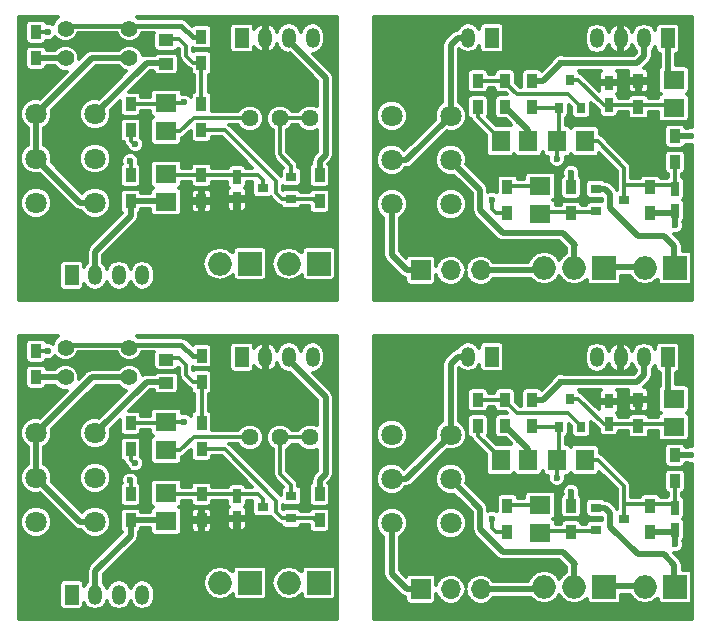
<source format=gtl>
%MOIN*%
%OFA0B0*%
%FSLAX46Y46*%
%IPPOS*%
%LPD*%
%ADD10C,0.0039370078740157488*%
%ADD11R,0.047244094488188976X0.066929133858267723*%
%ADD12O,0.047244094488188976X0.066929133858267723*%
%ADD13O,0.0787X0.0787*%
%ADD14R,0.0787X0.0787*%
%ADD15C,0.070866141732283464*%
%ADD16C,0.055118110236220472*%
%ADD17C,0.056692913385826771*%
%ADD18R,0.035433070866141732X0.047244094488188976*%
%ADD19R,0.0709X0.061000000000000006*%
%ADD20R,0.029527559055118113X0.047244094488188976*%
%ADD21R,0.035433070866141732X0.031496062992125991*%
%ADD22R,0.049212598425196853X0.03937007874015748*%
%ADD23C,0.023622047244094488*%
%ADD24C,0.011811023622047244*%
%ADD25C,0.01968503937007874*%
%ADD26C,0.015748031496062995*%
%ADD37C,0.0039370078740157488*%
%ADD38R,0.029527559055118113X0.047244094488188976*%
%ADD39R,0.035433070866141732X0.031496062992125991*%
%ADD40R,0.061000000000000006X0.0709*%
%ADD41C,0.070866141732283464*%
%ADD42O,0.0787X0.0787*%
%ADD43R,0.0787X0.0787*%
%ADD44R,0.047244094488188976X0.066929133858267723*%
%ADD45O,0.047244094488188976X0.066929133858267723*%
%ADD46R,0.031496062992125991X0.035433070866141732*%
%ADD47R,0.035433070866141732X0.047244094488188976*%
%ADD48R,0.0709X0.061000000000000006*%
%ADD49R,0.066929133858267723X0.066929133858267723*%
%ADD50O,0.066929133858267723X0.066929133858267723*%
%ADD51C,0.023622047244094488*%
%ADD52C,0.011811023622047244*%
%ADD53C,0.01968503937007874*%
%ADD64C,0.0039370078740157488*%
%ADD65R,0.047244094488188976X0.066929133858267723*%
%ADD66O,0.047244094488188976X0.066929133858267723*%
%ADD67O,0.0787X0.0787*%
%ADD68R,0.0787X0.0787*%
%ADD69C,0.070866141732283464*%
%ADD70C,0.055118110236220472*%
%ADD71C,0.056692913385826771*%
%ADD72R,0.035433070866141732X0.047244094488188976*%
%ADD73R,0.0709X0.061000000000000006*%
%ADD74R,0.029527559055118113X0.047244094488188976*%
%ADD75R,0.035433070866141732X0.031496062992125991*%
%ADD76R,0.049212598425196853X0.03937007874015748*%
%ADD77C,0.023622047244094488*%
%ADD78C,0.011811023622047244*%
%ADD79C,0.01968503937007874*%
%ADD80C,0.015748031496062995*%
%ADD91C,0.0039370078740157488*%
%ADD92R,0.029527559055118113X0.047244094488188976*%
%ADD93R,0.035433070866141732X0.031496062992125991*%
%ADD94R,0.061000000000000006X0.0709*%
%ADD95C,0.070866141732283464*%
%ADD96O,0.0787X0.0787*%
%ADD97R,0.0787X0.0787*%
%ADD98R,0.047244094488188976X0.066929133858267723*%
%ADD99O,0.047244094488188976X0.066929133858267723*%
%ADD100R,0.031496062992125991X0.035433070866141732*%
%ADD101R,0.035433070866141732X0.047244094488188976*%
%ADD102R,0.0709X0.061000000000000006*%
%ADD103R,0.066929133858267723X0.066929133858267723*%
%ADD104O,0.066929133858267723X0.066929133858267723*%
%ADD105C,0.023622047244094488*%
%ADD106C,0.011811023622047244*%
%ADD107C,0.01968503937007874*%
%LPD*%
G01*
D10*
D11*
X-0005003782Y0005629163D02*
X0000192913Y0000102362D03*
D12*
X0000271653Y0000102362D03*
X0000350393Y0000102362D03*
X0000429133Y0000102362D03*
D11*
X0000760033Y0000893882D03*
D12*
X0000838773Y0000893882D03*
X0000917512Y0000893882D03*
X0000996253Y0000893882D03*
D13*
X0000917322Y0000141732D03*
D14*
X0001017322Y0000141732D03*
D13*
X0000687401Y0000141732D03*
D14*
X0000787401Y0000141732D03*
D15*
X0000074803Y0000639763D03*
X0000074803Y0000492126D03*
X0000074803Y0000344488D03*
X0000271653Y0000639763D03*
X0000271653Y0000492126D03*
X0000271653Y0000344488D03*
D16*
X0000173228Y0000925196D03*
X0000173228Y0000826771D03*
X0000385826Y0000925196D03*
X0000385826Y0000826771D03*
D17*
X0000988189Y0000625984D03*
X0000888189Y0000625984D03*
X0000788189Y0000625984D03*
D18*
X0000389763Y0000350393D03*
X0000389763Y0000437008D03*
D19*
X0000507874Y0000440000D03*
X0000507874Y0000347400D03*
D20*
X0000744094Y0000431102D03*
X0000744094Y0000356299D03*
D19*
X0000507874Y0000583621D03*
X0000507874Y0000676221D03*
D21*
X0000925196Y0000356299D03*
X0000925196Y0000431102D03*
X0000830708Y0000393700D03*
D18*
X0000625984Y0000437008D03*
X0000625984Y0000350393D03*
X0001019685Y0000437008D03*
X0001019685Y0000350393D03*
X0000389763Y0000586614D03*
X0000389763Y0000673228D03*
X0000625984Y0000673228D03*
X0000625984Y0000586614D03*
X0000625984Y0000811023D03*
X0000625984Y0000897637D03*
X0000074803Y0000826771D03*
X0000074803Y0000913386D03*
D22*
X0000507874Y0000885826D03*
X0000507874Y0000807086D03*
D23*
X0000566929Y0000679134D03*
X0000114173Y0000913386D03*
X0000388330Y0000482818D03*
X0000405511Y0000539370D03*
D24*
X0000830708Y0000393700D02*
X0000830708Y0000421260D01*
X0000830708Y0000421260D02*
X0000814960Y0000437008D01*
X0000749999Y0000437008D02*
X0000744094Y0000431102D01*
X0000814960Y0000437008D02*
X0000749999Y0000437008D01*
X0000625984Y0000437008D02*
X0000738189Y0000437008D01*
X0000738189Y0000437008D02*
X0000744094Y0000431102D01*
X0000625984Y0000437008D02*
X0000510866Y0000437008D01*
X0000510866Y0000437008D02*
X0000507874Y0000440000D01*
D25*
X0000389763Y0000299212D02*
X0000271653Y0000181102D01*
X0000271653Y0000181102D02*
X0000271653Y0000102362D01*
X0000389763Y0000350393D02*
X0000389763Y0000299212D01*
X0000389763Y0000350393D02*
X0000504881Y0000350393D01*
X0000504881Y0000350393D02*
X0000507874Y0000347400D01*
D24*
X0000564016Y0000676221D02*
X0000566929Y0000679134D01*
X0000507874Y0000676221D02*
X0000564016Y0000676221D01*
X0000074803Y0000913386D02*
X0000114173Y0000913386D01*
X0000389763Y0000437008D02*
X0000389763Y0000481385D01*
X0000389763Y0000481385D02*
X0000388330Y0000482818D01*
X0000389763Y0000673228D02*
X0000504881Y0000673228D01*
X0000504881Y0000673228D02*
X0000507874Y0000676221D01*
X0000785433Y0000627952D02*
X0000599466Y0000627952D01*
X0000599466Y0000627952D02*
X0000555135Y0000583621D01*
X0000555135Y0000583621D02*
X0000507874Y0000583621D01*
X0000511811Y0000889763D02*
X0000551181Y0000889763D01*
X0000551181Y0000889763D02*
X0000574803Y0000866141D01*
X0000574803Y0000866141D02*
X0000574803Y0000834645D01*
X0000574803Y0000834645D02*
X0000598425Y0000811023D01*
X0000598425Y0000811023D02*
X0000625984Y0000811023D01*
X0000618110Y0000803149D02*
X0000625984Y0000811023D01*
X0000625984Y0000816929D02*
X0000625984Y0000811023D01*
X0000625984Y0000811023D02*
X0000625984Y0000775590D01*
X0000625984Y0000775590D02*
X0000625984Y0000673228D01*
D25*
X0000511811Y0000811023D02*
X0000442913Y0000811023D01*
X0000442913Y0000811023D02*
X0000271653Y0000639763D01*
D26*
X0000173228Y0000925196D02*
X0000183070Y0000935039D01*
X0000183070Y0000935039D02*
X0000375984Y0000935039D01*
X0000375984Y0000935039D02*
X0000381888Y0000929133D01*
X0000389763Y0000929133D02*
X0000395669Y0000935039D01*
X0000395669Y0000935039D02*
X0000559055Y0000935039D01*
X0000559055Y0000935039D02*
X0000596456Y0000897637D01*
X0000596456Y0000897637D02*
X0000625984Y0000897637D01*
D25*
X0001019685Y0000437008D02*
X0001019685Y0000484252D01*
X0001019685Y0000484252D02*
X0001039369Y0000503936D01*
X0001039369Y0000503936D02*
X0001039369Y0000761811D01*
X0001039369Y0000761811D02*
X0000917322Y0000883857D01*
X0000917322Y0000883857D02*
X0000917322Y0000893700D01*
D24*
X0000925196Y0000356299D02*
X0001013779Y0000356299D01*
X0001013779Y0000356299D02*
X0001019685Y0000350393D01*
X0000925196Y0000356299D02*
X0000895669Y0000356299D01*
X0000874015Y0000415748D02*
X0000703149Y0000586614D01*
X0000895669Y0000356299D02*
X0000874015Y0000377952D01*
X0000874015Y0000377952D02*
X0000874015Y0000415748D01*
X0000703149Y0000586614D02*
X0000625984Y0000586614D01*
X0000625984Y0000586614D02*
X0000633858Y0000578740D01*
X0001003937Y0000350393D02*
X0001019685Y0000350393D01*
X0000925196Y0000431102D02*
X0000925196Y0000468504D01*
X0000888189Y0000505511D02*
X0000888189Y0000625984D01*
X0000925196Y0000468504D02*
X0000888189Y0000505511D01*
X0000988189Y0000625984D02*
X0000938976Y0000625984D01*
X0000938976Y0000625984D02*
X0000888189Y0000625984D01*
X0000925196Y0000433071D02*
X0000923228Y0000431102D01*
X0000923228Y0000431102D02*
X0000925196Y0000431102D01*
X0000389763Y0000551181D02*
X0000401574Y0000539370D01*
X0000389763Y0000586614D02*
X0000389763Y0000551181D01*
X0000401574Y0000539370D02*
X0000405511Y0000539370D01*
D25*
X0000385826Y0000826771D02*
X0000261811Y0000826771D01*
X0000261811Y0000826771D02*
X0000074803Y0000639763D01*
X0000074803Y0000492126D02*
X0000222441Y0000344488D01*
X0000222441Y0000344488D02*
X0000271653Y0000344488D01*
X0000074803Y0000639763D02*
X0000074803Y0000589654D01*
X0000074803Y0000589654D02*
X0000074803Y0000492126D01*
X0000074803Y0000826771D02*
X0000173228Y0000826771D01*
D24*
G36*
X0000134868Y0000950877D02*
X0000129869Y0000938840D01*
X0000120072Y0000942908D01*
X0000109471Y0000942917D01*
X0000109348Y0000943572D01*
X0000105467Y0000949603D01*
X0000099547Y0000953648D01*
X0000092519Y0000955071D01*
X0000057086Y0000955071D01*
X0000050521Y0000953836D01*
X0000044491Y0000949956D01*
X0000040446Y0000944034D01*
X0000039023Y0000937008D01*
X0000039023Y0000889763D01*
X0000040258Y0000883198D01*
X0000044138Y0000877168D01*
X0000050058Y0000873123D01*
X0000057086Y0000871700D01*
X0000092519Y0000871700D01*
X0000099085Y0000872935D01*
X0000105115Y0000876815D01*
X0000109160Y0000882736D01*
X0000109388Y0000883862D01*
X0000120020Y0000883853D01*
X0000130877Y0000888339D01*
X0000138476Y0000895924D01*
X0000147548Y0000886836D01*
X0000164183Y0000879929D01*
X0000182194Y0000879913D01*
X0000198841Y0000886791D01*
X0000211588Y0000899517D01*
X0000215711Y0000909449D01*
X0000343345Y0000909449D01*
X0000347421Y0000899583D01*
X0000360146Y0000886836D01*
X0000376780Y0000879929D01*
X0000394792Y0000879913D01*
X0000411439Y0000886791D01*
X0000424187Y0000899517D01*
X0000428311Y0000909449D01*
X0000466001Y0000909449D01*
X0000465204Y0000905512D01*
X0000465204Y0000866141D01*
X0000466439Y0000859576D01*
X0000470319Y0000853546D01*
X0000476239Y0000849500D01*
X0000483267Y0000848078D01*
X0000532480Y0000848078D01*
X0000539045Y0000849313D01*
X0000545075Y0000853193D01*
X0000548838Y0000858700D01*
X0000551181Y0000856357D01*
X0000551181Y0000834645D01*
X0000552979Y0000825606D01*
X0000558099Y0000817942D01*
X0000581722Y0000794320D01*
X0000589385Y0000789199D01*
X0000590204Y0000789037D01*
X0000590204Y0000787401D01*
X0000591439Y0000780836D01*
X0000595319Y0000774806D01*
X0000601240Y0000770761D01*
X0000602362Y0000770534D01*
X0000602362Y0000713803D01*
X0000601702Y0000713678D01*
X0000595672Y0000709798D01*
X0000591627Y0000703878D01*
X0000590332Y0000697483D01*
X0000583677Y0000704151D01*
X0000572828Y0000708656D01*
X0000561081Y0000708666D01*
X0000561026Y0000708643D01*
X0000560152Y0000713286D01*
X0000556272Y0000719316D01*
X0000550351Y0000723361D01*
X0000543324Y0000724785D01*
X0000472424Y0000724785D01*
X0000465858Y0000723549D01*
X0000459828Y0000719668D01*
X0000455783Y0000713749D01*
X0000454360Y0000706721D01*
X0000454360Y0000696850D01*
X0000425544Y0000696850D01*
X0000424308Y0000703414D01*
X0000420428Y0000709445D01*
X0000414508Y0000713491D01*
X0000407480Y0000714914D01*
X0000385778Y0000714914D01*
X0000454328Y0000783464D01*
X0000465945Y0000783464D01*
X0000466439Y0000780836D01*
X0000470319Y0000774806D01*
X0000476239Y0000770761D01*
X0000483267Y0000769338D01*
X0000532480Y0000769338D01*
X0000539045Y0000770573D01*
X0000545075Y0000774453D01*
X0000549120Y0000780374D01*
X0000550544Y0000787401D01*
X0000550544Y0000826771D01*
X0000549308Y0000833337D01*
X0000545428Y0000839367D01*
X0000539508Y0000843412D01*
X0000532480Y0000844835D01*
X0000483267Y0000844835D01*
X0000476702Y0000843600D01*
X0000470672Y0000839720D01*
X0000469895Y0000838582D01*
X0000442913Y0000838582D01*
X0000432367Y0000836485D01*
X0000431110Y0000835645D01*
X0000431110Y0000835738D01*
X0000424231Y0000852384D01*
X0000411506Y0000865132D01*
X0000394872Y0000872039D01*
X0000376860Y0000872055D01*
X0000360213Y0000865177D01*
X0000349348Y0000854330D01*
X0000261811Y0000854330D01*
X0000251264Y0000852233D01*
X0000242323Y0000846259D01*
X0000242323Y0000846258D01*
X0000218500Y0000822435D01*
X0000218511Y0000835738D01*
X0000211632Y0000852384D01*
X0000198908Y0000865132D01*
X0000182273Y0000872039D01*
X0000164262Y0000872055D01*
X0000147615Y0000865177D01*
X0000136750Y0000854330D01*
X0000109842Y0000854330D01*
X0000109348Y0000856959D01*
X0000105467Y0000862989D01*
X0000099547Y0000867034D01*
X0000092519Y0000868457D01*
X0000057086Y0000868457D01*
X0000050521Y0000867222D01*
X0000044491Y0000863342D01*
X0000040446Y0000857421D01*
X0000039023Y0000850392D01*
X0000039023Y0000803149D01*
X0000040258Y0000796584D01*
X0000044138Y0000790553D01*
X0000050058Y0000786509D01*
X0000057086Y0000785086D01*
X0000092519Y0000785086D01*
X0000099085Y0000786321D01*
X0000105115Y0000790201D01*
X0000109160Y0000796122D01*
X0000109786Y0000799212D01*
X0000136765Y0000799212D01*
X0000147548Y0000788411D01*
X0000164183Y0000781504D01*
X0000177557Y0000781491D01*
X0000087928Y0000691862D01*
X0000085421Y0000692904D01*
X0000064277Y0000692922D01*
X0000044734Y0000684848D01*
X0000029771Y0000669910D01*
X0000021662Y0000650382D01*
X0000021644Y0000629238D01*
X0000029718Y0000609696D01*
X0000044657Y0000594732D01*
X0000047244Y0000593657D01*
X0000047244Y0000538246D01*
X0000044734Y0000537210D01*
X0000029771Y0000522271D01*
X0000021662Y0000502743D01*
X0000021644Y0000481600D01*
X0000029718Y0000462058D01*
X0000044657Y0000447093D01*
X0000064184Y0000438985D01*
X0000085328Y0000438966D01*
X0000087917Y0000440037D01*
X0000202953Y0000325001D01*
X0000211894Y0000319027D01*
X0000222441Y0000316929D01*
X0000225532Y0000316929D01*
X0000226569Y0000314420D01*
X0000241507Y0000299456D01*
X0000261035Y0000291348D01*
X0000282179Y0000291329D01*
X0000301721Y0000299404D01*
X0000316685Y0000314342D01*
X0000324794Y0000333869D01*
X0000324812Y0000355014D01*
X0000316737Y0000374555D01*
X0000301799Y0000389519D01*
X0000282272Y0000397628D01*
X0000261127Y0000397647D01*
X0000241586Y0000389572D01*
X0000228947Y0000376956D01*
X0000126901Y0000479001D01*
X0000127943Y0000481507D01*
X0000127943Y0000481600D01*
X0000218494Y0000481600D01*
X0000226569Y0000462058D01*
X0000241507Y0000447093D01*
X0000261035Y0000438985D01*
X0000282179Y0000438966D01*
X0000301721Y0000447041D01*
X0000316685Y0000461980D01*
X0000324794Y0000481507D01*
X0000324812Y0000502650D01*
X0000316737Y0000522193D01*
X0000301799Y0000537157D01*
X0000282272Y0000545266D01*
X0000261127Y0000545285D01*
X0000241586Y0000537210D01*
X0000226621Y0000522271D01*
X0000218513Y0000502743D01*
X0000218494Y0000481600D01*
X0000127943Y0000481600D01*
X0000127961Y0000502650D01*
X0000119887Y0000522193D01*
X0000104949Y0000537157D01*
X0000102362Y0000538232D01*
X0000102362Y0000593643D01*
X0000104870Y0000594679D01*
X0000119834Y0000609617D01*
X0000127943Y0000629145D01*
X0000127961Y0000650289D01*
X0000126892Y0000652878D01*
X0000273226Y0000799212D01*
X0000349364Y0000799212D01*
X0000360146Y0000788411D01*
X0000375111Y0000782197D01*
X0000284778Y0000691862D01*
X0000282272Y0000692904D01*
X0000261127Y0000692922D01*
X0000241586Y0000684848D01*
X0000226621Y0000669910D01*
X0000218513Y0000650382D01*
X0000218494Y0000629238D01*
X0000226569Y0000609696D01*
X0000241507Y0000594732D01*
X0000261035Y0000586623D01*
X0000282179Y0000586605D01*
X0000301721Y0000594679D01*
X0000316685Y0000609617D01*
X0000316941Y0000610236D01*
X0000353983Y0000610236D01*
X0000353983Y0000562992D01*
X0000355219Y0000556426D01*
X0000359099Y0000550397D01*
X0000365019Y0000546351D01*
X0000367189Y0000545912D01*
X0000367938Y0000542141D01*
X0000373060Y0000534477D01*
X0000377361Y0000530176D01*
X0000380465Y0000522665D01*
X0000388764Y0000514352D01*
X0000393606Y0000512341D01*
X0000382483Y0000512351D01*
X0000371626Y0000507865D01*
X0000363313Y0000499566D01*
X0000358807Y0000488718D01*
X0000358797Y0000476971D01*
X0000360042Y0000473958D01*
X0000359452Y0000473578D01*
X0000355406Y0000467657D01*
X0000353983Y0000460630D01*
X0000353983Y0000413386D01*
X0000355219Y0000406820D01*
X0000359099Y0000400790D01*
X0000365019Y0000396745D01*
X0000372047Y0000395322D01*
X0000407480Y0000395322D01*
X0000414045Y0000396557D01*
X0000420075Y0000400437D01*
X0000424119Y0000406358D01*
X0000425544Y0000413386D01*
X0000425544Y0000460630D01*
X0000424308Y0000467195D01*
X0000420428Y0000473225D01*
X0000417227Y0000475412D01*
X0000417853Y0000476919D01*
X0000417863Y0000488666D01*
X0000413377Y0000499523D01*
X0000405077Y0000507835D01*
X0000400236Y0000509847D01*
X0000411359Y0000509837D01*
X0000422216Y0000514323D01*
X0000430529Y0000522622D01*
X0000435034Y0000533471D01*
X0000435043Y0000545217D01*
X0000430558Y0000556074D01*
X0000425225Y0000561417D01*
X0000425544Y0000562992D01*
X0000425544Y0000610236D01*
X0000424308Y0000616801D01*
X0000420428Y0000622831D01*
X0000414508Y0000626876D01*
X0000407480Y0000628300D01*
X0000372047Y0000628300D01*
X0000365482Y0000627064D01*
X0000359452Y0000623184D01*
X0000355406Y0000617264D01*
X0000353983Y0000610236D01*
X0000316941Y0000610236D01*
X0000324794Y0000629145D01*
X0000324812Y0000650289D01*
X0000323742Y0000652878D01*
X0000353983Y0000683119D01*
X0000353983Y0000649606D01*
X0000355219Y0000643041D01*
X0000359099Y0000637011D01*
X0000365019Y0000632966D01*
X0000372047Y0000631542D01*
X0000407480Y0000631542D01*
X0000414045Y0000632778D01*
X0000420075Y0000636658D01*
X0000424119Y0000642578D01*
X0000425544Y0000649606D01*
X0000454360Y0000649606D01*
X0000454360Y0000645721D01*
X0000455595Y0000639156D01*
X0000459475Y0000633126D01*
X0000464212Y0000629890D01*
X0000459828Y0000627069D01*
X0000455783Y0000621149D01*
X0000454360Y0000614121D01*
X0000454360Y0000553121D01*
X0000455595Y0000546556D01*
X0000459475Y0000540526D01*
X0000465396Y0000536480D01*
X0000472424Y0000535057D01*
X0000543324Y0000535057D01*
X0000549889Y0000536293D01*
X0000555919Y0000540173D01*
X0000559964Y0000546093D01*
X0000561387Y0000553121D01*
X0000561387Y0000561243D01*
X0000564174Y0000561797D01*
X0000571838Y0000566918D01*
X0000590204Y0000585283D01*
X0000590204Y0000562992D01*
X0000591439Y0000556426D01*
X0000595319Y0000550397D01*
X0000601240Y0000546351D01*
X0000608267Y0000544928D01*
X0000643699Y0000544928D01*
X0000650266Y0000546164D01*
X0000656296Y0000550044D01*
X0000660341Y0000555964D01*
X0000661764Y0000562992D01*
X0000693365Y0000562992D01*
X0000795727Y0000460630D01*
X0000775810Y0000460630D01*
X0000775686Y0000461289D01*
X0000771806Y0000467319D01*
X0000765885Y0000471365D01*
X0000758858Y0000472788D01*
X0000729330Y0000472788D01*
X0000722765Y0000471552D01*
X0000716735Y0000467672D01*
X0000712690Y0000461752D01*
X0000712463Y0000460630D01*
X0000661764Y0000460630D01*
X0000660529Y0000467195D01*
X0000656649Y0000473225D01*
X0000650728Y0000477270D01*
X0000643699Y0000478693D01*
X0000608267Y0000478693D01*
X0000601702Y0000477458D01*
X0000595672Y0000473578D01*
X0000591627Y0000467657D01*
X0000590204Y0000460630D01*
X0000561387Y0000460630D01*
X0000561387Y0000470500D01*
X0000560152Y0000477066D01*
X0000556272Y0000483096D01*
X0000550351Y0000487141D01*
X0000543324Y0000488563D01*
X0000472424Y0000488563D01*
X0000465858Y0000487328D01*
X0000459828Y0000483448D01*
X0000455783Y0000477528D01*
X0000454360Y0000470500D01*
X0000454360Y0000409500D01*
X0000455595Y0000402935D01*
X0000459475Y0000396905D01*
X0000464212Y0000393669D01*
X0000459828Y0000390849D01*
X0000455783Y0000384928D01*
X0000454371Y0000377952D01*
X0000424803Y0000377952D01*
X0000424308Y0000380581D01*
X0000420428Y0000386611D01*
X0000414508Y0000390656D01*
X0000407480Y0000392079D01*
X0000372047Y0000392079D01*
X0000365482Y0000390843D01*
X0000359452Y0000386964D01*
X0000355406Y0000381042D01*
X0000353983Y0000374015D01*
X0000353983Y0000326771D01*
X0000355219Y0000320206D01*
X0000359099Y0000314176D01*
X0000362204Y0000312054D01*
X0000362204Y0000310628D01*
X0000252166Y0000200589D01*
X0000246192Y0000191648D01*
X0000246192Y0000191648D01*
X0000244094Y0000181102D01*
X0000244094Y0000143555D01*
X0000242421Y0000142438D01*
X0000234598Y0000130729D01*
X0000234598Y0000135826D01*
X0000233363Y0000142392D01*
X0000229483Y0000148422D01*
X0000223563Y0000152467D01*
X0000216535Y0000153890D01*
X0000169291Y0000153890D01*
X0000162726Y0000152655D01*
X0000156696Y0000148775D01*
X0000152650Y0000142854D01*
X0000151227Y0000135826D01*
X0000151227Y0000068897D01*
X0000152463Y0000062331D01*
X0000156343Y0000056302D01*
X0000162263Y0000052257D01*
X0000169291Y0000050834D01*
X0000216535Y0000050834D01*
X0000223100Y0000052069D01*
X0000229130Y0000055949D01*
X0000233176Y0000061869D01*
X0000234598Y0000068897D01*
X0000234598Y0000073995D01*
X0000242421Y0000062286D01*
X0000255834Y0000053325D01*
X0000271653Y0000050178D01*
X0000287473Y0000053325D01*
X0000300884Y0000062286D01*
X0000309845Y0000075697D01*
X0000311023Y0000081620D01*
X0000312201Y0000075697D01*
X0000321163Y0000062286D01*
X0000334574Y0000053325D01*
X0000350393Y0000050178D01*
X0000366213Y0000053325D01*
X0000379623Y0000062286D01*
X0000388585Y0000075697D01*
X0000389763Y0000081620D01*
X0000390942Y0000075697D01*
X0000399903Y0000062286D01*
X0000413314Y0000053325D01*
X0000429133Y0000050178D01*
X0000444953Y0000053325D01*
X0000458364Y0000062286D01*
X0000467325Y0000075697D01*
X0000470472Y0000091517D01*
X0000470472Y0000113207D01*
X0000467325Y0000129027D01*
X0000458836Y0000141732D01*
X0000629217Y0000141732D01*
X0000633561Y0000119894D01*
X0000645931Y0000101380D01*
X0000664445Y0000089009D01*
X0000686283Y0000084665D01*
X0000688519Y0000084665D01*
X0000710358Y0000089009D01*
X0000728871Y0000101380D01*
X0000729988Y0000103050D01*
X0000729988Y0000102381D01*
X0000731223Y0000095817D01*
X0000735103Y0000089787D01*
X0000741023Y0000085742D01*
X0000748051Y0000084318D01*
X0000826751Y0000084318D01*
X0000833317Y0000085554D01*
X0000839346Y0000089434D01*
X0000843392Y0000095354D01*
X0000844815Y0000102381D01*
X0000844815Y0000141732D01*
X0000859138Y0000141732D01*
X0000863482Y0000119894D01*
X0000875852Y0000101380D01*
X0000894366Y0000089009D01*
X0000916203Y0000084665D01*
X0000918440Y0000084665D01*
X0000940279Y0000089009D01*
X0000958793Y0000101380D01*
X0000959909Y0000103050D01*
X0000959909Y0000102381D01*
X0000961144Y0000095817D01*
X0000965024Y0000089787D01*
X0000970945Y0000085742D01*
X0000977971Y0000084318D01*
X0001056672Y0000084318D01*
X0001063238Y0000085554D01*
X0001069268Y0000089434D01*
X0001073313Y0000095354D01*
X0001074736Y0000102381D01*
X0001074736Y0000181082D01*
X0001073501Y0000187647D01*
X0001069621Y0000193677D01*
X0001063700Y0000197721D01*
X0001056672Y0000199146D01*
X0000977971Y0000199146D01*
X0000971407Y0000197910D01*
X0000965377Y0000194030D01*
X0000961332Y0000188110D01*
X0000959909Y0000181082D01*
X0000959909Y0000180414D01*
X0000958793Y0000182084D01*
X0000940279Y0000194455D01*
X0000918440Y0000198799D01*
X0000916203Y0000198799D01*
X0000894366Y0000194455D01*
X0000875852Y0000182084D01*
X0000863482Y0000163570D01*
X0000859138Y0000141732D01*
X0000844815Y0000141732D01*
X0000844815Y0000181082D01*
X0000843579Y0000187647D01*
X0000839699Y0000193677D01*
X0000833779Y0000197721D01*
X0000826751Y0000199146D01*
X0000748051Y0000199146D01*
X0000741485Y0000197910D01*
X0000735456Y0000194030D01*
X0000731411Y0000188110D01*
X0000729988Y0000181082D01*
X0000729988Y0000180414D01*
X0000728871Y0000182084D01*
X0000710358Y0000194455D01*
X0000688519Y0000198799D01*
X0000686283Y0000198799D01*
X0000664445Y0000194455D01*
X0000645931Y0000182084D01*
X0000633561Y0000163570D01*
X0000629217Y0000141732D01*
X0000458836Y0000141732D01*
X0000458364Y0000142438D01*
X0000444953Y0000151399D01*
X0000429133Y0000154546D01*
X0000413314Y0000151399D01*
X0000399903Y0000142438D01*
X0000390942Y0000129027D01*
X0000389763Y0000123104D01*
X0000388585Y0000129027D01*
X0000379623Y0000142438D01*
X0000366213Y0000151399D01*
X0000350393Y0000154546D01*
X0000334574Y0000151399D01*
X0000321163Y0000142438D01*
X0000312201Y0000129027D01*
X0000311023Y0000123104D01*
X0000309845Y0000129027D01*
X0000300884Y0000142438D01*
X0000299212Y0000143555D01*
X0000299212Y0000169687D01*
X0000409250Y0000279725D01*
X0000415224Y0000288666D01*
X0000417322Y0000299212D01*
X0000417322Y0000299212D01*
X0000417322Y0000312052D01*
X0000420075Y0000313823D01*
X0000424119Y0000319744D01*
X0000424746Y0000322834D01*
X0000454360Y0000322834D01*
X0000454360Y0000316900D01*
X0000455595Y0000310335D01*
X0000459475Y0000304305D01*
X0000465396Y0000300260D01*
X0000472424Y0000298837D01*
X0000543324Y0000298837D01*
X0000549889Y0000300072D01*
X0000555919Y0000303952D01*
X0000559964Y0000309873D01*
X0000561387Y0000316900D01*
X0000561387Y0000340059D01*
X0000590551Y0000340059D01*
X0000590551Y0000323247D01*
X0000593248Y0000316736D01*
X0000598232Y0000311752D01*
X0000604743Y0000309055D01*
X0000615649Y0000309055D01*
X0000620078Y0000313484D01*
X0000620078Y0000344488D01*
X0000631889Y0000344488D01*
X0000631889Y0000313484D01*
X0000636319Y0000309055D01*
X0000647223Y0000309055D01*
X0000653736Y0000311752D01*
X0000658720Y0000316736D01*
X0000661417Y0000323247D01*
X0000661417Y0000340059D01*
X0000656988Y0000344488D01*
X0000631889Y0000344488D01*
X0000620078Y0000344488D01*
X0000594980Y0000344488D01*
X0000590551Y0000340059D01*
X0000561387Y0000340059D01*
X0000561387Y0000345964D01*
X0000711614Y0000345964D01*
X0000711614Y0000329153D01*
X0000714311Y0000322641D01*
X0000719295Y0000317657D01*
X0000725806Y0000314960D01*
X0000733759Y0000314960D01*
X0000738189Y0000319389D01*
X0000738189Y0000350393D01*
X0000749999Y0000350393D01*
X0000749999Y0000319389D01*
X0000754429Y0000314960D01*
X0000762382Y0000314960D01*
X0000768893Y0000317657D01*
X0000773877Y0000322641D01*
X0000776574Y0000329153D01*
X0000776574Y0000345964D01*
X0000772145Y0000350393D01*
X0000749999Y0000350393D01*
X0000738189Y0000350393D01*
X0000716043Y0000350393D01*
X0000711614Y0000345964D01*
X0000561387Y0000345964D01*
X0000561387Y0000377540D01*
X0000590551Y0000377540D01*
X0000590551Y0000360728D01*
X0000594980Y0000356299D01*
X0000620078Y0000356299D01*
X0000620078Y0000387303D01*
X0000631889Y0000387303D01*
X0000631889Y0000356299D01*
X0000656988Y0000356299D01*
X0000661417Y0000360728D01*
X0000661417Y0000377540D01*
X0000658720Y0000384051D01*
X0000653736Y0000389035D01*
X0000647223Y0000391732D01*
X0000636319Y0000391732D01*
X0000631889Y0000387303D01*
X0000620078Y0000387303D01*
X0000615649Y0000391732D01*
X0000604743Y0000391732D01*
X0000598232Y0000389035D01*
X0000593248Y0000384051D01*
X0000590551Y0000377540D01*
X0000561387Y0000377540D01*
X0000561387Y0000377900D01*
X0000560152Y0000384466D01*
X0000556272Y0000390496D01*
X0000551536Y0000393732D01*
X0000555919Y0000396552D01*
X0000559964Y0000402473D01*
X0000561387Y0000409500D01*
X0000561387Y0000413386D01*
X0000590204Y0000413386D01*
X0000591439Y0000406820D01*
X0000595319Y0000400790D01*
X0000601240Y0000396745D01*
X0000608267Y0000395322D01*
X0000643699Y0000395322D01*
X0000650266Y0000396557D01*
X0000656296Y0000400437D01*
X0000660341Y0000406358D01*
X0000661764Y0000413386D01*
X0000711267Y0000413386D01*
X0000711267Y0000407480D01*
X0000712502Y0000400915D01*
X0000716382Y0000394885D01*
X0000718079Y0000393725D01*
X0000714311Y0000389957D01*
X0000711614Y0000383445D01*
X0000711614Y0000366634D01*
X0000716043Y0000362204D01*
X0000738189Y0000362204D01*
X0000738189Y0000362992D01*
X0000749999Y0000362992D01*
X0000749999Y0000362204D01*
X0000772145Y0000362204D01*
X0000776574Y0000366634D01*
X0000776574Y0000383445D01*
X0000773877Y0000389957D01*
X0000770144Y0000393690D01*
X0000771453Y0000394532D01*
X0000775498Y0000400452D01*
X0000776922Y0000407480D01*
X0000776922Y0000413386D01*
X0000795725Y0000413386D01*
X0000794928Y0000409449D01*
X0000794928Y0000377952D01*
X0000796163Y0000371387D01*
X0000800044Y0000365357D01*
X0000805963Y0000361311D01*
X0000812992Y0000359889D01*
X0000848425Y0000359889D01*
X0000854990Y0000361124D01*
X0000856671Y0000362207D01*
X0000857312Y0000361249D01*
X0000878966Y0000339596D01*
X0000886629Y0000334475D01*
X0000890880Y0000333629D01*
X0000894532Y0000327956D01*
X0000900452Y0000323910D01*
X0000907479Y0000322487D01*
X0000942913Y0000322487D01*
X0000949478Y0000323723D01*
X0000955508Y0000327603D01*
X0000958975Y0000332677D01*
X0000983905Y0000332677D01*
X0000983905Y0000326771D01*
X0000985140Y0000320206D01*
X0000989020Y0000314176D01*
X0000994940Y0000310131D01*
X0001001968Y0000308708D01*
X0001037401Y0000308708D01*
X0001043967Y0000309943D01*
X0001049996Y0000313823D01*
X0001054042Y0000319744D01*
X0001055465Y0000326771D01*
X0001055465Y0000374015D01*
X0001054229Y0000380581D01*
X0001050349Y0000386611D01*
X0001044429Y0000390656D01*
X0001037401Y0000392079D01*
X0001001968Y0000392079D01*
X0000995403Y0000390843D01*
X0000989372Y0000386964D01*
X0000985328Y0000381042D01*
X0000985100Y0000379921D01*
X0000958899Y0000379921D01*
X0000955861Y0000384642D01*
X0000949941Y0000388687D01*
X0000942913Y0000390111D01*
X0000907479Y0000390111D01*
X0000900915Y0000388875D01*
X0000898227Y0000387146D01*
X0000897637Y0000387737D01*
X0000897637Y0000400637D01*
X0000900452Y0000398714D01*
X0000907479Y0000397290D01*
X0000942913Y0000397290D01*
X0000949478Y0000398526D01*
X0000955508Y0000402406D01*
X0000959553Y0000408326D01*
X0000960977Y0000415354D01*
X0000960977Y0000446850D01*
X0000959740Y0000453415D01*
X0000955861Y0000459445D01*
X0000949941Y0000463491D01*
X0000948818Y0000463717D01*
X0000948818Y0000468504D01*
X0000947020Y0000477543D01*
X0000941900Y0000485207D01*
X0000911811Y0000515296D01*
X0000911811Y0000585904D01*
X0000914247Y0000586911D01*
X0000927216Y0000599857D01*
X0000928255Y0000602362D01*
X0000948109Y0000602362D01*
X0000949116Y0000599925D01*
X0000962062Y0000586956D01*
X0000978986Y0000579929D01*
X0000997311Y0000579913D01*
X0001011811Y0000585904D01*
X0001011811Y0000515352D01*
X0001000197Y0000503739D01*
X0000994223Y0000494798D01*
X0000992700Y0000487141D01*
X0000992126Y0000484252D01*
X0000992126Y0000475349D01*
X0000989372Y0000473578D01*
X0000985328Y0000467657D01*
X0000983905Y0000460630D01*
X0000983905Y0000413386D01*
X0000985140Y0000406820D01*
X0000989020Y0000400790D01*
X0000994940Y0000396745D01*
X0001001968Y0000395322D01*
X0001037401Y0000395322D01*
X0001043967Y0000396557D01*
X0001049996Y0000400437D01*
X0001054042Y0000406358D01*
X0001055465Y0000413386D01*
X0001055465Y0000460630D01*
X0001054229Y0000467195D01*
X0001050349Y0000473225D01*
X0001048735Y0000474328D01*
X0001058857Y0000484450D01*
X0001064831Y0000493390D01*
X0001066929Y0000503936D01*
X0001066929Y0000503936D01*
X0001066929Y0000761811D01*
X0001064831Y0000772357D01*
X0001064831Y0000772357D01*
X0001058857Y0000781298D01*
X0000998091Y0000842063D01*
X0001012073Y0000844845D01*
X0001025484Y0000853806D01*
X0001034445Y0000867217D01*
X0001037592Y0000883037D01*
X0001037592Y0000904727D01*
X0001034445Y0000920547D01*
X0001025484Y0000933958D01*
X0001012073Y0000942918D01*
X0000996253Y0000946066D01*
X0000980434Y0000942918D01*
X0000967023Y0000933958D01*
X0000958061Y0000920547D01*
X0000956883Y0000914624D01*
X0000955705Y0000920547D01*
X0000946744Y0000933958D01*
X0000933332Y0000942918D01*
X0000917512Y0000946066D01*
X0000901694Y0000942918D01*
X0000888282Y0000933958D01*
X0000879321Y0000920547D01*
X0000878211Y0000914964D01*
X0000876316Y0000922113D01*
X0000866421Y0000935081D01*
X0000851006Y0000943212D01*
X0000844678Y0000940159D01*
X0000844678Y0000899787D01*
X0000845466Y0000899787D01*
X0000845466Y0000887977D01*
X0000844678Y0000887977D01*
X0000844678Y0000847606D01*
X0000851006Y0000844553D01*
X0000866421Y0000852684D01*
X0000876316Y0000865651D01*
X0000878211Y0000872800D01*
X0000879321Y0000867217D01*
X0000888282Y0000853806D01*
X0000901694Y0000844845D01*
X0000917512Y0000841698D01*
X0000920011Y0000842194D01*
X0001011811Y0000750395D01*
X0001011811Y0000666052D01*
X0000997390Y0000672039D01*
X0000979066Y0000672055D01*
X0000962130Y0000665057D01*
X0000949161Y0000652111D01*
X0000948121Y0000649606D01*
X0000928268Y0000649606D01*
X0000927262Y0000652042D01*
X0000914315Y0000665012D01*
X0000897391Y0000672039D01*
X0000879066Y0000672055D01*
X0000862130Y0000665057D01*
X0000849161Y0000652111D01*
X0000842134Y0000635187D01*
X0000842118Y0000616862D01*
X0000849116Y0000599925D01*
X0000862062Y0000586956D01*
X0000864567Y0000585916D01*
X0000864567Y0000505511D01*
X0000866365Y0000496471D01*
X0000871485Y0000488808D01*
X0000898299Y0000461995D01*
X0000894885Y0000459798D01*
X0000890839Y0000453878D01*
X0000889416Y0000446850D01*
X0000889416Y0000433753D01*
X0000719853Y0000603317D01*
X0000718336Y0000604330D01*
X0000747295Y0000604330D01*
X0000749116Y0000599925D01*
X0000762062Y0000586956D01*
X0000778986Y0000579929D01*
X0000797311Y0000579913D01*
X0000814247Y0000586911D01*
X0000827215Y0000599857D01*
X0000834244Y0000616781D01*
X0000834260Y0000635106D01*
X0000827262Y0000652042D01*
X0000814315Y0000665012D01*
X0000797391Y0000672039D01*
X0000779066Y0000672055D01*
X0000762130Y0000665057D01*
X0000749161Y0000652111D01*
X0000748938Y0000651575D01*
X0000661764Y0000651575D01*
X0000661764Y0000696850D01*
X0000660529Y0000703414D01*
X0000656649Y0000709445D01*
X0000650728Y0000713491D01*
X0000649606Y0000713718D01*
X0000649606Y0000770448D01*
X0000650266Y0000770573D01*
X0000656296Y0000774453D01*
X0000660341Y0000780374D01*
X0000661764Y0000787401D01*
X0000661764Y0000834645D01*
X0000660529Y0000841211D01*
X0000656649Y0000847240D01*
X0000650728Y0000851286D01*
X0000643699Y0000852709D01*
X0000608267Y0000852709D01*
X0000601702Y0000851474D01*
X0000598425Y0000849365D01*
X0000598425Y0000859298D01*
X0000601240Y0000857375D01*
X0000608267Y0000855952D01*
X0000643699Y0000855952D01*
X0000650266Y0000857187D01*
X0000656296Y0000861067D01*
X0000660341Y0000866987D01*
X0000661764Y0000874015D01*
X0000661764Y0000921260D01*
X0000660619Y0000927347D01*
X0000718347Y0000927347D01*
X0000718347Y0000860418D01*
X0000719583Y0000853852D01*
X0000723463Y0000847822D01*
X0000729383Y0000843777D01*
X0000736411Y0000842354D01*
X0000783654Y0000842354D01*
X0000790220Y0000843589D01*
X0000796250Y0000847469D01*
X0000800295Y0000853390D01*
X0000801719Y0000860418D01*
X0000801719Y0000865010D01*
X0000811125Y0000852684D01*
X0000826540Y0000844553D01*
X0000832868Y0000847606D01*
X0000832868Y0000887977D01*
X0000832080Y0000887977D01*
X0000832080Y0000899787D01*
X0000832868Y0000899787D01*
X0000832868Y0000940159D01*
X0000826540Y0000943212D01*
X0000811125Y0000935081D01*
X0000801719Y0000922753D01*
X0000801719Y0000927347D01*
X0000800483Y0000933912D01*
X0000796603Y0000939942D01*
X0000790683Y0000943987D01*
X0000783654Y0000945410D01*
X0000736411Y0000945410D01*
X0000729845Y0000944175D01*
X0000723815Y0000940295D01*
X0000719770Y0000934375D01*
X0000718347Y0000927347D01*
X0000660619Y0000927347D01*
X0000660529Y0000927825D01*
X0000656649Y0000933855D01*
X0000650728Y0000937900D01*
X0000643699Y0000939323D01*
X0000608267Y0000939323D01*
X0000601702Y0000938088D01*
X0000595918Y0000934365D01*
X0000577150Y0000953134D01*
X0000568848Y0000958682D01*
X0000567223Y0000959005D01*
X0000559055Y0000960630D01*
X0000414429Y0000960630D01*
X0000411506Y0000963557D01*
X0000411445Y0000963582D01*
X0001077756Y0000963582D01*
X0001077756Y0000020668D01*
X0000016732Y0000020668D01*
X0000016732Y0000333962D01*
X0000021644Y0000333962D01*
X0000029718Y0000314420D01*
X0000044657Y0000299456D01*
X0000064184Y0000291348D01*
X0000085328Y0000291329D01*
X0000104870Y0000299404D01*
X0000119834Y0000314342D01*
X0000127943Y0000333869D01*
X0000127961Y0000355014D01*
X0000119887Y0000374555D01*
X0000104949Y0000389519D01*
X0000085421Y0000397628D01*
X0000064277Y0000397647D01*
X0000044734Y0000389572D01*
X0000029771Y0000374634D01*
X0000021662Y0000355106D01*
X0000021644Y0000333962D01*
X0000016732Y0000333962D01*
X0000016732Y0000963582D01*
X0000147596Y0000963582D01*
X0000134868Y0000950877D01*
X0000134868Y0000950877D01*
G37*
X0000134868Y0000950877D02*
X0000129869Y0000938840D01*
X0000120072Y0000942908D01*
X0000109471Y0000942917D01*
X0000109348Y0000943572D01*
X0000105467Y0000949603D01*
X0000099547Y0000953648D01*
X0000092519Y0000955071D01*
X0000057086Y0000955071D01*
X0000050521Y0000953836D01*
X0000044491Y0000949956D01*
X0000040446Y0000944034D01*
X0000039023Y0000937008D01*
X0000039023Y0000889763D01*
X0000040258Y0000883198D01*
X0000044138Y0000877168D01*
X0000050058Y0000873123D01*
X0000057086Y0000871700D01*
X0000092519Y0000871700D01*
X0000099085Y0000872935D01*
X0000105115Y0000876815D01*
X0000109160Y0000882736D01*
X0000109388Y0000883862D01*
X0000120020Y0000883853D01*
X0000130877Y0000888339D01*
X0000138476Y0000895924D01*
X0000147548Y0000886836D01*
X0000164183Y0000879929D01*
X0000182194Y0000879913D01*
X0000198841Y0000886791D01*
X0000211588Y0000899517D01*
X0000215711Y0000909449D01*
X0000343345Y0000909449D01*
X0000347421Y0000899583D01*
X0000360146Y0000886836D01*
X0000376780Y0000879929D01*
X0000394792Y0000879913D01*
X0000411439Y0000886791D01*
X0000424187Y0000899517D01*
X0000428311Y0000909449D01*
X0000466001Y0000909449D01*
X0000465204Y0000905512D01*
X0000465204Y0000866141D01*
X0000466439Y0000859576D01*
X0000470319Y0000853546D01*
X0000476239Y0000849500D01*
X0000483267Y0000848078D01*
X0000532480Y0000848078D01*
X0000539045Y0000849313D01*
X0000545075Y0000853193D01*
X0000548838Y0000858700D01*
X0000551181Y0000856357D01*
X0000551181Y0000834645D01*
X0000552979Y0000825606D01*
X0000558099Y0000817942D01*
X0000581722Y0000794320D01*
X0000589385Y0000789199D01*
X0000590204Y0000789037D01*
X0000590204Y0000787401D01*
X0000591439Y0000780836D01*
X0000595319Y0000774806D01*
X0000601240Y0000770761D01*
X0000602362Y0000770534D01*
X0000602362Y0000713803D01*
X0000601702Y0000713678D01*
X0000595672Y0000709798D01*
X0000591627Y0000703878D01*
X0000590332Y0000697483D01*
X0000583677Y0000704151D01*
X0000572828Y0000708656D01*
X0000561081Y0000708666D01*
X0000561026Y0000708643D01*
X0000560152Y0000713286D01*
X0000556272Y0000719316D01*
X0000550351Y0000723361D01*
X0000543324Y0000724785D01*
X0000472424Y0000724785D01*
X0000465858Y0000723549D01*
X0000459828Y0000719668D01*
X0000455783Y0000713749D01*
X0000454360Y0000706721D01*
X0000454360Y0000696850D01*
X0000425544Y0000696850D01*
X0000424308Y0000703414D01*
X0000420428Y0000709445D01*
X0000414508Y0000713491D01*
X0000407480Y0000714914D01*
X0000385778Y0000714914D01*
X0000454328Y0000783464D01*
X0000465945Y0000783464D01*
X0000466439Y0000780836D01*
X0000470319Y0000774806D01*
X0000476239Y0000770761D01*
X0000483267Y0000769338D01*
X0000532480Y0000769338D01*
X0000539045Y0000770573D01*
X0000545075Y0000774453D01*
X0000549120Y0000780374D01*
X0000550544Y0000787401D01*
X0000550544Y0000826771D01*
X0000549308Y0000833337D01*
X0000545428Y0000839367D01*
X0000539508Y0000843412D01*
X0000532480Y0000844835D01*
X0000483267Y0000844835D01*
X0000476702Y0000843600D01*
X0000470672Y0000839720D01*
X0000469895Y0000838582D01*
X0000442913Y0000838582D01*
X0000432367Y0000836485D01*
X0000431110Y0000835645D01*
X0000431110Y0000835738D01*
X0000424231Y0000852384D01*
X0000411506Y0000865132D01*
X0000394872Y0000872039D01*
X0000376860Y0000872055D01*
X0000360213Y0000865177D01*
X0000349348Y0000854330D01*
X0000261811Y0000854330D01*
X0000251264Y0000852233D01*
X0000242323Y0000846259D01*
X0000242323Y0000846258D01*
X0000218500Y0000822435D01*
X0000218511Y0000835738D01*
X0000211632Y0000852384D01*
X0000198908Y0000865132D01*
X0000182273Y0000872039D01*
X0000164262Y0000872055D01*
X0000147615Y0000865177D01*
X0000136750Y0000854330D01*
X0000109842Y0000854330D01*
X0000109348Y0000856959D01*
X0000105467Y0000862989D01*
X0000099547Y0000867034D01*
X0000092519Y0000868457D01*
X0000057086Y0000868457D01*
X0000050521Y0000867222D01*
X0000044491Y0000863342D01*
X0000040446Y0000857421D01*
X0000039023Y0000850392D01*
X0000039023Y0000803149D01*
X0000040258Y0000796584D01*
X0000044138Y0000790553D01*
X0000050058Y0000786509D01*
X0000057086Y0000785086D01*
X0000092519Y0000785086D01*
X0000099085Y0000786321D01*
X0000105115Y0000790201D01*
X0000109160Y0000796122D01*
X0000109786Y0000799212D01*
X0000136765Y0000799212D01*
X0000147548Y0000788411D01*
X0000164183Y0000781504D01*
X0000177557Y0000781491D01*
X0000087928Y0000691862D01*
X0000085421Y0000692904D01*
X0000064277Y0000692922D01*
X0000044734Y0000684848D01*
X0000029771Y0000669910D01*
X0000021662Y0000650382D01*
X0000021644Y0000629238D01*
X0000029718Y0000609696D01*
X0000044657Y0000594732D01*
X0000047244Y0000593657D01*
X0000047244Y0000538246D01*
X0000044734Y0000537210D01*
X0000029771Y0000522271D01*
X0000021662Y0000502743D01*
X0000021644Y0000481600D01*
X0000029718Y0000462058D01*
X0000044657Y0000447093D01*
X0000064184Y0000438985D01*
X0000085328Y0000438966D01*
X0000087917Y0000440037D01*
X0000202953Y0000325001D01*
X0000211894Y0000319027D01*
X0000222441Y0000316929D01*
X0000225532Y0000316929D01*
X0000226569Y0000314420D01*
X0000241507Y0000299456D01*
X0000261035Y0000291348D01*
X0000282179Y0000291329D01*
X0000301721Y0000299404D01*
X0000316685Y0000314342D01*
X0000324794Y0000333869D01*
X0000324812Y0000355014D01*
X0000316737Y0000374555D01*
X0000301799Y0000389519D01*
X0000282272Y0000397628D01*
X0000261127Y0000397647D01*
X0000241586Y0000389572D01*
X0000228947Y0000376956D01*
X0000126901Y0000479001D01*
X0000127943Y0000481507D01*
X0000127943Y0000481600D01*
X0000218494Y0000481600D01*
X0000226569Y0000462058D01*
X0000241507Y0000447093D01*
X0000261035Y0000438985D01*
X0000282179Y0000438966D01*
X0000301721Y0000447041D01*
X0000316685Y0000461980D01*
X0000324794Y0000481507D01*
X0000324812Y0000502650D01*
X0000316737Y0000522193D01*
X0000301799Y0000537157D01*
X0000282272Y0000545266D01*
X0000261127Y0000545285D01*
X0000241586Y0000537210D01*
X0000226621Y0000522271D01*
X0000218513Y0000502743D01*
X0000218494Y0000481600D01*
X0000127943Y0000481600D01*
X0000127961Y0000502650D01*
X0000119887Y0000522193D01*
X0000104949Y0000537157D01*
X0000102362Y0000538232D01*
X0000102362Y0000593643D01*
X0000104870Y0000594679D01*
X0000119834Y0000609617D01*
X0000127943Y0000629145D01*
X0000127961Y0000650289D01*
X0000126892Y0000652878D01*
X0000273226Y0000799212D01*
X0000349364Y0000799212D01*
X0000360146Y0000788411D01*
X0000375111Y0000782197D01*
X0000284778Y0000691862D01*
X0000282272Y0000692904D01*
X0000261127Y0000692922D01*
X0000241586Y0000684848D01*
X0000226621Y0000669910D01*
X0000218513Y0000650382D01*
X0000218494Y0000629238D01*
X0000226569Y0000609696D01*
X0000241507Y0000594732D01*
X0000261035Y0000586623D01*
X0000282179Y0000586605D01*
X0000301721Y0000594679D01*
X0000316685Y0000609617D01*
X0000316941Y0000610236D01*
X0000353983Y0000610236D01*
X0000353983Y0000562992D01*
X0000355219Y0000556426D01*
X0000359099Y0000550397D01*
X0000365019Y0000546351D01*
X0000367189Y0000545912D01*
X0000367938Y0000542141D01*
X0000373060Y0000534477D01*
X0000377361Y0000530176D01*
X0000380465Y0000522665D01*
X0000388764Y0000514352D01*
X0000393606Y0000512341D01*
X0000382483Y0000512351D01*
X0000371626Y0000507865D01*
X0000363313Y0000499566D01*
X0000358807Y0000488718D01*
X0000358797Y0000476971D01*
X0000360042Y0000473958D01*
X0000359452Y0000473578D01*
X0000355406Y0000467657D01*
X0000353983Y0000460630D01*
X0000353983Y0000413386D01*
X0000355219Y0000406820D01*
X0000359099Y0000400790D01*
X0000365019Y0000396745D01*
X0000372047Y0000395322D01*
X0000407480Y0000395322D01*
X0000414045Y0000396557D01*
X0000420075Y0000400437D01*
X0000424119Y0000406358D01*
X0000425544Y0000413386D01*
X0000425544Y0000460630D01*
X0000424308Y0000467195D01*
X0000420428Y0000473225D01*
X0000417227Y0000475412D01*
X0000417853Y0000476919D01*
X0000417863Y0000488666D01*
X0000413377Y0000499523D01*
X0000405077Y0000507835D01*
X0000400236Y0000509847D01*
X0000411359Y0000509837D01*
X0000422216Y0000514323D01*
X0000430529Y0000522622D01*
X0000435034Y0000533471D01*
X0000435043Y0000545217D01*
X0000430558Y0000556074D01*
X0000425225Y0000561417D01*
X0000425544Y0000562992D01*
X0000425544Y0000610236D01*
X0000424308Y0000616801D01*
X0000420428Y0000622831D01*
X0000414508Y0000626876D01*
X0000407480Y0000628300D01*
X0000372047Y0000628300D01*
X0000365482Y0000627064D01*
X0000359452Y0000623184D01*
X0000355406Y0000617264D01*
X0000353983Y0000610236D01*
X0000316941Y0000610236D01*
X0000324794Y0000629145D01*
X0000324812Y0000650289D01*
X0000323742Y0000652878D01*
X0000353983Y0000683119D01*
X0000353983Y0000649606D01*
X0000355219Y0000643041D01*
X0000359099Y0000637011D01*
X0000365019Y0000632966D01*
X0000372047Y0000631542D01*
X0000407480Y0000631542D01*
X0000414045Y0000632778D01*
X0000420075Y0000636658D01*
X0000424119Y0000642578D01*
X0000425544Y0000649606D01*
X0000454360Y0000649606D01*
X0000454360Y0000645721D01*
X0000455595Y0000639156D01*
X0000459475Y0000633126D01*
X0000464212Y0000629890D01*
X0000459828Y0000627069D01*
X0000455783Y0000621149D01*
X0000454360Y0000614121D01*
X0000454360Y0000553121D01*
X0000455595Y0000546556D01*
X0000459475Y0000540526D01*
X0000465396Y0000536480D01*
X0000472424Y0000535057D01*
X0000543324Y0000535057D01*
X0000549889Y0000536293D01*
X0000555919Y0000540173D01*
X0000559964Y0000546093D01*
X0000561387Y0000553121D01*
X0000561387Y0000561243D01*
X0000564174Y0000561797D01*
X0000571838Y0000566918D01*
X0000590204Y0000585283D01*
X0000590204Y0000562992D01*
X0000591439Y0000556426D01*
X0000595319Y0000550397D01*
X0000601240Y0000546351D01*
X0000608267Y0000544928D01*
X0000643699Y0000544928D01*
X0000650266Y0000546164D01*
X0000656296Y0000550044D01*
X0000660341Y0000555964D01*
X0000661764Y0000562992D01*
X0000693365Y0000562992D01*
X0000795727Y0000460630D01*
X0000775810Y0000460630D01*
X0000775686Y0000461289D01*
X0000771806Y0000467319D01*
X0000765885Y0000471365D01*
X0000758858Y0000472788D01*
X0000729330Y0000472788D01*
X0000722765Y0000471552D01*
X0000716735Y0000467672D01*
X0000712690Y0000461752D01*
X0000712463Y0000460630D01*
X0000661764Y0000460630D01*
X0000660529Y0000467195D01*
X0000656649Y0000473225D01*
X0000650728Y0000477270D01*
X0000643699Y0000478693D01*
X0000608267Y0000478693D01*
X0000601702Y0000477458D01*
X0000595672Y0000473578D01*
X0000591627Y0000467657D01*
X0000590204Y0000460630D01*
X0000561387Y0000460630D01*
X0000561387Y0000470500D01*
X0000560152Y0000477066D01*
X0000556272Y0000483096D01*
X0000550351Y0000487141D01*
X0000543324Y0000488563D01*
X0000472424Y0000488563D01*
X0000465858Y0000487328D01*
X0000459828Y0000483448D01*
X0000455783Y0000477528D01*
X0000454360Y0000470500D01*
X0000454360Y0000409500D01*
X0000455595Y0000402935D01*
X0000459475Y0000396905D01*
X0000464212Y0000393669D01*
X0000459828Y0000390849D01*
X0000455783Y0000384928D01*
X0000454371Y0000377952D01*
X0000424803Y0000377952D01*
X0000424308Y0000380581D01*
X0000420428Y0000386611D01*
X0000414508Y0000390656D01*
X0000407480Y0000392079D01*
X0000372047Y0000392079D01*
X0000365482Y0000390843D01*
X0000359452Y0000386964D01*
X0000355406Y0000381042D01*
X0000353983Y0000374015D01*
X0000353983Y0000326771D01*
X0000355219Y0000320206D01*
X0000359099Y0000314176D01*
X0000362204Y0000312054D01*
X0000362204Y0000310628D01*
X0000252166Y0000200589D01*
X0000246192Y0000191648D01*
X0000246192Y0000191648D01*
X0000244094Y0000181102D01*
X0000244094Y0000143555D01*
X0000242421Y0000142438D01*
X0000234598Y0000130729D01*
X0000234598Y0000135826D01*
X0000233363Y0000142392D01*
X0000229483Y0000148422D01*
X0000223563Y0000152467D01*
X0000216535Y0000153890D01*
X0000169291Y0000153890D01*
X0000162726Y0000152655D01*
X0000156696Y0000148775D01*
X0000152650Y0000142854D01*
X0000151227Y0000135826D01*
X0000151227Y0000068897D01*
X0000152463Y0000062331D01*
X0000156343Y0000056302D01*
X0000162263Y0000052257D01*
X0000169291Y0000050834D01*
X0000216535Y0000050834D01*
X0000223100Y0000052069D01*
X0000229130Y0000055949D01*
X0000233176Y0000061869D01*
X0000234598Y0000068897D01*
X0000234598Y0000073995D01*
X0000242421Y0000062286D01*
X0000255834Y0000053325D01*
X0000271653Y0000050178D01*
X0000287473Y0000053325D01*
X0000300884Y0000062286D01*
X0000309845Y0000075697D01*
X0000311023Y0000081620D01*
X0000312201Y0000075697D01*
X0000321163Y0000062286D01*
X0000334574Y0000053325D01*
X0000350393Y0000050178D01*
X0000366213Y0000053325D01*
X0000379623Y0000062286D01*
X0000388585Y0000075697D01*
X0000389763Y0000081620D01*
X0000390942Y0000075697D01*
X0000399903Y0000062286D01*
X0000413314Y0000053325D01*
X0000429133Y0000050178D01*
X0000444953Y0000053325D01*
X0000458364Y0000062286D01*
X0000467325Y0000075697D01*
X0000470472Y0000091517D01*
X0000470472Y0000113207D01*
X0000467325Y0000129027D01*
X0000458836Y0000141732D01*
X0000629217Y0000141732D01*
X0000633561Y0000119894D01*
X0000645931Y0000101380D01*
X0000664445Y0000089009D01*
X0000686283Y0000084665D01*
X0000688519Y0000084665D01*
X0000710358Y0000089009D01*
X0000728871Y0000101380D01*
X0000729988Y0000103050D01*
X0000729988Y0000102381D01*
X0000731223Y0000095817D01*
X0000735103Y0000089787D01*
X0000741023Y0000085742D01*
X0000748051Y0000084318D01*
X0000826751Y0000084318D01*
X0000833317Y0000085554D01*
X0000839346Y0000089434D01*
X0000843392Y0000095354D01*
X0000844815Y0000102381D01*
X0000844815Y0000141732D01*
X0000859138Y0000141732D01*
X0000863482Y0000119894D01*
X0000875852Y0000101380D01*
X0000894366Y0000089009D01*
X0000916203Y0000084665D01*
X0000918440Y0000084665D01*
X0000940279Y0000089009D01*
X0000958793Y0000101380D01*
X0000959909Y0000103050D01*
X0000959909Y0000102381D01*
X0000961144Y0000095817D01*
X0000965024Y0000089787D01*
X0000970945Y0000085742D01*
X0000977971Y0000084318D01*
X0001056672Y0000084318D01*
X0001063238Y0000085554D01*
X0001069268Y0000089434D01*
X0001073313Y0000095354D01*
X0001074736Y0000102381D01*
X0001074736Y0000181082D01*
X0001073501Y0000187647D01*
X0001069621Y0000193677D01*
X0001063700Y0000197721D01*
X0001056672Y0000199146D01*
X0000977971Y0000199146D01*
X0000971407Y0000197910D01*
X0000965377Y0000194030D01*
X0000961332Y0000188110D01*
X0000959909Y0000181082D01*
X0000959909Y0000180414D01*
X0000958793Y0000182084D01*
X0000940279Y0000194455D01*
X0000918440Y0000198799D01*
X0000916203Y0000198799D01*
X0000894366Y0000194455D01*
X0000875852Y0000182084D01*
X0000863482Y0000163570D01*
X0000859138Y0000141732D01*
X0000844815Y0000141732D01*
X0000844815Y0000181082D01*
X0000843579Y0000187647D01*
X0000839699Y0000193677D01*
X0000833779Y0000197721D01*
X0000826751Y0000199146D01*
X0000748051Y0000199146D01*
X0000741485Y0000197910D01*
X0000735456Y0000194030D01*
X0000731411Y0000188110D01*
X0000729988Y0000181082D01*
X0000729988Y0000180414D01*
X0000728871Y0000182084D01*
X0000710358Y0000194455D01*
X0000688519Y0000198799D01*
X0000686283Y0000198799D01*
X0000664445Y0000194455D01*
X0000645931Y0000182084D01*
X0000633561Y0000163570D01*
X0000629217Y0000141732D01*
X0000458836Y0000141732D01*
X0000458364Y0000142438D01*
X0000444953Y0000151399D01*
X0000429133Y0000154546D01*
X0000413314Y0000151399D01*
X0000399903Y0000142438D01*
X0000390942Y0000129027D01*
X0000389763Y0000123104D01*
X0000388585Y0000129027D01*
X0000379623Y0000142438D01*
X0000366213Y0000151399D01*
X0000350393Y0000154546D01*
X0000334574Y0000151399D01*
X0000321163Y0000142438D01*
X0000312201Y0000129027D01*
X0000311023Y0000123104D01*
X0000309845Y0000129027D01*
X0000300884Y0000142438D01*
X0000299212Y0000143555D01*
X0000299212Y0000169687D01*
X0000409250Y0000279725D01*
X0000415224Y0000288666D01*
X0000417322Y0000299212D01*
X0000417322Y0000299212D01*
X0000417322Y0000312052D01*
X0000420075Y0000313823D01*
X0000424119Y0000319744D01*
X0000424746Y0000322834D01*
X0000454360Y0000322834D01*
X0000454360Y0000316900D01*
X0000455595Y0000310335D01*
X0000459475Y0000304305D01*
X0000465396Y0000300260D01*
X0000472424Y0000298837D01*
X0000543324Y0000298837D01*
X0000549889Y0000300072D01*
X0000555919Y0000303952D01*
X0000559964Y0000309873D01*
X0000561387Y0000316900D01*
X0000561387Y0000340059D01*
X0000590551Y0000340059D01*
X0000590551Y0000323247D01*
X0000593248Y0000316736D01*
X0000598232Y0000311752D01*
X0000604743Y0000309055D01*
X0000615649Y0000309055D01*
X0000620078Y0000313484D01*
X0000620078Y0000344488D01*
X0000631889Y0000344488D01*
X0000631889Y0000313484D01*
X0000636319Y0000309055D01*
X0000647223Y0000309055D01*
X0000653736Y0000311752D01*
X0000658720Y0000316736D01*
X0000661417Y0000323247D01*
X0000661417Y0000340059D01*
X0000656988Y0000344488D01*
X0000631889Y0000344488D01*
X0000620078Y0000344488D01*
X0000594980Y0000344488D01*
X0000590551Y0000340059D01*
X0000561387Y0000340059D01*
X0000561387Y0000345964D01*
X0000711614Y0000345964D01*
X0000711614Y0000329153D01*
X0000714311Y0000322641D01*
X0000719295Y0000317657D01*
X0000725806Y0000314960D01*
X0000733759Y0000314960D01*
X0000738189Y0000319389D01*
X0000738189Y0000350393D01*
X0000749999Y0000350393D01*
X0000749999Y0000319389D01*
X0000754429Y0000314960D01*
X0000762382Y0000314960D01*
X0000768893Y0000317657D01*
X0000773877Y0000322641D01*
X0000776574Y0000329153D01*
X0000776574Y0000345964D01*
X0000772145Y0000350393D01*
X0000749999Y0000350393D01*
X0000738189Y0000350393D01*
X0000716043Y0000350393D01*
X0000711614Y0000345964D01*
X0000561387Y0000345964D01*
X0000561387Y0000377540D01*
X0000590551Y0000377540D01*
X0000590551Y0000360728D01*
X0000594980Y0000356299D01*
X0000620078Y0000356299D01*
X0000620078Y0000387303D01*
X0000631889Y0000387303D01*
X0000631889Y0000356299D01*
X0000656988Y0000356299D01*
X0000661417Y0000360728D01*
X0000661417Y0000377540D01*
X0000658720Y0000384051D01*
X0000653736Y0000389035D01*
X0000647223Y0000391732D01*
X0000636319Y0000391732D01*
X0000631889Y0000387303D01*
X0000620078Y0000387303D01*
X0000615649Y0000391732D01*
X0000604743Y0000391732D01*
X0000598232Y0000389035D01*
X0000593248Y0000384051D01*
X0000590551Y0000377540D01*
X0000561387Y0000377540D01*
X0000561387Y0000377900D01*
X0000560152Y0000384466D01*
X0000556272Y0000390496D01*
X0000551536Y0000393732D01*
X0000555919Y0000396552D01*
X0000559964Y0000402473D01*
X0000561387Y0000409500D01*
X0000561387Y0000413386D01*
X0000590204Y0000413386D01*
X0000591439Y0000406820D01*
X0000595319Y0000400790D01*
X0000601240Y0000396745D01*
X0000608267Y0000395322D01*
X0000643699Y0000395322D01*
X0000650266Y0000396557D01*
X0000656296Y0000400437D01*
X0000660341Y0000406358D01*
X0000661764Y0000413386D01*
X0000711267Y0000413386D01*
X0000711267Y0000407480D01*
X0000712502Y0000400915D01*
X0000716382Y0000394885D01*
X0000718079Y0000393725D01*
X0000714311Y0000389957D01*
X0000711614Y0000383445D01*
X0000711614Y0000366634D01*
X0000716043Y0000362204D01*
X0000738189Y0000362204D01*
X0000738189Y0000362992D01*
X0000749999Y0000362992D01*
X0000749999Y0000362204D01*
X0000772145Y0000362204D01*
X0000776574Y0000366634D01*
X0000776574Y0000383445D01*
X0000773877Y0000389957D01*
X0000770144Y0000393690D01*
X0000771453Y0000394532D01*
X0000775498Y0000400452D01*
X0000776922Y0000407480D01*
X0000776922Y0000413386D01*
X0000795725Y0000413386D01*
X0000794928Y0000409449D01*
X0000794928Y0000377952D01*
X0000796163Y0000371387D01*
X0000800044Y0000365357D01*
X0000805963Y0000361311D01*
X0000812992Y0000359889D01*
X0000848425Y0000359889D01*
X0000854990Y0000361124D01*
X0000856671Y0000362207D01*
X0000857312Y0000361249D01*
X0000878966Y0000339596D01*
X0000886629Y0000334475D01*
X0000890880Y0000333629D01*
X0000894532Y0000327956D01*
X0000900452Y0000323910D01*
X0000907479Y0000322487D01*
X0000942913Y0000322487D01*
X0000949478Y0000323723D01*
X0000955508Y0000327603D01*
X0000958975Y0000332677D01*
X0000983905Y0000332677D01*
X0000983905Y0000326771D01*
X0000985140Y0000320206D01*
X0000989020Y0000314176D01*
X0000994940Y0000310131D01*
X0001001968Y0000308708D01*
X0001037401Y0000308708D01*
X0001043967Y0000309943D01*
X0001049996Y0000313823D01*
X0001054042Y0000319744D01*
X0001055465Y0000326771D01*
X0001055465Y0000374015D01*
X0001054229Y0000380581D01*
X0001050349Y0000386611D01*
X0001044429Y0000390656D01*
X0001037401Y0000392079D01*
X0001001968Y0000392079D01*
X0000995403Y0000390843D01*
X0000989372Y0000386964D01*
X0000985328Y0000381042D01*
X0000985100Y0000379921D01*
X0000958899Y0000379921D01*
X0000955861Y0000384642D01*
X0000949941Y0000388687D01*
X0000942913Y0000390111D01*
X0000907479Y0000390111D01*
X0000900915Y0000388875D01*
X0000898227Y0000387146D01*
X0000897637Y0000387737D01*
X0000897637Y0000400637D01*
X0000900452Y0000398714D01*
X0000907479Y0000397290D01*
X0000942913Y0000397290D01*
X0000949478Y0000398526D01*
X0000955508Y0000402406D01*
X0000959553Y0000408326D01*
X0000960977Y0000415354D01*
X0000960977Y0000446850D01*
X0000959740Y0000453415D01*
X0000955861Y0000459445D01*
X0000949941Y0000463491D01*
X0000948818Y0000463717D01*
X0000948818Y0000468504D01*
X0000947020Y0000477543D01*
X0000941900Y0000485207D01*
X0000911811Y0000515296D01*
X0000911811Y0000585904D01*
X0000914247Y0000586911D01*
X0000927216Y0000599857D01*
X0000928255Y0000602362D01*
X0000948109Y0000602362D01*
X0000949116Y0000599925D01*
X0000962062Y0000586956D01*
X0000978986Y0000579929D01*
X0000997311Y0000579913D01*
X0001011811Y0000585904D01*
X0001011811Y0000515352D01*
X0001000197Y0000503739D01*
X0000994223Y0000494798D01*
X0000992700Y0000487141D01*
X0000992126Y0000484252D01*
X0000992126Y0000475349D01*
X0000989372Y0000473578D01*
X0000985328Y0000467657D01*
X0000983905Y0000460630D01*
X0000983905Y0000413386D01*
X0000985140Y0000406820D01*
X0000989020Y0000400790D01*
X0000994940Y0000396745D01*
X0001001968Y0000395322D01*
X0001037401Y0000395322D01*
X0001043967Y0000396557D01*
X0001049996Y0000400437D01*
X0001054042Y0000406358D01*
X0001055465Y0000413386D01*
X0001055465Y0000460630D01*
X0001054229Y0000467195D01*
X0001050349Y0000473225D01*
X0001048735Y0000474328D01*
X0001058857Y0000484450D01*
X0001064831Y0000493390D01*
X0001066929Y0000503936D01*
X0001066929Y0000503936D01*
X0001066929Y0000761811D01*
X0001064831Y0000772357D01*
X0001064831Y0000772357D01*
X0001058857Y0000781298D01*
X0000998091Y0000842063D01*
X0001012073Y0000844845D01*
X0001025484Y0000853806D01*
X0001034445Y0000867217D01*
X0001037592Y0000883037D01*
X0001037592Y0000904727D01*
X0001034445Y0000920547D01*
X0001025484Y0000933958D01*
X0001012073Y0000942918D01*
X0000996253Y0000946066D01*
X0000980434Y0000942918D01*
X0000967023Y0000933958D01*
X0000958061Y0000920547D01*
X0000956883Y0000914624D01*
X0000955705Y0000920547D01*
X0000946744Y0000933958D01*
X0000933332Y0000942918D01*
X0000917512Y0000946066D01*
X0000901694Y0000942918D01*
X0000888282Y0000933958D01*
X0000879321Y0000920547D01*
X0000878211Y0000914964D01*
X0000876316Y0000922113D01*
X0000866421Y0000935081D01*
X0000851006Y0000943212D01*
X0000844678Y0000940159D01*
X0000844678Y0000899787D01*
X0000845466Y0000899787D01*
X0000845466Y0000887977D01*
X0000844678Y0000887977D01*
X0000844678Y0000847606D01*
X0000851006Y0000844553D01*
X0000866421Y0000852684D01*
X0000876316Y0000865651D01*
X0000878211Y0000872800D01*
X0000879321Y0000867217D01*
X0000888282Y0000853806D01*
X0000901694Y0000844845D01*
X0000917512Y0000841698D01*
X0000920011Y0000842194D01*
X0001011811Y0000750395D01*
X0001011811Y0000666052D01*
X0000997390Y0000672039D01*
X0000979066Y0000672055D01*
X0000962130Y0000665057D01*
X0000949161Y0000652111D01*
X0000948121Y0000649606D01*
X0000928268Y0000649606D01*
X0000927262Y0000652042D01*
X0000914315Y0000665012D01*
X0000897391Y0000672039D01*
X0000879066Y0000672055D01*
X0000862130Y0000665057D01*
X0000849161Y0000652111D01*
X0000842134Y0000635187D01*
X0000842118Y0000616862D01*
X0000849116Y0000599925D01*
X0000862062Y0000586956D01*
X0000864567Y0000585916D01*
X0000864567Y0000505511D01*
X0000866365Y0000496471D01*
X0000871485Y0000488808D01*
X0000898299Y0000461995D01*
X0000894885Y0000459798D01*
X0000890839Y0000453878D01*
X0000889416Y0000446850D01*
X0000889416Y0000433753D01*
X0000719853Y0000603317D01*
X0000718336Y0000604330D01*
X0000747295Y0000604330D01*
X0000749116Y0000599925D01*
X0000762062Y0000586956D01*
X0000778986Y0000579929D01*
X0000797311Y0000579913D01*
X0000814247Y0000586911D01*
X0000827215Y0000599857D01*
X0000834244Y0000616781D01*
X0000834260Y0000635106D01*
X0000827262Y0000652042D01*
X0000814315Y0000665012D01*
X0000797391Y0000672039D01*
X0000779066Y0000672055D01*
X0000762130Y0000665057D01*
X0000749161Y0000652111D01*
X0000748938Y0000651575D01*
X0000661764Y0000651575D01*
X0000661764Y0000696850D01*
X0000660529Y0000703414D01*
X0000656649Y0000709445D01*
X0000650728Y0000713491D01*
X0000649606Y0000713718D01*
X0000649606Y0000770448D01*
X0000650266Y0000770573D01*
X0000656296Y0000774453D01*
X0000660341Y0000780374D01*
X0000661764Y0000787401D01*
X0000661764Y0000834645D01*
X0000660529Y0000841211D01*
X0000656649Y0000847240D01*
X0000650728Y0000851286D01*
X0000643699Y0000852709D01*
X0000608267Y0000852709D01*
X0000601702Y0000851474D01*
X0000598425Y0000849365D01*
X0000598425Y0000859298D01*
X0000601240Y0000857375D01*
X0000608267Y0000855952D01*
X0000643699Y0000855952D01*
X0000650266Y0000857187D01*
X0000656296Y0000861067D01*
X0000660341Y0000866987D01*
X0000661764Y0000874015D01*
X0000661764Y0000921260D01*
X0000660619Y0000927347D01*
X0000718347Y0000927347D01*
X0000718347Y0000860418D01*
X0000719583Y0000853852D01*
X0000723463Y0000847822D01*
X0000729383Y0000843777D01*
X0000736411Y0000842354D01*
X0000783654Y0000842354D01*
X0000790220Y0000843589D01*
X0000796250Y0000847469D01*
X0000800295Y0000853390D01*
X0000801719Y0000860418D01*
X0000801719Y0000865010D01*
X0000811125Y0000852684D01*
X0000826540Y0000844553D01*
X0000832868Y0000847606D01*
X0000832868Y0000887977D01*
X0000832080Y0000887977D01*
X0000832080Y0000899787D01*
X0000832868Y0000899787D01*
X0000832868Y0000940159D01*
X0000826540Y0000943212D01*
X0000811125Y0000935081D01*
X0000801719Y0000922753D01*
X0000801719Y0000927347D01*
X0000800483Y0000933912D01*
X0000796603Y0000939942D01*
X0000790683Y0000943987D01*
X0000783654Y0000945410D01*
X0000736411Y0000945410D01*
X0000729845Y0000944175D01*
X0000723815Y0000940295D01*
X0000719770Y0000934375D01*
X0000718347Y0000927347D01*
X0000660619Y0000927347D01*
X0000660529Y0000927825D01*
X0000656649Y0000933855D01*
X0000650728Y0000937900D01*
X0000643699Y0000939323D01*
X0000608267Y0000939323D01*
X0000601702Y0000938088D01*
X0000595918Y0000934365D01*
X0000577150Y0000953134D01*
X0000568848Y0000958682D01*
X0000567223Y0000959005D01*
X0000559055Y0000960630D01*
X0000414429Y0000960630D01*
X0000411506Y0000963557D01*
X0000411445Y0000963582D01*
X0001077756Y0000963582D01*
X0001077756Y0000020668D01*
X0000016732Y0000020668D01*
X0000016732Y0000333962D01*
X0000021644Y0000333962D01*
X0000029718Y0000314420D01*
X0000044657Y0000299456D01*
X0000064184Y0000291348D01*
X0000085328Y0000291329D01*
X0000104870Y0000299404D01*
X0000119834Y0000314342D01*
X0000127943Y0000333869D01*
X0000127961Y0000355014D01*
X0000119887Y0000374555D01*
X0000104949Y0000389519D01*
X0000085421Y0000397628D01*
X0000064277Y0000397647D01*
X0000044734Y0000389572D01*
X0000029771Y0000374634D01*
X0000021662Y0000355106D01*
X0000021644Y0000333962D01*
X0000016732Y0000333962D01*
X0000016732Y0000963582D01*
X0000147596Y0000963582D01*
X0000134868Y0000950877D01*
G01*
D37*
D38*
X-0004566929Y0004842519D02*
X0001983833Y0000671230D03*
X0001983833Y0000746033D03*
D39*
X0001940526Y0000391703D03*
X0001940526Y0000316900D03*
X0002035013Y0000354301D03*
D40*
X0001811548Y0000551152D03*
X0001904149Y0000551152D03*
D41*
X0001259424Y0000635797D03*
X0001259424Y0000488159D03*
X0001259424Y0000340522D03*
X0001456274Y0000635797D03*
X0001456274Y0000488159D03*
X0001456274Y0000340522D03*
D42*
X0001768085Y0000127923D03*
D43*
X0001968085Y0000127923D03*
D42*
X0001868084Y0000127923D03*
D44*
X0001594069Y0000895640D03*
D45*
X0001515329Y0000895640D03*
D44*
X0002180395Y0000892977D03*
D45*
X0002101654Y0000892977D03*
X0002022914Y0000892977D03*
X0001944174Y0000892977D03*
D46*
X0001816510Y0000661388D03*
X0001891313Y0000661388D03*
X0001853912Y0000755876D03*
D47*
X0001727926Y0000751939D03*
X0001727926Y0000665325D03*
D48*
X0002200368Y0000662332D03*
X0002200368Y0000754932D03*
D40*
X0001622571Y0000551152D03*
X0001715172Y0000551152D03*
D38*
X0002204305Y0000391703D03*
X0002204305Y0000316900D03*
D48*
X0001755487Y0000308001D03*
X0001755487Y0000400601D03*
D42*
X0002104305Y0000127923D03*
D43*
X0002204305Y0000127923D03*
D47*
X0002082258Y0000665325D03*
X0002082258Y0000751939D03*
X0001637376Y0000751939D03*
X0001637376Y0000665325D03*
X0002121628Y0000397608D03*
X0002121628Y0000310994D03*
X0001857849Y0000310994D03*
X0001857849Y0000397608D03*
X0001645250Y0000310994D03*
X0001645250Y0000397608D03*
X0001546825Y0000751939D03*
X0001546825Y0000665325D03*
X0002204305Y0000566900D03*
X0002204305Y0000480285D03*
D49*
X0001356274Y0000120049D03*
D50*
X0001456274Y0000120049D03*
X0001556274Y0000120049D03*
D51*
X0002027140Y0000748002D03*
X0001684620Y0000618081D03*
X0002204305Y0000270049D03*
X0001858636Y0000444852D03*
X0001810605Y0000492096D03*
X0001824384Y0000810994D03*
X0002257849Y0000566900D03*
X0001594069Y0000354301D03*
D52*
X0001853912Y0000755876D02*
X0001881471Y0000755876D01*
X0001881471Y0000755876D02*
X0001966116Y0000671230D01*
X0001966116Y0000671230D02*
X0001983833Y0000671230D01*
X0001983833Y0000671230D02*
X0001983439Y0000670837D01*
X0002082258Y0000665325D02*
X0002076746Y0000670837D01*
X0002076746Y0000670837D02*
X0001984227Y0000670837D01*
X0001984227Y0000670837D02*
X0001983833Y0000671230D01*
X0002200368Y0000662332D02*
X0002191864Y0000670837D01*
X0002191864Y0000670837D02*
X0002087770Y0000670837D01*
X0002087770Y0000670837D02*
X0002082258Y0000665325D01*
D53*
X0002180395Y0000892977D02*
X0002180395Y0000774906D01*
X0002180395Y0000774906D02*
X0002200368Y0000754932D01*
X0002180683Y0000774616D02*
X0002200368Y0000754932D01*
X0002082258Y0000751939D02*
X0002086195Y0000748002D01*
X0001983833Y0000746033D02*
X0001985801Y0000748002D01*
X0001985801Y0000748002D02*
X0002078320Y0000748002D01*
X0002078320Y0000748002D02*
X0002082258Y0000751939D01*
X0001556274Y0000120049D02*
X0001758242Y0000120049D01*
X0001758242Y0000120049D02*
X0001768085Y0000129892D01*
X0002121628Y0000310994D02*
X0002198400Y0000310994D01*
X0002198400Y0000310994D02*
X0002204305Y0000316900D01*
X0001684620Y0000618081D02*
X0001715172Y0000587529D01*
X0001637376Y0000665325D02*
X0001684620Y0000618081D01*
X0001715172Y0000587529D02*
X0001715172Y0000551152D01*
X0002204305Y0000316900D02*
X0002204305Y0000270049D01*
X0001857849Y0000397608D02*
X0001857849Y0000444065D01*
X0001857849Y0000444065D02*
X0001858636Y0000444852D01*
D52*
X0001810605Y0000492096D02*
X0001810605Y0000550207D01*
X0001810605Y0000550207D02*
X0001811548Y0000551152D01*
X0001816510Y0000661388D02*
X0001731864Y0000661388D01*
X0001731864Y0000661388D02*
X0001727926Y0000665325D01*
X0001816510Y0000661388D02*
X0001816510Y0000556113D01*
X0001816510Y0000556113D02*
X0001811548Y0000551152D01*
X0001811548Y0000575798D02*
X0001811548Y0000551152D01*
X0001811548Y0000556102D02*
X0001811548Y0000551152D01*
X0002204305Y0000391703D02*
X0002192494Y0000403514D01*
X0002192494Y0000403514D02*
X0002127534Y0000403514D01*
X0002127534Y0000403514D02*
X0002121628Y0000397608D01*
X0002035013Y0000403514D02*
X0002115723Y0000403514D01*
X0002115723Y0000403514D02*
X0002121628Y0000397608D01*
X0002035013Y0000403514D02*
X0002035013Y0000393671D01*
X0002035013Y0000462596D02*
X0002035013Y0000403514D01*
X0002035013Y0000393671D02*
X0002035013Y0000381860D01*
X0001904149Y0000551152D02*
X0001946460Y0000551152D01*
X0001946460Y0000551152D02*
X0002035013Y0000462596D01*
X0002035013Y0000381860D02*
X0002035013Y0000354301D01*
X0002204305Y0000391703D02*
X0002204305Y0000480285D01*
X0001622571Y0000551152D02*
X0001622571Y0000556102D01*
X0001622571Y0000556102D02*
X0001546825Y0000631849D01*
X0001546825Y0000631849D02*
X0001546825Y0000665325D01*
X0001755487Y0000308001D02*
X0001762416Y0000314931D01*
X0001762416Y0000314931D02*
X0001853912Y0000314931D01*
X0001853912Y0000314931D02*
X0001857849Y0000310994D01*
X0001940526Y0000316900D02*
X0001938557Y0000314931D01*
X0001938557Y0000314931D02*
X0001861786Y0000314931D01*
X0001861786Y0000314931D02*
X0001857849Y0000310994D01*
X0001755487Y0000400601D02*
X0001648243Y0000400601D01*
X0001648243Y0000400601D02*
X0001645250Y0000397608D01*
D53*
X0001869660Y0000204695D02*
X0001868084Y0000203120D01*
X0001868084Y0000203120D02*
X0001868084Y0000129892D01*
X0001456274Y0000486191D02*
X0001554699Y0000387766D01*
X0001554699Y0000387766D02*
X0001554699Y0000321230D01*
X0001554699Y0000321230D02*
X0001631863Y0000244064D01*
X0001631863Y0000244064D02*
X0001830290Y0000244064D01*
X0001830290Y0000244064D02*
X0001869660Y0000204695D01*
X0002200762Y0000141703D02*
X0002201943Y0000141703D01*
X0002201943Y0000200738D02*
X0002201943Y0000129892D01*
X0001727926Y0000751939D02*
X0001765329Y0000751939D01*
X0001765329Y0000751939D02*
X0001824384Y0000810994D01*
X0001824384Y0000810994D02*
X0002078320Y0000810994D01*
X0002078320Y0000810994D02*
X0002101943Y0000834616D01*
X0002101943Y0000834616D02*
X0002101943Y0000893671D01*
X0002201943Y0000200738D02*
X0002166490Y0000236191D01*
X0002166490Y0000236191D02*
X0002080683Y0000236191D01*
X0002080683Y0000236191D02*
X0001987770Y0000329103D01*
X0001987770Y0000329103D02*
X0001987770Y0000373986D01*
X0001987770Y0000373986D02*
X0001970053Y0000391703D01*
X0001970053Y0000391703D02*
X0001940526Y0000391703D01*
X0002204305Y0000566900D02*
X0002257849Y0000566900D01*
X0002101943Y0000893671D02*
X0002101943Y0000883829D01*
D52*
X0001594069Y0000324774D02*
X0001607849Y0000310994D01*
X0001607849Y0000310994D02*
X0001645250Y0000310994D01*
X0001594069Y0000354301D02*
X0001594069Y0000324774D01*
X0001645250Y0000310994D02*
X0001645250Y0000316900D01*
D53*
X0001515329Y0000895640D02*
X0001479896Y0000895640D01*
X0001479896Y0000895640D02*
X0001456274Y0000872018D01*
X0001456274Y0000872018D02*
X0001456274Y0000685907D01*
X0001456274Y0000685907D02*
X0001456274Y0000635797D01*
X0001456274Y0000635797D02*
X0001308636Y0000488159D01*
X0001308636Y0000488159D02*
X0001259424Y0000488159D01*
D52*
X0001637376Y0000751939D02*
X0001546825Y0000751939D01*
X0001637376Y0000751939D02*
X0001637376Y0000746033D01*
X0001848006Y0000706662D02*
X0001891313Y0000663356D01*
X0001637376Y0000746033D02*
X0001676746Y0000706662D01*
X0001676746Y0000706662D02*
X0001848006Y0000706662D01*
X0001891313Y0000663356D02*
X0001891313Y0000661388D01*
D53*
X0001259424Y0000340522D02*
X0001259424Y0000171624D01*
X0001259424Y0000171624D02*
X0001310998Y0000120049D01*
X0001310998Y0000120049D02*
X0001356274Y0000120049D01*
X0002101943Y0000129892D02*
X0002050781Y0000129892D01*
X0002050781Y0000129892D02*
X0001968085Y0000129892D01*
D52*
G36*
X0002262376Y0000963553D02*
X0002262376Y0000596423D01*
X0002252001Y0000596432D01*
X0002247225Y0000594459D01*
X0002239345Y0000594459D01*
X0002238850Y0000597087D01*
X0002234970Y0000603117D01*
X0002229050Y0000607162D01*
X0002222022Y0000608585D01*
X0002186589Y0000608585D01*
X0002180024Y0000607350D01*
X0002173994Y0000603470D01*
X0002169948Y0000597549D01*
X0002168525Y0000590522D01*
X0002168525Y0000543277D01*
X0002169761Y0000536712D01*
X0002173641Y0000530682D01*
X0002179561Y0000526637D01*
X0002186589Y0000525214D01*
X0002222022Y0000525214D01*
X0002228587Y0000526449D01*
X0002234617Y0000530329D01*
X0002238662Y0000536250D01*
X0002239288Y0000539341D01*
X0002247221Y0000539341D01*
X0002251950Y0000537377D01*
X0002262376Y0000537368D01*
X0002262376Y0000020640D01*
X0001456274Y0000020640D01*
X0001456274Y0000067865D01*
X0001475860Y0000071761D01*
X0001492463Y0000082856D01*
X0001503559Y0000099460D01*
X0001506274Y0000113108D01*
X0001508989Y0000099460D01*
X0001520083Y0000082856D01*
X0001536688Y0000071761D01*
X0001556274Y0000067865D01*
X0001575860Y0000071761D01*
X0001592464Y0000082856D01*
X0001598902Y0000092490D01*
X0001723328Y0000092490D01*
X0001726615Y0000087571D01*
X0001745128Y0000075201D01*
X0001766967Y0000070857D01*
X0001769203Y0000070857D01*
X0001791040Y0000075201D01*
X0001809555Y0000087571D01*
X0001818085Y0000100337D01*
X0001826615Y0000087571D01*
X0001845129Y0000075201D01*
X0001866967Y0000070857D01*
X0001869203Y0000070857D01*
X0001891041Y0000075201D01*
X0001909555Y0000087571D01*
X0001910670Y0000089242D01*
X0001910670Y0000088573D01*
X0001911907Y0000082008D01*
X0001915787Y0000075978D01*
X0001921707Y0000071933D01*
X0001928735Y0000070510D01*
X0002007435Y0000070510D01*
X0002013999Y0000071745D01*
X0002020030Y0000075625D01*
X0002024074Y0000081545D01*
X0002025499Y0000088573D01*
X0002025499Y0000102333D01*
X0002052972Y0000102333D01*
X0002062835Y0000087571D01*
X0002081349Y0000075201D01*
X0002103187Y0000070857D01*
X0002105423Y0000070857D01*
X0002127262Y0000075201D01*
X0002145776Y0000087571D01*
X0002146892Y0000089242D01*
X0002146892Y0000088573D01*
X0002148127Y0000082008D01*
X0002152007Y0000075978D01*
X0002157928Y0000071933D01*
X0002164955Y0000070510D01*
X0002243655Y0000070510D01*
X0002250221Y0000071745D01*
X0002256251Y0000075625D01*
X0002260296Y0000081545D01*
X0002261719Y0000088573D01*
X0002261719Y0000167272D01*
X0002260484Y0000173839D01*
X0002256604Y0000179868D01*
X0002250683Y0000183914D01*
X0002243655Y0000185336D01*
X0002229502Y0000185336D01*
X0002229502Y0000200738D01*
X0002227404Y0000211284D01*
X0002221430Y0000220225D01*
X0002201131Y0000240524D01*
X0002210153Y0000240517D01*
X0002221010Y0000245002D01*
X0002229323Y0000253301D01*
X0002233828Y0000264150D01*
X0002233838Y0000275897D01*
X0002231878Y0000280641D01*
X0002235710Y0000286250D01*
X0002237133Y0000293278D01*
X0002237133Y0000340522D01*
X0002235897Y0000347087D01*
X0002232017Y0000353117D01*
X0002230327Y0000354272D01*
X0002231664Y0000355133D01*
X0002235710Y0000361053D01*
X0002237133Y0000368081D01*
X0002237133Y0000415325D01*
X0002235897Y0000421889D01*
X0002232017Y0000427920D01*
X0002227927Y0000430715D01*
X0002227927Y0000439711D01*
X0002228587Y0000439834D01*
X0002234617Y0000443715D01*
X0002238662Y0000449635D01*
X0002240086Y0000456663D01*
X0002240086Y0000503907D01*
X0002238850Y0000510472D01*
X0002234970Y0000516503D01*
X0002229050Y0000520548D01*
X0002222022Y0000521970D01*
X0002186589Y0000521970D01*
X0002180024Y0000520736D01*
X0002173994Y0000516856D01*
X0002169948Y0000510935D01*
X0002168525Y0000503907D01*
X0002168525Y0000456663D01*
X0002169761Y0000450098D01*
X0002173641Y0000444067D01*
X0002179561Y0000440023D01*
X0002180683Y0000439796D01*
X0002180683Y0000430677D01*
X0002176946Y0000428273D01*
X0002176169Y0000427136D01*
X0002156297Y0000427136D01*
X0002156173Y0000427796D01*
X0002152293Y0000433826D01*
X0002146373Y0000437871D01*
X0002139345Y0000439293D01*
X0002103912Y0000439293D01*
X0002097346Y0000438059D01*
X0002091316Y0000434178D01*
X0002087270Y0000428258D01*
X0002087044Y0000427136D01*
X0002058636Y0000427136D01*
X0002058636Y0000462596D01*
X0002056838Y0000471637D01*
X0002051717Y0000479300D01*
X0001963162Y0000567855D01*
X0001955500Y0000572975D01*
X0001952712Y0000573530D01*
X0001952712Y0000586602D01*
X0001951477Y0000593167D01*
X0001947597Y0000599197D01*
X0001941676Y0000603242D01*
X0001934649Y0000604665D01*
X0001873649Y0000604665D01*
X0001867083Y0000603430D01*
X0001861053Y0000599550D01*
X0001857817Y0000594814D01*
X0001854997Y0000599197D01*
X0001849076Y0000603242D01*
X0001842049Y0000604665D01*
X0001840132Y0000604665D01*
X0001840132Y0000627685D01*
X0001844853Y0000630723D01*
X0001848899Y0000636643D01*
X0001850322Y0000643671D01*
X0001850322Y0000670941D01*
X0001857502Y0000663761D01*
X0001857502Y0000643671D01*
X0001858737Y0000637106D01*
X0001862617Y0000631076D01*
X0001868537Y0000627031D01*
X0001875565Y0000625608D01*
X0001907061Y0000625608D01*
X0001913627Y0000626843D01*
X0001919657Y0000630723D01*
X0001923702Y0000636643D01*
X0001925125Y0000643671D01*
X0001925125Y0000678815D01*
X0001949412Y0000654527D01*
X0001951006Y0000653463D01*
X0001951006Y0000647608D01*
X0001952241Y0000641043D01*
X0001956121Y0000635013D01*
X0001962041Y0000630968D01*
X0001969069Y0000629545D01*
X0001998597Y0000629545D01*
X0002005162Y0000630780D01*
X0002011191Y0000634660D01*
X0002015237Y0000640580D01*
X0002016581Y0000647215D01*
X0002046478Y0000647215D01*
X0002046478Y0000641703D01*
X0002047713Y0000635137D01*
X0002051593Y0000629107D01*
X0002057513Y0000625062D01*
X0002064541Y0000623639D01*
X0002099975Y0000623639D01*
X0002106540Y0000624874D01*
X0002112570Y0000628755D01*
X0002116615Y0000634675D01*
X0002118038Y0000641703D01*
X0002118038Y0000647215D01*
X0002146855Y0000647215D01*
X0002146855Y0000631832D01*
X0002148090Y0000625267D01*
X0002151970Y0000619237D01*
X0002157891Y0000615191D01*
X0002164918Y0000613768D01*
X0002235818Y0000613768D01*
X0002242384Y0000615004D01*
X0002248414Y0000618884D01*
X0002252459Y0000624804D01*
X0002253882Y0000631832D01*
X0002253882Y0000692832D01*
X0002252647Y0000699397D01*
X0002248767Y0000705427D01*
X0002244030Y0000708663D01*
X0002248414Y0000711484D01*
X0002252459Y0000717404D01*
X0002253882Y0000724432D01*
X0002253882Y0000785431D01*
X0002252647Y0000791997D01*
X0002248767Y0000798027D01*
X0002242846Y0000802071D01*
X0002235818Y0000803495D01*
X0002207954Y0000803495D01*
X0002207954Y0000842189D01*
X0002210582Y0000842684D01*
X0002216612Y0000846564D01*
X0002220657Y0000852484D01*
X0002222080Y0000859512D01*
X0002222080Y0000926440D01*
X0002220845Y0000933007D01*
X0002216965Y0000939036D01*
X0002211044Y0000943082D01*
X0002204017Y0000944505D01*
X0002156772Y0000944505D01*
X0002150207Y0000943269D01*
X0002144177Y0000939389D01*
X0002140132Y0000933469D01*
X0002138709Y0000926440D01*
X0002138709Y0000921344D01*
X0002130885Y0000933053D01*
X0002117474Y0000942014D01*
X0002101654Y0000945160D01*
X0002085835Y0000942014D01*
X0002072423Y0000933053D01*
X0002063462Y0000919641D01*
X0002062352Y0000914057D01*
X0002060457Y0000921208D01*
X0002050562Y0000934175D01*
X0002035146Y0000942306D01*
X0002028820Y0000939253D01*
X0002028820Y0000898882D01*
X0002029607Y0000898882D01*
X0002029607Y0000887071D01*
X0002028820Y0000887071D01*
X0002028820Y0000846700D01*
X0002035146Y0000843647D01*
X0002050562Y0000851778D01*
X0002060457Y0000864745D01*
X0002062352Y0000871895D01*
X0002063462Y0000866312D01*
X0002072423Y0000852901D01*
X0002074383Y0000851591D01*
X0002074383Y0000846031D01*
X0002066906Y0000838553D01*
X0001944174Y0000838553D01*
X0001944174Y0000840793D01*
X0001959993Y0000843940D01*
X0001973405Y0000852901D01*
X0001982366Y0000866312D01*
X0001983476Y0000871895D01*
X0001985372Y0000864745D01*
X0001995266Y0000851778D01*
X0002010681Y0000843647D01*
X0002017008Y0000846700D01*
X0002017008Y0000887071D01*
X0002016220Y0000887071D01*
X0002016220Y0000898882D01*
X0002017008Y0000898882D01*
X0002017008Y0000939253D01*
X0002010681Y0000942306D01*
X0001995266Y0000934175D01*
X0001985372Y0000921208D01*
X0001983476Y0000914057D01*
X0001982366Y0000919641D01*
X0001973405Y0000933053D01*
X0001959993Y0000942014D01*
X0001944174Y0000945160D01*
X0001928354Y0000942014D01*
X0001914943Y0000933053D01*
X0001905982Y0000919641D01*
X0001902835Y0000903822D01*
X0001902835Y0000882131D01*
X0001905982Y0000866312D01*
X0001914943Y0000852901D01*
X0001928354Y0000843940D01*
X0001944174Y0000840793D01*
X0001944174Y0000838553D01*
X0001835011Y0000838553D01*
X0001830283Y0000840516D01*
X0001818537Y0000840527D01*
X0001807680Y0000836041D01*
X0001799367Y0000827742D01*
X0001797385Y0000822969D01*
X0001760150Y0000785735D01*
X0001758592Y0000788156D01*
X0001752672Y0000792201D01*
X0001745644Y0000793625D01*
X0001710211Y0000793625D01*
X0001703646Y0000792389D01*
X0001697616Y0000788509D01*
X0001693570Y0000782589D01*
X0001692146Y0000775560D01*
X0001692146Y0000730284D01*
X0001686531Y0000730284D01*
X0001673156Y0000743660D01*
X0001673156Y0000775560D01*
X0001671921Y0000782126D01*
X0001668041Y0000788156D01*
X0001662121Y0000792201D01*
X0001655092Y0000793625D01*
X0001619660Y0000793625D01*
X0001613094Y0000792389D01*
X0001607064Y0000788509D01*
X0001603019Y0000782589D01*
X0001601596Y0000775560D01*
X0001582605Y0000775560D01*
X0001581369Y0000782126D01*
X0001577490Y0000788156D01*
X0001571569Y0000792201D01*
X0001564542Y0000793625D01*
X0001529109Y0000793625D01*
X0001522543Y0000792389D01*
X0001516513Y0000788509D01*
X0001512468Y0000782589D01*
X0001511045Y0000775560D01*
X0001511045Y0000728317D01*
X0001512280Y0000721752D01*
X0001516160Y0000715721D01*
X0001522081Y0000711676D01*
X0001529109Y0000710253D01*
X0001564542Y0000710253D01*
X0001571107Y0000711489D01*
X0001577137Y0000715369D01*
X0001581182Y0000721289D01*
X0001582605Y0000728317D01*
X0001601596Y0000728317D01*
X0001602831Y0000721752D01*
X0001606712Y0000715721D01*
X0001612632Y0000711676D01*
X0001619660Y0000710253D01*
X0001639750Y0000710253D01*
X0001642993Y0000707010D01*
X0001619660Y0000707010D01*
X0001613094Y0000705775D01*
X0001607064Y0000701895D01*
X0001603019Y0000695975D01*
X0001601596Y0000688947D01*
X0001601596Y0000641703D01*
X0001602831Y0000635137D01*
X0001606712Y0000629107D01*
X0001612632Y0000625062D01*
X0001619660Y0000623639D01*
X0001640087Y0000623639D01*
X0001657618Y0000606108D01*
X0001658684Y0000603529D01*
X0001653072Y0000604665D01*
X0001607415Y0000604665D01*
X0001579649Y0000632431D01*
X0001581182Y0000634675D01*
X0001582605Y0000641703D01*
X0001582605Y0000688947D01*
X0001581369Y0000695512D01*
X0001577490Y0000701542D01*
X0001571569Y0000705587D01*
X0001564542Y0000707010D01*
X0001529109Y0000707010D01*
X0001522543Y0000705775D01*
X0001516513Y0000701895D01*
X0001512468Y0000695975D01*
X0001511045Y0000688947D01*
X0001511045Y0000641703D01*
X0001512280Y0000635137D01*
X0001516160Y0000629107D01*
X0001522081Y0000625062D01*
X0001524657Y0000624541D01*
X0001525001Y0000622809D01*
X0001530122Y0000615145D01*
X0001574009Y0000571259D01*
X0001574009Y0000515702D01*
X0001575244Y0000509136D01*
X0001579123Y0000503106D01*
X0001585045Y0000499061D01*
X0001592072Y0000497637D01*
X0001653072Y0000497637D01*
X0001659638Y0000498873D01*
X0001665668Y0000502753D01*
X0001668904Y0000507490D01*
X0001671724Y0000503106D01*
X0001677645Y0000499061D01*
X0001684672Y0000497637D01*
X0001745672Y0000497637D01*
X0001752237Y0000498873D01*
X0001758268Y0000502753D01*
X0001762313Y0000508673D01*
X0001763347Y0000513780D01*
X0001764220Y0000509136D01*
X0001768101Y0000503106D01*
X0001774021Y0000499061D01*
X0001781049Y0000497637D01*
X0001781082Y0000497637D01*
X0001781072Y0000486249D01*
X0001785557Y0000475392D01*
X0001793857Y0000467079D01*
X0001804705Y0000462574D01*
X0001816452Y0000462564D01*
X0001827309Y0000467050D01*
X0001835622Y0000475349D01*
X0001840127Y0000486197D01*
X0001840137Y0000497637D01*
X0001842049Y0000497637D01*
X0001848614Y0000498873D01*
X0001854644Y0000502753D01*
X0001857880Y0000507490D01*
X0001860701Y0000503106D01*
X0001866621Y0000499061D01*
X0001873649Y0000497637D01*
X0001934649Y0000497637D01*
X0001941214Y0000498873D01*
X0001947244Y0000502753D01*
X0001951289Y0000508673D01*
X0001952003Y0000512201D01*
X0002011391Y0000452813D01*
X0002011391Y0000387285D01*
X0002007257Y0000393473D01*
X0001989541Y0000411189D01*
X0001980600Y0000417164D01*
X0001971936Y0000418887D01*
X0001971191Y0000420046D01*
X0001965270Y0000424091D01*
X0001958242Y0000425514D01*
X0001922808Y0000425514D01*
X0001916244Y0000424279D01*
X0001910214Y0000420399D01*
X0001906169Y0000414478D01*
X0001904746Y0000407450D01*
X0001904746Y0000375955D01*
X0001905981Y0000369388D01*
X0001909861Y0000363359D01*
X0001915781Y0000359314D01*
X0001922808Y0000357891D01*
X0001958242Y0000357891D01*
X0001960211Y0000358261D01*
X0001960211Y0000350313D01*
X0001958242Y0000350711D01*
X0001922808Y0000350711D01*
X0001916244Y0000349476D01*
X0001910214Y0000345596D01*
X0001906169Y0000339675D01*
X0001905942Y0000338553D01*
X0001892888Y0000338553D01*
X0001892394Y0000341181D01*
X0001888513Y0000347210D01*
X0001882592Y0000351257D01*
X0001875565Y0000352680D01*
X0001840132Y0000352680D01*
X0001840132Y0000355923D01*
X0001875565Y0000355923D01*
X0001882130Y0000357158D01*
X0001888160Y0000361038D01*
X0001892206Y0000366958D01*
X0001893629Y0000373986D01*
X0001893629Y0000421230D01*
X0001892394Y0000427796D01*
X0001888513Y0000433826D01*
X0001886578Y0000435148D01*
X0001888158Y0000438953D01*
X0001888169Y0000450700D01*
X0001883683Y0000461556D01*
X0001875384Y0000469870D01*
X0001864535Y0000474374D01*
X0001852788Y0000474385D01*
X0001841932Y0000469898D01*
X0001833618Y0000461600D01*
X0001829114Y0000450751D01*
X0001829103Y0000439004D01*
X0001830290Y0000436134D01*
X0001830290Y0000435950D01*
X0001827537Y0000434178D01*
X0001823492Y0000428258D01*
X0001822068Y0000421230D01*
X0001822068Y0000373986D01*
X0001823304Y0000367421D01*
X0001827184Y0000361391D01*
X0001833104Y0000357345D01*
X0001840132Y0000355923D01*
X0001840132Y0000352680D01*
X0001833567Y0000351444D01*
X0001827537Y0000347564D01*
X0001823492Y0000341644D01*
X0001822866Y0000338553D01*
X0001808990Y0000338553D01*
X0001807765Y0000345067D01*
X0001803885Y0000351096D01*
X0001799149Y0000354332D01*
X0001803532Y0000357153D01*
X0001807577Y0000363073D01*
X0001809000Y0000370101D01*
X0001809000Y0000431101D01*
X0001807765Y0000437667D01*
X0001803885Y0000443696D01*
X0001797964Y0000447742D01*
X0001790937Y0000449165D01*
X0001720037Y0000449165D01*
X0001713471Y0000447928D01*
X0001707441Y0000444049D01*
X0001703396Y0000438129D01*
X0001701973Y0000431101D01*
X0001701973Y0000424223D01*
X0001680467Y0000424223D01*
X0001679795Y0000427796D01*
X0001675915Y0000433826D01*
X0001669995Y0000437871D01*
X0001662967Y0000439293D01*
X0001627534Y0000439293D01*
X0001620968Y0000438059D01*
X0001614938Y0000434178D01*
X0001610893Y0000428258D01*
X0001609470Y0000421230D01*
X0001609470Y0000379878D01*
X0001599968Y0000383824D01*
X0001588222Y0000383834D01*
X0001582258Y0000381370D01*
X0001582258Y0000387766D01*
X0001580160Y0000398312D01*
X0001574186Y0000407253D01*
X0001507796Y0000473643D01*
X0001509414Y0000477541D01*
X0001509433Y0000498685D01*
X0001501358Y0000518227D01*
X0001486420Y0000533191D01*
X0001466892Y0000541300D01*
X0001445748Y0000541318D01*
X0001426206Y0000533244D01*
X0001411242Y0000518306D01*
X0001403134Y0000498778D01*
X0001403115Y0000477634D01*
X0001411190Y0000458092D01*
X0001426128Y0000443128D01*
X0001445655Y0000435019D01*
X0001466800Y0000435001D01*
X0001467996Y0000435495D01*
X0001527140Y0000376350D01*
X0001527140Y0000321230D01*
X0001527140Y0000321230D01*
X0001529238Y0000310684D01*
X0001535212Y0000301743D01*
X0001612377Y0000224578D01*
X0001621318Y0000218604D01*
X0001624621Y0000217947D01*
X0001631863Y0000216506D01*
X0001818874Y0000216506D01*
X0001840526Y0000194854D01*
X0001840526Y0000177570D01*
X0001826615Y0000168275D01*
X0001818085Y0000155509D01*
X0001809555Y0000168275D01*
X0001791040Y0000180646D01*
X0001769203Y0000184990D01*
X0001766967Y0000184990D01*
X0001745128Y0000180646D01*
X0001726615Y0000168275D01*
X0001714244Y0000149762D01*
X0001713816Y0000147608D01*
X0001598902Y0000147608D01*
X0001592464Y0000157242D01*
X0001575860Y0000168337D01*
X0001556274Y0000172233D01*
X0001536688Y0000168337D01*
X0001520083Y0000157242D01*
X0001508989Y0000140638D01*
X0001506274Y0000126989D01*
X0001503559Y0000140638D01*
X0001492463Y0000157242D01*
X0001475860Y0000168337D01*
X0001466800Y0000170139D01*
X0001466800Y0000287363D01*
X0001486341Y0000295437D01*
X0001501306Y0000310375D01*
X0001509414Y0000329903D01*
X0001509433Y0000351047D01*
X0001501358Y0000370589D01*
X0001486420Y0000385553D01*
X0001466892Y0000393662D01*
X0001445748Y0000393680D01*
X0001426206Y0000385606D01*
X0001411242Y0000370668D01*
X0001403134Y0000351140D01*
X0001403115Y0000329995D01*
X0001411190Y0000310454D01*
X0001426128Y0000295490D01*
X0001445655Y0000287381D01*
X0001466800Y0000287363D01*
X0001466800Y0000170139D01*
X0001456274Y0000172233D01*
X0001436688Y0000168337D01*
X0001420083Y0000157242D01*
X0001408989Y0000140638D01*
X0001407801Y0000134672D01*
X0001407801Y0000153514D01*
X0001406567Y0000160079D01*
X0001402687Y0000166109D01*
X0001396766Y0000170154D01*
X0001389738Y0000171577D01*
X0001322809Y0000171577D01*
X0001316243Y0000170341D01*
X0001310214Y0000166462D01*
X0001307513Y0000162509D01*
X0001286983Y0000183039D01*
X0001286983Y0000294401D01*
X0001289491Y0000295437D01*
X0001304455Y0000310375D01*
X0001312564Y0000329903D01*
X0001312582Y0000351047D01*
X0001304508Y0000370589D01*
X0001289569Y0000385553D01*
X0001270041Y0000393662D01*
X0001269949Y0000393662D01*
X0001269949Y0000435001D01*
X0001289491Y0000443075D01*
X0001304455Y0000458013D01*
X0001305530Y0000460600D01*
X0001308636Y0000460600D01*
X0001319183Y0000462698D01*
X0001328123Y0000468672D01*
X0001443149Y0000583698D01*
X0001445655Y0000582657D01*
X0001466800Y0000582638D01*
X0001486341Y0000590713D01*
X0001501306Y0000605651D01*
X0001509414Y0000625179D01*
X0001509433Y0000646323D01*
X0001501358Y0000665865D01*
X0001486420Y0000680829D01*
X0001483832Y0000681903D01*
X0001483832Y0000858954D01*
X0001486098Y0000855564D01*
X0001499509Y0000846603D01*
X0001515329Y0000843455D01*
X0001531149Y0000846603D01*
X0001544560Y0000855564D01*
X0001552384Y0000867273D01*
X0001552384Y0000862175D01*
X0001553619Y0000855610D01*
X0001557499Y0000849579D01*
X0001563419Y0000845535D01*
X0001570447Y0000844112D01*
X0001617691Y0000844112D01*
X0001624257Y0000845346D01*
X0001630286Y0000849227D01*
X0001634332Y0000855147D01*
X0001635755Y0000862175D01*
X0001635755Y0000929104D01*
X0001634520Y0000935670D01*
X0001630639Y0000941700D01*
X0001624719Y0000945745D01*
X0001617691Y0000947168D01*
X0001570447Y0000947168D01*
X0001563882Y0000945933D01*
X0001557851Y0000942052D01*
X0001553807Y0000936132D01*
X0001552384Y0000929104D01*
X0001552384Y0000924007D01*
X0001544560Y0000935716D01*
X0001531149Y0000944677D01*
X0001515329Y0000947824D01*
X0001499509Y0000944677D01*
X0001486098Y0000935716D01*
X0001477403Y0000922703D01*
X0001469350Y0000921101D01*
X0001460409Y0000915127D01*
X0001436787Y0000891505D01*
X0001430813Y0000882564D01*
X0001428715Y0000872018D01*
X0001428715Y0000681918D01*
X0001426206Y0000680882D01*
X0001411242Y0000665943D01*
X0001403134Y0000646416D01*
X0001403115Y0000625271D01*
X0001404184Y0000622682D01*
X0001302121Y0000520618D01*
X0001289569Y0000533191D01*
X0001270041Y0000541300D01*
X0001269949Y0000541300D01*
X0001269949Y0000582638D01*
X0001289491Y0000590713D01*
X0001304455Y0000605651D01*
X0001312564Y0000625179D01*
X0001312582Y0000646323D01*
X0001304508Y0000665865D01*
X0001289569Y0000680829D01*
X0001270041Y0000688938D01*
X0001248898Y0000688956D01*
X0001229356Y0000680882D01*
X0001214392Y0000665943D01*
X0001206283Y0000646416D01*
X0001206265Y0000625271D01*
X0001214339Y0000605730D01*
X0001229277Y0000590765D01*
X0001248805Y0000582657D01*
X0001269949Y0000582638D01*
X0001269949Y0000541300D01*
X0001248898Y0000541318D01*
X0001229356Y0000533244D01*
X0001214392Y0000518306D01*
X0001206283Y0000498778D01*
X0001206265Y0000477634D01*
X0001214339Y0000458092D01*
X0001229277Y0000443128D01*
X0001248805Y0000435019D01*
X0001269949Y0000435001D01*
X0001269949Y0000393662D01*
X0001248898Y0000393680D01*
X0001229356Y0000385606D01*
X0001214392Y0000370668D01*
X0001206283Y0000351140D01*
X0001206265Y0000329995D01*
X0001214339Y0000310454D01*
X0001229277Y0000295490D01*
X0001231864Y0000294416D01*
X0001231864Y0000171624D01*
X0001231864Y0000171624D01*
X0001233962Y0000161078D01*
X0001239936Y0000152137D01*
X0001291511Y0000100562D01*
X0001300452Y0000094588D01*
X0001300452Y0000094588D01*
X0001304746Y0000093734D01*
X0001304746Y0000086585D01*
X0001305981Y0000080019D01*
X0001309861Y0000073989D01*
X0001315781Y0000069944D01*
X0001322809Y0000068521D01*
X0001389738Y0000068521D01*
X0001396304Y0000069756D01*
X0001402334Y0000073636D01*
X0001406379Y0000079557D01*
X0001407801Y0000086585D01*
X0001407801Y0000105426D01*
X0001408989Y0000099460D01*
X0001420083Y0000082856D01*
X0001436688Y0000071761D01*
X0001456274Y0000067865D01*
X0001456274Y0000020640D01*
X0001201353Y0000020640D01*
X0001201353Y0000963553D01*
X0002262376Y0000963553D01*
X0002262376Y0000963553D01*
G37*
X0002262376Y0000963553D02*
X0002262376Y0000596423D01*
X0002252001Y0000596432D01*
X0002247225Y0000594459D01*
X0002239345Y0000594459D01*
X0002238850Y0000597087D01*
X0002234970Y0000603117D01*
X0002229050Y0000607162D01*
X0002222022Y0000608585D01*
X0002186589Y0000608585D01*
X0002180024Y0000607350D01*
X0002173994Y0000603470D01*
X0002169948Y0000597549D01*
X0002168525Y0000590522D01*
X0002168525Y0000543277D01*
X0002169761Y0000536712D01*
X0002173641Y0000530682D01*
X0002179561Y0000526637D01*
X0002186589Y0000525214D01*
X0002222022Y0000525214D01*
X0002228587Y0000526449D01*
X0002234617Y0000530329D01*
X0002238662Y0000536250D01*
X0002239288Y0000539341D01*
X0002247221Y0000539341D01*
X0002251950Y0000537377D01*
X0002262376Y0000537368D01*
X0002262376Y0000020640D01*
X0001456274Y0000020640D01*
X0001456274Y0000067865D01*
X0001475860Y0000071761D01*
X0001492463Y0000082856D01*
X0001503559Y0000099460D01*
X0001506274Y0000113108D01*
X0001508989Y0000099460D01*
X0001520083Y0000082856D01*
X0001536688Y0000071761D01*
X0001556274Y0000067865D01*
X0001575860Y0000071761D01*
X0001592464Y0000082856D01*
X0001598902Y0000092490D01*
X0001723328Y0000092490D01*
X0001726615Y0000087571D01*
X0001745128Y0000075201D01*
X0001766967Y0000070857D01*
X0001769203Y0000070857D01*
X0001791040Y0000075201D01*
X0001809555Y0000087571D01*
X0001818085Y0000100337D01*
X0001826615Y0000087571D01*
X0001845129Y0000075201D01*
X0001866967Y0000070857D01*
X0001869203Y0000070857D01*
X0001891041Y0000075201D01*
X0001909555Y0000087571D01*
X0001910670Y0000089242D01*
X0001910670Y0000088573D01*
X0001911907Y0000082008D01*
X0001915787Y0000075978D01*
X0001921707Y0000071933D01*
X0001928735Y0000070510D01*
X0002007435Y0000070510D01*
X0002013999Y0000071745D01*
X0002020030Y0000075625D01*
X0002024074Y0000081545D01*
X0002025499Y0000088573D01*
X0002025499Y0000102333D01*
X0002052972Y0000102333D01*
X0002062835Y0000087571D01*
X0002081349Y0000075201D01*
X0002103187Y0000070857D01*
X0002105423Y0000070857D01*
X0002127262Y0000075201D01*
X0002145776Y0000087571D01*
X0002146892Y0000089242D01*
X0002146892Y0000088573D01*
X0002148127Y0000082008D01*
X0002152007Y0000075978D01*
X0002157928Y0000071933D01*
X0002164955Y0000070510D01*
X0002243655Y0000070510D01*
X0002250221Y0000071745D01*
X0002256251Y0000075625D01*
X0002260296Y0000081545D01*
X0002261719Y0000088573D01*
X0002261719Y0000167272D01*
X0002260484Y0000173839D01*
X0002256604Y0000179868D01*
X0002250683Y0000183914D01*
X0002243655Y0000185336D01*
X0002229502Y0000185336D01*
X0002229502Y0000200738D01*
X0002227404Y0000211284D01*
X0002221430Y0000220225D01*
X0002201131Y0000240524D01*
X0002210153Y0000240517D01*
X0002221010Y0000245002D01*
X0002229323Y0000253301D01*
X0002233828Y0000264150D01*
X0002233838Y0000275897D01*
X0002231878Y0000280641D01*
X0002235710Y0000286250D01*
X0002237133Y0000293278D01*
X0002237133Y0000340522D01*
X0002235897Y0000347087D01*
X0002232017Y0000353117D01*
X0002230327Y0000354272D01*
X0002231664Y0000355133D01*
X0002235710Y0000361053D01*
X0002237133Y0000368081D01*
X0002237133Y0000415325D01*
X0002235897Y0000421889D01*
X0002232017Y0000427920D01*
X0002227927Y0000430715D01*
X0002227927Y0000439711D01*
X0002228587Y0000439834D01*
X0002234617Y0000443715D01*
X0002238662Y0000449635D01*
X0002240086Y0000456663D01*
X0002240086Y0000503907D01*
X0002238850Y0000510472D01*
X0002234970Y0000516503D01*
X0002229050Y0000520548D01*
X0002222022Y0000521970D01*
X0002186589Y0000521970D01*
X0002180024Y0000520736D01*
X0002173994Y0000516856D01*
X0002169948Y0000510935D01*
X0002168525Y0000503907D01*
X0002168525Y0000456663D01*
X0002169761Y0000450098D01*
X0002173641Y0000444067D01*
X0002179561Y0000440023D01*
X0002180683Y0000439796D01*
X0002180683Y0000430677D01*
X0002176946Y0000428273D01*
X0002176169Y0000427136D01*
X0002156297Y0000427136D01*
X0002156173Y0000427796D01*
X0002152293Y0000433826D01*
X0002146373Y0000437871D01*
X0002139345Y0000439293D01*
X0002103912Y0000439293D01*
X0002097346Y0000438059D01*
X0002091316Y0000434178D01*
X0002087270Y0000428258D01*
X0002087044Y0000427136D01*
X0002058636Y0000427136D01*
X0002058636Y0000462596D01*
X0002056838Y0000471637D01*
X0002051717Y0000479300D01*
X0001963162Y0000567855D01*
X0001955500Y0000572975D01*
X0001952712Y0000573530D01*
X0001952712Y0000586602D01*
X0001951477Y0000593167D01*
X0001947597Y0000599197D01*
X0001941676Y0000603242D01*
X0001934649Y0000604665D01*
X0001873649Y0000604665D01*
X0001867083Y0000603430D01*
X0001861053Y0000599550D01*
X0001857817Y0000594814D01*
X0001854997Y0000599197D01*
X0001849076Y0000603242D01*
X0001842049Y0000604665D01*
X0001840132Y0000604665D01*
X0001840132Y0000627685D01*
X0001844853Y0000630723D01*
X0001848899Y0000636643D01*
X0001850322Y0000643671D01*
X0001850322Y0000670941D01*
X0001857502Y0000663761D01*
X0001857502Y0000643671D01*
X0001858737Y0000637106D01*
X0001862617Y0000631076D01*
X0001868537Y0000627031D01*
X0001875565Y0000625608D01*
X0001907061Y0000625608D01*
X0001913627Y0000626843D01*
X0001919657Y0000630723D01*
X0001923702Y0000636643D01*
X0001925125Y0000643671D01*
X0001925125Y0000678815D01*
X0001949412Y0000654527D01*
X0001951006Y0000653463D01*
X0001951006Y0000647608D01*
X0001952241Y0000641043D01*
X0001956121Y0000635013D01*
X0001962041Y0000630968D01*
X0001969069Y0000629545D01*
X0001998597Y0000629545D01*
X0002005162Y0000630780D01*
X0002011191Y0000634660D01*
X0002015237Y0000640580D01*
X0002016581Y0000647215D01*
X0002046478Y0000647215D01*
X0002046478Y0000641703D01*
X0002047713Y0000635137D01*
X0002051593Y0000629107D01*
X0002057513Y0000625062D01*
X0002064541Y0000623639D01*
X0002099975Y0000623639D01*
X0002106540Y0000624874D01*
X0002112570Y0000628755D01*
X0002116615Y0000634675D01*
X0002118038Y0000641703D01*
X0002118038Y0000647215D01*
X0002146855Y0000647215D01*
X0002146855Y0000631832D01*
X0002148090Y0000625267D01*
X0002151970Y0000619237D01*
X0002157891Y0000615191D01*
X0002164918Y0000613768D01*
X0002235818Y0000613768D01*
X0002242384Y0000615004D01*
X0002248414Y0000618884D01*
X0002252459Y0000624804D01*
X0002253882Y0000631832D01*
X0002253882Y0000692832D01*
X0002252647Y0000699397D01*
X0002248767Y0000705427D01*
X0002244030Y0000708663D01*
X0002248414Y0000711484D01*
X0002252459Y0000717404D01*
X0002253882Y0000724432D01*
X0002253882Y0000785431D01*
X0002252647Y0000791997D01*
X0002248767Y0000798027D01*
X0002242846Y0000802071D01*
X0002235818Y0000803495D01*
X0002207954Y0000803495D01*
X0002207954Y0000842189D01*
X0002210582Y0000842684D01*
X0002216612Y0000846564D01*
X0002220657Y0000852484D01*
X0002222080Y0000859512D01*
X0002222080Y0000926440D01*
X0002220845Y0000933007D01*
X0002216965Y0000939036D01*
X0002211044Y0000943082D01*
X0002204017Y0000944505D01*
X0002156772Y0000944505D01*
X0002150207Y0000943269D01*
X0002144177Y0000939389D01*
X0002140132Y0000933469D01*
X0002138709Y0000926440D01*
X0002138709Y0000921344D01*
X0002130885Y0000933053D01*
X0002117474Y0000942014D01*
X0002101654Y0000945160D01*
X0002085835Y0000942014D01*
X0002072423Y0000933053D01*
X0002063462Y0000919641D01*
X0002062352Y0000914057D01*
X0002060457Y0000921208D01*
X0002050562Y0000934175D01*
X0002035146Y0000942306D01*
X0002028820Y0000939253D01*
X0002028820Y0000898882D01*
X0002029607Y0000898882D01*
X0002029607Y0000887071D01*
X0002028820Y0000887071D01*
X0002028820Y0000846700D01*
X0002035146Y0000843647D01*
X0002050562Y0000851778D01*
X0002060457Y0000864745D01*
X0002062352Y0000871895D01*
X0002063462Y0000866312D01*
X0002072423Y0000852901D01*
X0002074383Y0000851591D01*
X0002074383Y0000846031D01*
X0002066906Y0000838553D01*
X0001944174Y0000838553D01*
X0001944174Y0000840793D01*
X0001959993Y0000843940D01*
X0001973405Y0000852901D01*
X0001982366Y0000866312D01*
X0001983476Y0000871895D01*
X0001985372Y0000864745D01*
X0001995266Y0000851778D01*
X0002010681Y0000843647D01*
X0002017008Y0000846700D01*
X0002017008Y0000887071D01*
X0002016220Y0000887071D01*
X0002016220Y0000898882D01*
X0002017008Y0000898882D01*
X0002017008Y0000939253D01*
X0002010681Y0000942306D01*
X0001995266Y0000934175D01*
X0001985372Y0000921208D01*
X0001983476Y0000914057D01*
X0001982366Y0000919641D01*
X0001973405Y0000933053D01*
X0001959993Y0000942014D01*
X0001944174Y0000945160D01*
X0001928354Y0000942014D01*
X0001914943Y0000933053D01*
X0001905982Y0000919641D01*
X0001902835Y0000903822D01*
X0001902835Y0000882131D01*
X0001905982Y0000866312D01*
X0001914943Y0000852901D01*
X0001928354Y0000843940D01*
X0001944174Y0000840793D01*
X0001944174Y0000838553D01*
X0001835011Y0000838553D01*
X0001830283Y0000840516D01*
X0001818537Y0000840527D01*
X0001807680Y0000836041D01*
X0001799367Y0000827742D01*
X0001797385Y0000822969D01*
X0001760150Y0000785735D01*
X0001758592Y0000788156D01*
X0001752672Y0000792201D01*
X0001745644Y0000793625D01*
X0001710211Y0000793625D01*
X0001703646Y0000792389D01*
X0001697616Y0000788509D01*
X0001693570Y0000782589D01*
X0001692146Y0000775560D01*
X0001692146Y0000730284D01*
X0001686531Y0000730284D01*
X0001673156Y0000743660D01*
X0001673156Y0000775560D01*
X0001671921Y0000782126D01*
X0001668041Y0000788156D01*
X0001662121Y0000792201D01*
X0001655092Y0000793625D01*
X0001619660Y0000793625D01*
X0001613094Y0000792389D01*
X0001607064Y0000788509D01*
X0001603019Y0000782589D01*
X0001601596Y0000775560D01*
X0001582605Y0000775560D01*
X0001581369Y0000782126D01*
X0001577490Y0000788156D01*
X0001571569Y0000792201D01*
X0001564542Y0000793625D01*
X0001529109Y0000793625D01*
X0001522543Y0000792389D01*
X0001516513Y0000788509D01*
X0001512468Y0000782589D01*
X0001511045Y0000775560D01*
X0001511045Y0000728317D01*
X0001512280Y0000721752D01*
X0001516160Y0000715721D01*
X0001522081Y0000711676D01*
X0001529109Y0000710253D01*
X0001564542Y0000710253D01*
X0001571107Y0000711489D01*
X0001577137Y0000715369D01*
X0001581182Y0000721289D01*
X0001582605Y0000728317D01*
X0001601596Y0000728317D01*
X0001602831Y0000721752D01*
X0001606712Y0000715721D01*
X0001612632Y0000711676D01*
X0001619660Y0000710253D01*
X0001639750Y0000710253D01*
X0001642993Y0000707010D01*
X0001619660Y0000707010D01*
X0001613094Y0000705775D01*
X0001607064Y0000701895D01*
X0001603019Y0000695975D01*
X0001601596Y0000688947D01*
X0001601596Y0000641703D01*
X0001602831Y0000635137D01*
X0001606712Y0000629107D01*
X0001612632Y0000625062D01*
X0001619660Y0000623639D01*
X0001640087Y0000623639D01*
X0001657618Y0000606108D01*
X0001658684Y0000603529D01*
X0001653072Y0000604665D01*
X0001607415Y0000604665D01*
X0001579649Y0000632431D01*
X0001581182Y0000634675D01*
X0001582605Y0000641703D01*
X0001582605Y0000688947D01*
X0001581369Y0000695512D01*
X0001577490Y0000701542D01*
X0001571569Y0000705587D01*
X0001564542Y0000707010D01*
X0001529109Y0000707010D01*
X0001522543Y0000705775D01*
X0001516513Y0000701895D01*
X0001512468Y0000695975D01*
X0001511045Y0000688947D01*
X0001511045Y0000641703D01*
X0001512280Y0000635137D01*
X0001516160Y0000629107D01*
X0001522081Y0000625062D01*
X0001524657Y0000624541D01*
X0001525001Y0000622809D01*
X0001530122Y0000615145D01*
X0001574009Y0000571259D01*
X0001574009Y0000515702D01*
X0001575244Y0000509136D01*
X0001579123Y0000503106D01*
X0001585045Y0000499061D01*
X0001592072Y0000497637D01*
X0001653072Y0000497637D01*
X0001659638Y0000498873D01*
X0001665668Y0000502753D01*
X0001668904Y0000507490D01*
X0001671724Y0000503106D01*
X0001677645Y0000499061D01*
X0001684672Y0000497637D01*
X0001745672Y0000497637D01*
X0001752237Y0000498873D01*
X0001758268Y0000502753D01*
X0001762313Y0000508673D01*
X0001763347Y0000513780D01*
X0001764220Y0000509136D01*
X0001768101Y0000503106D01*
X0001774021Y0000499061D01*
X0001781049Y0000497637D01*
X0001781082Y0000497637D01*
X0001781072Y0000486249D01*
X0001785557Y0000475392D01*
X0001793857Y0000467079D01*
X0001804705Y0000462574D01*
X0001816452Y0000462564D01*
X0001827309Y0000467050D01*
X0001835622Y0000475349D01*
X0001840127Y0000486197D01*
X0001840137Y0000497637D01*
X0001842049Y0000497637D01*
X0001848614Y0000498873D01*
X0001854644Y0000502753D01*
X0001857880Y0000507490D01*
X0001860701Y0000503106D01*
X0001866621Y0000499061D01*
X0001873649Y0000497637D01*
X0001934649Y0000497637D01*
X0001941214Y0000498873D01*
X0001947244Y0000502753D01*
X0001951289Y0000508673D01*
X0001952003Y0000512201D01*
X0002011391Y0000452813D01*
X0002011391Y0000387285D01*
X0002007257Y0000393473D01*
X0001989541Y0000411189D01*
X0001980600Y0000417164D01*
X0001971936Y0000418887D01*
X0001971191Y0000420046D01*
X0001965270Y0000424091D01*
X0001958242Y0000425514D01*
X0001922808Y0000425514D01*
X0001916244Y0000424279D01*
X0001910214Y0000420399D01*
X0001906169Y0000414478D01*
X0001904746Y0000407450D01*
X0001904746Y0000375955D01*
X0001905981Y0000369388D01*
X0001909861Y0000363359D01*
X0001915781Y0000359314D01*
X0001922808Y0000357891D01*
X0001958242Y0000357891D01*
X0001960211Y0000358261D01*
X0001960211Y0000350313D01*
X0001958242Y0000350711D01*
X0001922808Y0000350711D01*
X0001916244Y0000349476D01*
X0001910214Y0000345596D01*
X0001906169Y0000339675D01*
X0001905942Y0000338553D01*
X0001892888Y0000338553D01*
X0001892394Y0000341181D01*
X0001888513Y0000347210D01*
X0001882592Y0000351257D01*
X0001875565Y0000352680D01*
X0001840132Y0000352680D01*
X0001840132Y0000355923D01*
X0001875565Y0000355923D01*
X0001882130Y0000357158D01*
X0001888160Y0000361038D01*
X0001892206Y0000366958D01*
X0001893629Y0000373986D01*
X0001893629Y0000421230D01*
X0001892394Y0000427796D01*
X0001888513Y0000433826D01*
X0001886578Y0000435148D01*
X0001888158Y0000438953D01*
X0001888169Y0000450700D01*
X0001883683Y0000461556D01*
X0001875384Y0000469870D01*
X0001864535Y0000474374D01*
X0001852788Y0000474385D01*
X0001841932Y0000469898D01*
X0001833618Y0000461600D01*
X0001829114Y0000450751D01*
X0001829103Y0000439004D01*
X0001830290Y0000436134D01*
X0001830290Y0000435950D01*
X0001827537Y0000434178D01*
X0001823492Y0000428258D01*
X0001822068Y0000421230D01*
X0001822068Y0000373986D01*
X0001823304Y0000367421D01*
X0001827184Y0000361391D01*
X0001833104Y0000357345D01*
X0001840132Y0000355923D01*
X0001840132Y0000352680D01*
X0001833567Y0000351444D01*
X0001827537Y0000347564D01*
X0001823492Y0000341644D01*
X0001822866Y0000338553D01*
X0001808990Y0000338553D01*
X0001807765Y0000345067D01*
X0001803885Y0000351096D01*
X0001799149Y0000354332D01*
X0001803532Y0000357153D01*
X0001807577Y0000363073D01*
X0001809000Y0000370101D01*
X0001809000Y0000431101D01*
X0001807765Y0000437667D01*
X0001803885Y0000443696D01*
X0001797964Y0000447742D01*
X0001790937Y0000449165D01*
X0001720037Y0000449165D01*
X0001713471Y0000447928D01*
X0001707441Y0000444049D01*
X0001703396Y0000438129D01*
X0001701973Y0000431101D01*
X0001701973Y0000424223D01*
X0001680467Y0000424223D01*
X0001679795Y0000427796D01*
X0001675915Y0000433826D01*
X0001669995Y0000437871D01*
X0001662967Y0000439293D01*
X0001627534Y0000439293D01*
X0001620968Y0000438059D01*
X0001614938Y0000434178D01*
X0001610893Y0000428258D01*
X0001609470Y0000421230D01*
X0001609470Y0000379878D01*
X0001599968Y0000383824D01*
X0001588222Y0000383834D01*
X0001582258Y0000381370D01*
X0001582258Y0000387766D01*
X0001580160Y0000398312D01*
X0001574186Y0000407253D01*
X0001507796Y0000473643D01*
X0001509414Y0000477541D01*
X0001509433Y0000498685D01*
X0001501358Y0000518227D01*
X0001486420Y0000533191D01*
X0001466892Y0000541300D01*
X0001445748Y0000541318D01*
X0001426206Y0000533244D01*
X0001411242Y0000518306D01*
X0001403134Y0000498778D01*
X0001403115Y0000477634D01*
X0001411190Y0000458092D01*
X0001426128Y0000443128D01*
X0001445655Y0000435019D01*
X0001466800Y0000435001D01*
X0001467996Y0000435495D01*
X0001527140Y0000376350D01*
X0001527140Y0000321230D01*
X0001527140Y0000321230D01*
X0001529238Y0000310684D01*
X0001535212Y0000301743D01*
X0001612377Y0000224578D01*
X0001621318Y0000218604D01*
X0001624621Y0000217947D01*
X0001631863Y0000216506D01*
X0001818874Y0000216506D01*
X0001840526Y0000194854D01*
X0001840526Y0000177570D01*
X0001826615Y0000168275D01*
X0001818085Y0000155509D01*
X0001809555Y0000168275D01*
X0001791040Y0000180646D01*
X0001769203Y0000184990D01*
X0001766967Y0000184990D01*
X0001745128Y0000180646D01*
X0001726615Y0000168275D01*
X0001714244Y0000149762D01*
X0001713816Y0000147608D01*
X0001598902Y0000147608D01*
X0001592464Y0000157242D01*
X0001575860Y0000168337D01*
X0001556274Y0000172233D01*
X0001536688Y0000168337D01*
X0001520083Y0000157242D01*
X0001508989Y0000140638D01*
X0001506274Y0000126989D01*
X0001503559Y0000140638D01*
X0001492463Y0000157242D01*
X0001475860Y0000168337D01*
X0001466800Y0000170139D01*
X0001466800Y0000287363D01*
X0001486341Y0000295437D01*
X0001501306Y0000310375D01*
X0001509414Y0000329903D01*
X0001509433Y0000351047D01*
X0001501358Y0000370589D01*
X0001486420Y0000385553D01*
X0001466892Y0000393662D01*
X0001445748Y0000393680D01*
X0001426206Y0000385606D01*
X0001411242Y0000370668D01*
X0001403134Y0000351140D01*
X0001403115Y0000329995D01*
X0001411190Y0000310454D01*
X0001426128Y0000295490D01*
X0001445655Y0000287381D01*
X0001466800Y0000287363D01*
X0001466800Y0000170139D01*
X0001456274Y0000172233D01*
X0001436688Y0000168337D01*
X0001420083Y0000157242D01*
X0001408989Y0000140638D01*
X0001407801Y0000134672D01*
X0001407801Y0000153514D01*
X0001406567Y0000160079D01*
X0001402687Y0000166109D01*
X0001396766Y0000170154D01*
X0001389738Y0000171577D01*
X0001322809Y0000171577D01*
X0001316243Y0000170341D01*
X0001310214Y0000166462D01*
X0001307513Y0000162509D01*
X0001286983Y0000183039D01*
X0001286983Y0000294401D01*
X0001289491Y0000295437D01*
X0001304455Y0000310375D01*
X0001312564Y0000329903D01*
X0001312582Y0000351047D01*
X0001304508Y0000370589D01*
X0001289569Y0000385553D01*
X0001270041Y0000393662D01*
X0001269949Y0000393662D01*
X0001269949Y0000435001D01*
X0001289491Y0000443075D01*
X0001304455Y0000458013D01*
X0001305530Y0000460600D01*
X0001308636Y0000460600D01*
X0001319183Y0000462698D01*
X0001328123Y0000468672D01*
X0001443149Y0000583698D01*
X0001445655Y0000582657D01*
X0001466800Y0000582638D01*
X0001486341Y0000590713D01*
X0001501306Y0000605651D01*
X0001509414Y0000625179D01*
X0001509433Y0000646323D01*
X0001501358Y0000665865D01*
X0001486420Y0000680829D01*
X0001483832Y0000681903D01*
X0001483832Y0000858954D01*
X0001486098Y0000855564D01*
X0001499509Y0000846603D01*
X0001515329Y0000843455D01*
X0001531149Y0000846603D01*
X0001544560Y0000855564D01*
X0001552384Y0000867273D01*
X0001552384Y0000862175D01*
X0001553619Y0000855610D01*
X0001557499Y0000849579D01*
X0001563419Y0000845535D01*
X0001570447Y0000844112D01*
X0001617691Y0000844112D01*
X0001624257Y0000845346D01*
X0001630286Y0000849227D01*
X0001634332Y0000855147D01*
X0001635755Y0000862175D01*
X0001635755Y0000929104D01*
X0001634520Y0000935670D01*
X0001630639Y0000941700D01*
X0001624719Y0000945745D01*
X0001617691Y0000947168D01*
X0001570447Y0000947168D01*
X0001563882Y0000945933D01*
X0001557851Y0000942052D01*
X0001553807Y0000936132D01*
X0001552384Y0000929104D01*
X0001552384Y0000924007D01*
X0001544560Y0000935716D01*
X0001531149Y0000944677D01*
X0001515329Y0000947824D01*
X0001499509Y0000944677D01*
X0001486098Y0000935716D01*
X0001477403Y0000922703D01*
X0001469350Y0000921101D01*
X0001460409Y0000915127D01*
X0001436787Y0000891505D01*
X0001430813Y0000882564D01*
X0001428715Y0000872018D01*
X0001428715Y0000681918D01*
X0001426206Y0000680882D01*
X0001411242Y0000665943D01*
X0001403134Y0000646416D01*
X0001403115Y0000625271D01*
X0001404184Y0000622682D01*
X0001302121Y0000520618D01*
X0001289569Y0000533191D01*
X0001270041Y0000541300D01*
X0001269949Y0000541300D01*
X0001269949Y0000582638D01*
X0001289491Y0000590713D01*
X0001304455Y0000605651D01*
X0001312564Y0000625179D01*
X0001312582Y0000646323D01*
X0001304508Y0000665865D01*
X0001289569Y0000680829D01*
X0001270041Y0000688938D01*
X0001248898Y0000688956D01*
X0001229356Y0000680882D01*
X0001214392Y0000665943D01*
X0001206283Y0000646416D01*
X0001206265Y0000625271D01*
X0001214339Y0000605730D01*
X0001229277Y0000590765D01*
X0001248805Y0000582657D01*
X0001269949Y0000582638D01*
X0001269949Y0000541300D01*
X0001248898Y0000541318D01*
X0001229356Y0000533244D01*
X0001214392Y0000518306D01*
X0001206283Y0000498778D01*
X0001206265Y0000477634D01*
X0001214339Y0000458092D01*
X0001229277Y0000443128D01*
X0001248805Y0000435019D01*
X0001269949Y0000435001D01*
X0001269949Y0000393662D01*
X0001248898Y0000393680D01*
X0001229356Y0000385606D01*
X0001214392Y0000370668D01*
X0001206283Y0000351140D01*
X0001206265Y0000329995D01*
X0001214339Y0000310454D01*
X0001229277Y0000295490D01*
X0001231864Y0000294416D01*
X0001231864Y0000171624D01*
X0001231864Y0000171624D01*
X0001233962Y0000161078D01*
X0001239936Y0000152137D01*
X0001291511Y0000100562D01*
X0001300452Y0000094588D01*
X0001300452Y0000094588D01*
X0001304746Y0000093734D01*
X0001304746Y0000086585D01*
X0001305981Y0000080019D01*
X0001309861Y0000073989D01*
X0001315781Y0000069944D01*
X0001322809Y0000068521D01*
X0001389738Y0000068521D01*
X0001396304Y0000069756D01*
X0001402334Y0000073636D01*
X0001406379Y0000079557D01*
X0001407801Y0000086585D01*
X0001407801Y0000105426D01*
X0001408989Y0000099460D01*
X0001420083Y0000082856D01*
X0001436688Y0000071761D01*
X0001456274Y0000067865D01*
X0001456274Y0000020640D01*
X0001201353Y0000020640D01*
X0001201353Y0000963553D01*
X0002262376Y0000963553D01*
G36*
X0001957794Y0000783435D02*
X0001954050Y0000779691D01*
X0001951353Y0000773180D01*
X0001951353Y0000756368D01*
X0001955782Y0000751939D01*
X0001977927Y0000751939D01*
X0001977927Y0000752726D01*
X0001989738Y0000752726D01*
X0001989738Y0000751939D01*
X0002011883Y0000751939D01*
X0002016312Y0000756368D01*
X0002016312Y0000773180D01*
X0002013615Y0000779691D01*
X0002009872Y0000783435D01*
X0002048627Y0000783435D01*
X0002046825Y0000779085D01*
X0002046825Y0000762274D01*
X0002051254Y0000757844D01*
X0002076353Y0000757844D01*
X0002076353Y0000758631D01*
X0002088164Y0000758631D01*
X0002088164Y0000757844D01*
X0002113262Y0000757844D01*
X0002117691Y0000762274D01*
X0002117691Y0000779085D01*
X0002114994Y0000785597D01*
X0002110010Y0000790580D01*
X0002103499Y0000793277D01*
X0002099579Y0000793277D01*
X0002121430Y0000815129D01*
X0002127404Y0000824070D01*
X0002129502Y0000834616D01*
X0002129502Y0000851977D01*
X0002130885Y0000852901D01*
X0002138709Y0000864610D01*
X0002138709Y0000859512D01*
X0002139944Y0000852947D01*
X0002143824Y0000846917D01*
X0002149745Y0000842872D01*
X0002152835Y0000842246D01*
X0002152835Y0000798709D01*
X0002152323Y0000798380D01*
X0002148278Y0000792460D01*
X0002146855Y0000785431D01*
X0002146855Y0000724432D01*
X0002148090Y0000717867D01*
X0002151970Y0000711837D01*
X0002156706Y0000708601D01*
X0002152323Y0000705780D01*
X0002148278Y0000699860D01*
X0002147184Y0000694459D01*
X0002117001Y0000694459D01*
X0002116803Y0000695512D01*
X0002112923Y0000701542D01*
X0002107002Y0000705587D01*
X0002099975Y0000707010D01*
X0002092593Y0000707010D01*
X0002092593Y0000710599D01*
X0002103499Y0000710599D01*
X0002110010Y0000713297D01*
X0002114994Y0000718281D01*
X0002117691Y0000724793D01*
X0002117691Y0000741604D01*
X0002113262Y0000746033D01*
X0002088164Y0000746033D01*
X0002088164Y0000715029D01*
X0002092593Y0000710599D01*
X0002092593Y0000707010D01*
X0002064541Y0000707010D01*
X0002061017Y0000706347D01*
X0002061017Y0000710599D01*
X0002071924Y0000710599D01*
X0002076353Y0000715029D01*
X0002076353Y0000746033D01*
X0002051254Y0000746033D01*
X0002046825Y0000741604D01*
X0002046825Y0000724793D01*
X0002049522Y0000718281D01*
X0002054506Y0000713297D01*
X0002061017Y0000710599D01*
X0002061017Y0000706347D01*
X0002057976Y0000705775D01*
X0002051946Y0000701895D01*
X0002047901Y0000695975D01*
X0002047594Y0000694459D01*
X0002016660Y0000694459D01*
X0002016660Y0000694852D01*
X0002015425Y0000701418D01*
X0002011545Y0000707448D01*
X0002009847Y0000708607D01*
X0002013615Y0000712376D01*
X0002016312Y0000718887D01*
X0002016312Y0000735699D01*
X0002011883Y0000740128D01*
X0001989738Y0000740128D01*
X0001989738Y0000739341D01*
X0001977927Y0000739341D01*
X0001977927Y0000740128D01*
X0001955782Y0000740128D01*
X0001951353Y0000735699D01*
X0001951353Y0000719401D01*
X0001898174Y0000772579D01*
X0001890511Y0000777699D01*
X0001886812Y0000778436D01*
X0001886488Y0000780158D01*
X0001884379Y0000783435D01*
X0001957794Y0000783435D01*
X0001957794Y0000783435D01*
G37*
X0001957794Y0000783435D02*
X0001954050Y0000779691D01*
X0001951353Y0000773180D01*
X0001951353Y0000756368D01*
X0001955782Y0000751939D01*
X0001977927Y0000751939D01*
X0001977927Y0000752726D01*
X0001989738Y0000752726D01*
X0001989738Y0000751939D01*
X0002011883Y0000751939D01*
X0002016312Y0000756368D01*
X0002016312Y0000773180D01*
X0002013615Y0000779691D01*
X0002009872Y0000783435D01*
X0002048627Y0000783435D01*
X0002046825Y0000779085D01*
X0002046825Y0000762274D01*
X0002051254Y0000757844D01*
X0002076353Y0000757844D01*
X0002076353Y0000758631D01*
X0002088164Y0000758631D01*
X0002088164Y0000757844D01*
X0002113262Y0000757844D01*
X0002117691Y0000762274D01*
X0002117691Y0000779085D01*
X0002114994Y0000785597D01*
X0002110010Y0000790580D01*
X0002103499Y0000793277D01*
X0002099579Y0000793277D01*
X0002121430Y0000815129D01*
X0002127404Y0000824070D01*
X0002129502Y0000834616D01*
X0002129502Y0000851977D01*
X0002130885Y0000852901D01*
X0002138709Y0000864610D01*
X0002138709Y0000859512D01*
X0002139944Y0000852947D01*
X0002143824Y0000846917D01*
X0002149745Y0000842872D01*
X0002152835Y0000842246D01*
X0002152835Y0000798709D01*
X0002152323Y0000798380D01*
X0002148278Y0000792460D01*
X0002146855Y0000785431D01*
X0002146855Y0000724432D01*
X0002148090Y0000717867D01*
X0002151970Y0000711837D01*
X0002156706Y0000708601D01*
X0002152323Y0000705780D01*
X0002148278Y0000699860D01*
X0002147184Y0000694459D01*
X0002117001Y0000694459D01*
X0002116803Y0000695512D01*
X0002112923Y0000701542D01*
X0002107002Y0000705587D01*
X0002099975Y0000707010D01*
X0002092593Y0000707010D01*
X0002092593Y0000710599D01*
X0002103499Y0000710599D01*
X0002110010Y0000713297D01*
X0002114994Y0000718281D01*
X0002117691Y0000724793D01*
X0002117691Y0000741604D01*
X0002113262Y0000746033D01*
X0002088164Y0000746033D01*
X0002088164Y0000715029D01*
X0002092593Y0000710599D01*
X0002092593Y0000707010D01*
X0002064541Y0000707010D01*
X0002061017Y0000706347D01*
X0002061017Y0000710599D01*
X0002071924Y0000710599D01*
X0002076353Y0000715029D01*
X0002076353Y0000746033D01*
X0002051254Y0000746033D01*
X0002046825Y0000741604D01*
X0002046825Y0000724793D01*
X0002049522Y0000718281D01*
X0002054506Y0000713297D01*
X0002061017Y0000710599D01*
X0002061017Y0000706347D01*
X0002057976Y0000705775D01*
X0002051946Y0000701895D01*
X0002047901Y0000695975D01*
X0002047594Y0000694459D01*
X0002016660Y0000694459D01*
X0002016660Y0000694852D01*
X0002015425Y0000701418D01*
X0002011545Y0000707448D01*
X0002009847Y0000708607D01*
X0002013615Y0000712376D01*
X0002016312Y0000718887D01*
X0002016312Y0000735699D01*
X0002011883Y0000740128D01*
X0001989738Y0000740128D01*
X0001989738Y0000739341D01*
X0001977927Y0000739341D01*
X0001977927Y0000740128D01*
X0001955782Y0000740128D01*
X0001951353Y0000735699D01*
X0001951353Y0000719401D01*
X0001898174Y0000772579D01*
X0001890511Y0000777699D01*
X0001886812Y0000778436D01*
X0001886488Y0000780158D01*
X0001884379Y0000783435D01*
X0001957794Y0000783435D01*
G04 next file*
%LPD*%
G01*
D64*
D65*
X-0005003936Y0006692913D02*
X0000192759Y0001166112D03*
D66*
X0000271499Y0001166112D03*
X0000350239Y0001166112D03*
X0000428979Y0001166112D03*
D65*
X0000759878Y0001957632D03*
D66*
X0000838619Y0001957632D03*
X0000917359Y0001957632D03*
X0000996099Y0001957632D03*
D67*
X0000917168Y0001205482D03*
D68*
X0001017168Y0001205482D03*
D67*
X0000687246Y0001205482D03*
D68*
X0000787247Y0001205482D03*
D69*
X0000074648Y0001703513D03*
X0000074648Y0001555876D03*
X0000074648Y0001408238D03*
X0000271499Y0001703513D03*
X0000271499Y0001555876D03*
X0000271499Y0001408238D03*
D70*
X0000173074Y0001988946D03*
X0000173074Y0001890522D03*
X0000385672Y0001988946D03*
X0000385672Y0001890522D03*
D71*
X0000988034Y0001689734D03*
X0000888034Y0001689734D03*
X0000788034Y0001689734D03*
D72*
X0000389609Y0001414144D03*
X0000389609Y0001500757D03*
D73*
X0000507719Y0001503751D03*
X0000507719Y0001411151D03*
D74*
X0000743940Y0001494852D03*
X0000743940Y0001420049D03*
D73*
X0000507719Y0001647370D03*
X0000507719Y0001739971D03*
D75*
X0000925041Y0001420049D03*
X0000925041Y0001494852D03*
X0000830554Y0001457451D03*
D72*
X0000625829Y0001500757D03*
X0000625829Y0001414144D03*
X0001019530Y0001500757D03*
X0001019530Y0001414144D03*
X0000389609Y0001650364D03*
X0000389609Y0001736978D03*
X0000625829Y0001736978D03*
X0000625829Y0001650364D03*
X0000625829Y0001874773D03*
X0000625829Y0001961388D03*
X0000074648Y0001890522D03*
X0000074648Y0001977136D03*
D76*
X0000507719Y0001949577D03*
X0000507719Y0001870837D03*
D77*
X0000566774Y0001742884D03*
X0000114018Y0001977136D03*
X0000388176Y0001546569D03*
X0000405357Y0001603120D03*
D78*
X0000830554Y0001457451D02*
X0000830554Y0001485010D01*
X0000830554Y0001485010D02*
X0000814806Y0001500757D01*
X0000749845Y0001500757D02*
X0000743940Y0001494852D01*
X0000814806Y0001500757D02*
X0000749845Y0001500757D01*
X0000625829Y0001500757D02*
X0000738034Y0001500757D01*
X0000738034Y0001500757D02*
X0000743940Y0001494852D01*
X0000625829Y0001500757D02*
X0000510712Y0001500757D01*
X0000510712Y0001500757D02*
X0000507719Y0001503751D01*
D79*
X0000389609Y0001362963D02*
X0000271499Y0001244852D01*
X0000271499Y0001244852D02*
X0000271499Y0001166112D01*
X0000389609Y0001414144D02*
X0000389609Y0001362963D01*
X0000389609Y0001414144D02*
X0000504726Y0001414144D01*
X0000504726Y0001414144D02*
X0000507719Y0001411151D01*
D78*
X0000563862Y0001739971D02*
X0000566774Y0001742884D01*
X0000507719Y0001739971D02*
X0000563862Y0001739971D01*
X0000074648Y0001977136D02*
X0000114018Y0001977136D01*
X0000389609Y0001500757D02*
X0000389609Y0001545135D01*
X0000389609Y0001545135D02*
X0000388176Y0001546569D01*
X0000389609Y0001736978D02*
X0000504726Y0001736978D01*
X0000504726Y0001736978D02*
X0000507719Y0001739971D01*
X0000785278Y0001691703D02*
X0000599312Y0001691703D01*
X0000599312Y0001691703D02*
X0000554980Y0001647370D01*
X0000554980Y0001647370D02*
X0000507719Y0001647370D01*
X0000511656Y0001953514D02*
X0000551026Y0001953514D01*
X0000551026Y0001953514D02*
X0000574648Y0001929892D01*
X0000574648Y0001929892D02*
X0000574648Y0001898396D01*
X0000574648Y0001898396D02*
X0000598270Y0001874773D01*
X0000598270Y0001874773D02*
X0000625829Y0001874773D01*
X0000617955Y0001866899D02*
X0000625829Y0001874773D01*
X0000625829Y0001880679D02*
X0000625829Y0001874773D01*
X0000625829Y0001874773D02*
X0000625829Y0001839341D01*
X0000625829Y0001839341D02*
X0000625829Y0001736978D01*
D79*
X0000511656Y0001874773D02*
X0000442759Y0001874773D01*
X0000442759Y0001874773D02*
X0000271499Y0001703513D01*
D80*
X0000173074Y0001988946D02*
X0000182916Y0001998789D01*
X0000182916Y0001998789D02*
X0000375829Y0001998789D01*
X0000375829Y0001998789D02*
X0000381735Y0001992884D01*
X0000389609Y0001992884D02*
X0000395515Y0001998789D01*
X0000395515Y0001998789D02*
X0000558900Y0001998789D01*
X0000558900Y0001998789D02*
X0000596302Y0001961388D01*
X0000596302Y0001961388D02*
X0000625829Y0001961388D01*
D79*
X0001019530Y0001500757D02*
X0001019530Y0001548002D01*
X0001019530Y0001548002D02*
X0001039215Y0001567687D01*
X0001039215Y0001567687D02*
X0001039215Y0001825560D01*
X0001039215Y0001825560D02*
X0000917168Y0001947607D01*
X0000917168Y0001947607D02*
X0000917168Y0001957451D01*
D78*
X0000925041Y0001420049D02*
X0001013625Y0001420049D01*
X0001013625Y0001420049D02*
X0001019530Y0001414144D01*
X0000925041Y0001420049D02*
X0000895515Y0001420049D01*
X0000873861Y0001479498D02*
X0000702995Y0001650364D01*
X0000895515Y0001420049D02*
X0000873861Y0001441703D01*
X0000873861Y0001441703D02*
X0000873861Y0001479498D01*
X0000702995Y0001650364D02*
X0000625829Y0001650364D01*
X0000625829Y0001650364D02*
X0000633703Y0001642490D01*
X0001003782Y0001414144D02*
X0001019530Y0001414144D01*
X0000925041Y0001494852D02*
X0000925041Y0001532254D01*
X0000888034Y0001569262D02*
X0000888034Y0001689734D01*
X0000925041Y0001532254D02*
X0000888034Y0001569262D01*
X0000988034Y0001689734D02*
X0000938822Y0001689734D01*
X0000938822Y0001689734D02*
X0000888034Y0001689734D01*
X0000925041Y0001496821D02*
X0000923074Y0001494852D01*
X0000923074Y0001494852D02*
X0000925041Y0001494852D01*
X0000389609Y0001614931D02*
X0000401419Y0001603120D01*
X0000389609Y0001650364D02*
X0000389609Y0001614931D01*
X0000401419Y0001603120D02*
X0000405357Y0001603120D01*
D79*
X0000385672Y0001890522D02*
X0000261656Y0001890522D01*
X0000261656Y0001890522D02*
X0000074648Y0001703513D01*
X0000074648Y0001555876D02*
X0000222286Y0001408238D01*
X0000222286Y0001408238D02*
X0000271499Y0001408238D01*
X0000074648Y0001703513D02*
X0000074648Y0001653404D01*
X0000074648Y0001653404D02*
X0000074648Y0001555876D01*
X0000074648Y0001890522D02*
X0000173074Y0001890522D01*
D78*
G36*
X0000134713Y0002014627D02*
X0000129715Y0002002590D01*
X0000119918Y0002006657D01*
X0000109317Y0002006667D01*
X0000109193Y0002007323D01*
X0000105313Y0002013353D01*
X0000099393Y0002017398D01*
X0000092365Y0002018821D01*
X0000056932Y0002018821D01*
X0000050366Y0002017586D01*
X0000044337Y0002013706D01*
X0000040291Y0002007785D01*
X0000038868Y0002000757D01*
X0000038868Y0001953514D01*
X0000040104Y0001946948D01*
X0000043984Y0001940918D01*
X0000049904Y0001936873D01*
X0000056932Y0001935450D01*
X0000092365Y0001935450D01*
X0000098930Y0001936685D01*
X0000104960Y0001940566D01*
X0000109005Y0001946485D01*
X0000109233Y0001947612D01*
X0000119865Y0001947603D01*
X0000130723Y0001952089D01*
X0000138321Y0001959674D01*
X0000147394Y0001950586D01*
X0000164028Y0001943679D01*
X0000182040Y0001943663D01*
X0000198687Y0001950542D01*
X0000211434Y0001963267D01*
X0000215558Y0001973199D01*
X0000343191Y0001973199D01*
X0000347267Y0001963334D01*
X0000359992Y0001950586D01*
X0000376627Y0001943679D01*
X0000394638Y0001943663D01*
X0000411285Y0001950542D01*
X0000424032Y0001963267D01*
X0000428157Y0001973199D01*
X0000465847Y0001973199D01*
X0000465049Y0001969262D01*
X0000465049Y0001929892D01*
X0000466285Y0001923326D01*
X0000470165Y0001917296D01*
X0000476085Y0001913251D01*
X0000483113Y0001911827D01*
X0000532326Y0001911827D01*
X0000538891Y0001913063D01*
X0000544921Y0001916944D01*
X0000548683Y0001922450D01*
X0000551026Y0001920107D01*
X0000551026Y0001898396D01*
X0000552824Y0001889356D01*
X0000557945Y0001881692D01*
X0000581567Y0001858070D01*
X0000589231Y0001852949D01*
X0000590049Y0001852787D01*
X0000590049Y0001851152D01*
X0000591285Y0001844586D01*
X0000595165Y0001838556D01*
X0000601085Y0001834511D01*
X0000602207Y0001834284D01*
X0000602207Y0001777553D01*
X0000601548Y0001777429D01*
X0000595518Y0001773549D01*
X0000591472Y0001767628D01*
X0000590178Y0001761233D01*
X0000583522Y0001767901D01*
X0000572674Y0001772406D01*
X0000560927Y0001772417D01*
X0000560871Y0001772393D01*
X0000559997Y0001777036D01*
X0000556117Y0001783066D01*
X0000550197Y0001787112D01*
X0000543169Y0001788535D01*
X0000472269Y0001788535D01*
X0000465704Y0001787300D01*
X0000459674Y0001783419D01*
X0000455628Y0001777498D01*
X0000454206Y0001770471D01*
X0000454206Y0001760600D01*
X0000425389Y0001760600D01*
X0000424154Y0001767166D01*
X0000420274Y0001773196D01*
X0000414353Y0001777241D01*
X0000407326Y0001778664D01*
X0000385623Y0001778664D01*
X0000454174Y0001847215D01*
X0000465789Y0001847215D01*
X0000466285Y0001844586D01*
X0000470165Y0001838556D01*
X0000476085Y0001834511D01*
X0000483113Y0001833088D01*
X0000532326Y0001833088D01*
X0000538891Y0001834323D01*
X0000544921Y0001838203D01*
X0000548966Y0001844124D01*
X0000550389Y0001851152D01*
X0000550389Y0001890522D01*
X0000549154Y0001897087D01*
X0000545274Y0001903117D01*
X0000539353Y0001907162D01*
X0000532326Y0001908585D01*
X0000483113Y0001908585D01*
X0000476548Y0001907349D01*
X0000470518Y0001903470D01*
X0000469741Y0001902333D01*
X0000442759Y0001902333D01*
X0000432212Y0001900234D01*
X0000430955Y0001899395D01*
X0000430955Y0001899488D01*
X0000424077Y0001916135D01*
X0000411352Y0001928882D01*
X0000394717Y0001935789D01*
X0000376706Y0001935805D01*
X0000360059Y0001928927D01*
X0000349194Y0001918081D01*
X0000261656Y0001918081D01*
X0000251110Y0001915983D01*
X0000242169Y0001910008D01*
X0000242169Y0001910008D01*
X0000218345Y0001886185D01*
X0000218357Y0001899488D01*
X0000211479Y0001916135D01*
X0000198754Y0001928882D01*
X0000182119Y0001935789D01*
X0000164107Y0001935805D01*
X0000147460Y0001928927D01*
X0000136595Y0001918081D01*
X0000109688Y0001918081D01*
X0000109193Y0001920709D01*
X0000105313Y0001926739D01*
X0000099393Y0001930784D01*
X0000092365Y0001932207D01*
X0000056932Y0001932207D01*
X0000050366Y0001930972D01*
X0000044337Y0001927092D01*
X0000040291Y0001921171D01*
X0000038868Y0001914144D01*
X0000038868Y0001866899D01*
X0000040104Y0001860334D01*
X0000043984Y0001854304D01*
X0000049904Y0001850259D01*
X0000056932Y0001848836D01*
X0000092365Y0001848836D01*
X0000098930Y0001850070D01*
X0000104960Y0001853951D01*
X0000109005Y0001859872D01*
X0000109631Y0001862963D01*
X0000136611Y0001862963D01*
X0000147394Y0001852161D01*
X0000164028Y0001845254D01*
X0000177401Y0001845241D01*
X0000087773Y0001755613D01*
X0000085267Y0001756654D01*
X0000064123Y0001756673D01*
X0000044581Y0001748598D01*
X0000029616Y0001733660D01*
X0000021508Y0001714132D01*
X0000021490Y0001692987D01*
X0000029564Y0001673446D01*
X0000044502Y0001658481D01*
X0000047088Y0001657408D01*
X0000047088Y0001601997D01*
X0000044581Y0001600960D01*
X0000029616Y0001586022D01*
X0000021508Y0001566494D01*
X0000021490Y0001545350D01*
X0000029564Y0001525808D01*
X0000044502Y0001510844D01*
X0000064030Y0001502736D01*
X0000085173Y0001502717D01*
X0000087763Y0001503787D01*
X0000202798Y0001388751D01*
X0000211740Y0001382777D01*
X0000222286Y0001380679D01*
X0000225378Y0001380679D01*
X0000226414Y0001378171D01*
X0000241353Y0001363206D01*
X0000260880Y0001355098D01*
X0000282024Y0001355079D01*
X0000301566Y0001363154D01*
X0000316531Y0001378092D01*
X0000324639Y0001397619D01*
X0000324658Y0001418764D01*
X0000316583Y0001438306D01*
X0000301645Y0001453270D01*
X0000282117Y0001461378D01*
X0000260973Y0001461397D01*
X0000241431Y0001453322D01*
X0000228793Y0001440706D01*
X0000126748Y0001542751D01*
X0000127789Y0001545257D01*
X0000127789Y0001545350D01*
X0000218340Y0001545350D01*
X0000226414Y0001525808D01*
X0000241353Y0001510844D01*
X0000260880Y0001502736D01*
X0000282024Y0001502717D01*
X0000301566Y0001510792D01*
X0000316531Y0001525730D01*
X0000324639Y0001545257D01*
X0000324658Y0001566402D01*
X0000316583Y0001585942D01*
X0000301645Y0001600908D01*
X0000282117Y0001609016D01*
X0000260973Y0001609034D01*
X0000241431Y0001600960D01*
X0000226467Y0001586022D01*
X0000218358Y0001566494D01*
X0000218340Y0001545350D01*
X0000127789Y0001545350D01*
X0000127807Y0001566402D01*
X0000119733Y0001585942D01*
X0000104795Y0001600908D01*
X0000102207Y0001601982D01*
X0000102207Y0001657393D01*
X0000104716Y0001658429D01*
X0000119680Y0001673368D01*
X0000127789Y0001692895D01*
X0000127807Y0001714038D01*
X0000126736Y0001716628D01*
X0000273072Y0001862963D01*
X0000349209Y0001862963D01*
X0000359992Y0001852161D01*
X0000374958Y0001845947D01*
X0000284624Y0001755613D01*
X0000282117Y0001756654D01*
X0000260973Y0001756673D01*
X0000241431Y0001748598D01*
X0000226467Y0001733660D01*
X0000218358Y0001714132D01*
X0000218340Y0001692987D01*
X0000226414Y0001673446D01*
X0000241353Y0001658481D01*
X0000260880Y0001650373D01*
X0000282024Y0001650355D01*
X0000301566Y0001658429D01*
X0000316531Y0001673368D01*
X0000316787Y0001673986D01*
X0000353829Y0001673986D01*
X0000353829Y0001626742D01*
X0000355064Y0001620177D01*
X0000358944Y0001614147D01*
X0000364865Y0001610102D01*
X0000367034Y0001609661D01*
X0000367785Y0001605891D01*
X0000372906Y0001598228D01*
X0000377207Y0001593926D01*
X0000380310Y0001586416D01*
X0000388609Y0001578102D01*
X0000393452Y0001576092D01*
X0000382327Y0001576101D01*
X0000371472Y0001571615D01*
X0000363158Y0001563317D01*
X0000358653Y0001552468D01*
X0000358643Y0001540721D01*
X0000359887Y0001537708D01*
X0000359297Y0001537328D01*
X0000355252Y0001531408D01*
X0000353829Y0001524380D01*
X0000353829Y0001477136D01*
X0000355064Y0001470570D01*
X0000358944Y0001464541D01*
X0000364865Y0001460495D01*
X0000371892Y0001459072D01*
X0000407326Y0001459072D01*
X0000413891Y0001460307D01*
X0000419921Y0001464188D01*
X0000423966Y0001470108D01*
X0000425389Y0001477136D01*
X0000425389Y0001524380D01*
X0000424154Y0001530945D01*
X0000420274Y0001536975D01*
X0000417072Y0001539162D01*
X0000417697Y0001540670D01*
X0000417708Y0001552416D01*
X0000413223Y0001563273D01*
X0000404924Y0001571586D01*
X0000400081Y0001573597D01*
X0000411205Y0001573587D01*
X0000422061Y0001578073D01*
X0000430374Y0001586371D01*
X0000434879Y0001597220D01*
X0000434890Y0001608968D01*
X0000430404Y0001619824D01*
X0000425070Y0001625167D01*
X0000425389Y0001626742D01*
X0000425389Y0001673986D01*
X0000424154Y0001680552D01*
X0000420274Y0001686581D01*
X0000414353Y0001690627D01*
X0000407326Y0001692050D01*
X0000371892Y0001692050D01*
X0000365327Y0001690814D01*
X0000359297Y0001686934D01*
X0000355252Y0001681014D01*
X0000353829Y0001673986D01*
X0000316787Y0001673986D01*
X0000324639Y0001692895D01*
X0000324658Y0001714038D01*
X0000323587Y0001716628D01*
X0000353829Y0001746869D01*
X0000353829Y0001713356D01*
X0000355064Y0001706791D01*
X0000358944Y0001700761D01*
X0000364865Y0001696716D01*
X0000371892Y0001695293D01*
X0000407326Y0001695293D01*
X0000413891Y0001696527D01*
X0000419921Y0001700408D01*
X0000423966Y0001706329D01*
X0000425389Y0001713356D01*
X0000454206Y0001713356D01*
X0000454206Y0001709471D01*
X0000455441Y0001702906D01*
X0000459321Y0001696876D01*
X0000464057Y0001693640D01*
X0000459674Y0001690819D01*
X0000455628Y0001684899D01*
X0000454206Y0001677871D01*
X0000454206Y0001616871D01*
X0000455441Y0001610306D01*
X0000459321Y0001604276D01*
X0000465241Y0001600231D01*
X0000472269Y0001598808D01*
X0000543169Y0001598808D01*
X0000549735Y0001600043D01*
X0000555764Y0001603923D01*
X0000559810Y0001609843D01*
X0000561233Y0001616871D01*
X0000561233Y0001624993D01*
X0000564020Y0001625546D01*
X0000571684Y0001630668D01*
X0000590049Y0001649034D01*
X0000590049Y0001626742D01*
X0000591285Y0001620177D01*
X0000595165Y0001614147D01*
X0000601085Y0001610102D01*
X0000608113Y0001608678D01*
X0000643546Y0001608678D01*
X0000650111Y0001609914D01*
X0000656141Y0001613794D01*
X0000660186Y0001619714D01*
X0000661610Y0001626742D01*
X0000693210Y0001626742D01*
X0000795573Y0001524380D01*
X0000775656Y0001524380D01*
X0000775532Y0001525040D01*
X0000771652Y0001531070D01*
X0000765731Y0001535115D01*
X0000758703Y0001536537D01*
X0000729176Y0001536537D01*
X0000722611Y0001535303D01*
X0000716581Y0001531423D01*
X0000712535Y0001525502D01*
X0000712308Y0001524380D01*
X0000661610Y0001524380D01*
X0000660374Y0001530945D01*
X0000656494Y0001536975D01*
X0000650574Y0001541020D01*
X0000643546Y0001542444D01*
X0000608113Y0001542444D01*
X0000601548Y0001541208D01*
X0000595518Y0001537328D01*
X0000591472Y0001531408D01*
X0000590049Y0001524380D01*
X0000561233Y0001524380D01*
X0000561233Y0001534250D01*
X0000559997Y0001540815D01*
X0000556117Y0001546846D01*
X0000550197Y0001550891D01*
X0000543169Y0001552314D01*
X0000472269Y0001552314D01*
X0000465704Y0001551079D01*
X0000459674Y0001547199D01*
X0000455628Y0001541277D01*
X0000454206Y0001534250D01*
X0000454206Y0001473250D01*
X0000455441Y0001466685D01*
X0000459321Y0001460656D01*
X0000464057Y0001457419D01*
X0000459674Y0001454599D01*
X0000455628Y0001448678D01*
X0000454216Y0001441703D01*
X0000424648Y0001441703D01*
X0000424154Y0001444331D01*
X0000420274Y0001450361D01*
X0000414353Y0001454406D01*
X0000407326Y0001455829D01*
X0000371892Y0001455829D01*
X0000365327Y0001454594D01*
X0000359297Y0001450714D01*
X0000355252Y0001444793D01*
X0000353829Y0001437766D01*
X0000353829Y0001390522D01*
X0000355064Y0001383956D01*
X0000358944Y0001377926D01*
X0000362050Y0001375804D01*
X0000362050Y0001374378D01*
X0000252012Y0001264340D01*
X0000246037Y0001255399D01*
X0000246037Y0001255399D01*
X0000243940Y0001244852D01*
X0000243940Y0001207305D01*
X0000242268Y0001206188D01*
X0000234444Y0001194479D01*
X0000234444Y0001199577D01*
X0000233209Y0001206142D01*
X0000229329Y0001212172D01*
X0000223408Y0001216217D01*
X0000216380Y0001217640D01*
X0000169137Y0001217640D01*
X0000162571Y0001216405D01*
X0000156541Y0001212525D01*
X0000152496Y0001206604D01*
X0000151073Y0001199577D01*
X0000151073Y0001132648D01*
X0000152308Y0001126082D01*
X0000156188Y0001120052D01*
X0000162109Y0001116007D01*
X0000169137Y0001114584D01*
X0000216380Y0001114584D01*
X0000222946Y0001115819D01*
X0000228975Y0001119699D01*
X0000233021Y0001125620D01*
X0000234444Y0001132648D01*
X0000234444Y0001137745D01*
X0000242268Y0001126036D01*
X0000255679Y0001117075D01*
X0000271499Y0001113928D01*
X0000287318Y0001117075D01*
X0000300730Y0001126036D01*
X0000309691Y0001139447D01*
X0000310869Y0001145370D01*
X0000312047Y0001139447D01*
X0000321007Y0001126036D01*
X0000334419Y0001117075D01*
X0000350239Y0001113928D01*
X0000366059Y0001117075D01*
X0000379470Y0001126036D01*
X0000388431Y0001139447D01*
X0000389609Y0001145370D01*
X0000390787Y0001139447D01*
X0000399748Y0001126036D01*
X0000413159Y0001117075D01*
X0000428979Y0001113928D01*
X0000444799Y0001117075D01*
X0000458210Y0001126036D01*
X0000467170Y0001139447D01*
X0000470318Y0001155267D01*
X0000470318Y0001176957D01*
X0000467170Y0001192777D01*
X0000458682Y0001205482D01*
X0000629062Y0001205482D01*
X0000633406Y0001183644D01*
X0000645776Y0001165130D01*
X0000664290Y0001152760D01*
X0000686129Y0001148416D01*
X0000688365Y0001148416D01*
X0000710203Y0001152760D01*
X0000728717Y0001165130D01*
X0000729833Y0001166801D01*
X0000729833Y0001166132D01*
X0000731069Y0001159567D01*
X0000734949Y0001153537D01*
X0000740869Y0001149492D01*
X0000747897Y0001148069D01*
X0000826597Y0001148069D01*
X0000833162Y0001149304D01*
X0000839192Y0001153184D01*
X0000843237Y0001159105D01*
X0000844660Y0001166132D01*
X0000844660Y0001205482D01*
X0000858984Y0001205482D01*
X0000863327Y0001183644D01*
X0000875698Y0001165130D01*
X0000894211Y0001152760D01*
X0000916050Y0001148416D01*
X0000918286Y0001148416D01*
X0000940124Y0001152760D01*
X0000958638Y0001165130D01*
X0000959754Y0001166801D01*
X0000959754Y0001166132D01*
X0000960990Y0001159567D01*
X0000964870Y0001153537D01*
X0000970789Y0001149492D01*
X0000977818Y0001148069D01*
X0001056518Y0001148069D01*
X0001063083Y0001149304D01*
X0001069113Y0001153184D01*
X0001073159Y0001159105D01*
X0001074582Y0001166132D01*
X0001074582Y0001244832D01*
X0001073346Y0001251398D01*
X0001069466Y0001257427D01*
X0001063546Y0001261473D01*
X0001056518Y0001262896D01*
X0000977818Y0001262896D01*
X0000971253Y0001261660D01*
X0000965223Y0001257780D01*
X0000961178Y0001251860D01*
X0000959754Y0001244832D01*
X0000959754Y0001244164D01*
X0000958638Y0001245834D01*
X0000940124Y0001258205D01*
X0000918286Y0001262549D01*
X0000916050Y0001262549D01*
X0000894211Y0001258205D01*
X0000875698Y0001245834D01*
X0000863327Y0001227321D01*
X0000858984Y0001205482D01*
X0000844660Y0001205482D01*
X0000844660Y0001244832D01*
X0000843424Y0001251398D01*
X0000839545Y0001257427D01*
X0000833625Y0001261473D01*
X0000826597Y0001262896D01*
X0000747897Y0001262896D01*
X0000741330Y0001261660D01*
X0000735302Y0001257780D01*
X0000731255Y0001251860D01*
X0000729833Y0001244832D01*
X0000729833Y0001244164D01*
X0000728717Y0001245834D01*
X0000710203Y0001258205D01*
X0000688365Y0001262549D01*
X0000686129Y0001262549D01*
X0000664290Y0001258205D01*
X0000645776Y0001245834D01*
X0000633406Y0001227321D01*
X0000629062Y0001205482D01*
X0000458682Y0001205482D01*
X0000458210Y0001206188D01*
X0000444799Y0001215149D01*
X0000428979Y0001218296D01*
X0000413159Y0001215149D01*
X0000399748Y0001206188D01*
X0000390787Y0001192777D01*
X0000389609Y0001186854D01*
X0000388431Y0001192777D01*
X0000379470Y0001206188D01*
X0000366059Y0001215149D01*
X0000350239Y0001218296D01*
X0000334419Y0001215149D01*
X0000321007Y0001206188D01*
X0000312047Y0001192777D01*
X0000310869Y0001186854D01*
X0000309691Y0001192777D01*
X0000300730Y0001206188D01*
X0000299058Y0001207305D01*
X0000299058Y0001233437D01*
X0000409096Y0001343474D01*
X0000415069Y0001352415D01*
X0000417168Y0001362963D01*
X0000417168Y0001362963D01*
X0000417168Y0001375802D01*
X0000419921Y0001377573D01*
X0000423966Y0001383494D01*
X0000424592Y0001386584D01*
X0000454206Y0001386584D01*
X0000454206Y0001380651D01*
X0000455441Y0001374085D01*
X0000459321Y0001368056D01*
X0000465241Y0001364010D01*
X0000472269Y0001362587D01*
X0000543169Y0001362587D01*
X0000549735Y0001363822D01*
X0000555764Y0001367702D01*
X0000559810Y0001373623D01*
X0000561233Y0001380651D01*
X0000561233Y0001403809D01*
X0000590396Y0001403809D01*
X0000590396Y0001386997D01*
X0000593094Y0001380486D01*
X0000598077Y0001375502D01*
X0000604589Y0001372805D01*
X0000615495Y0001372805D01*
X0000619924Y0001377234D01*
X0000619924Y0001408238D01*
X0000631735Y0001408238D01*
X0000631735Y0001377234D01*
X0000636164Y0001372805D01*
X0000647070Y0001372805D01*
X0000653582Y0001375502D01*
X0000658565Y0001380486D01*
X0000661262Y0001386997D01*
X0000661262Y0001403809D01*
X0000656833Y0001408238D01*
X0000631735Y0001408238D01*
X0000619924Y0001408238D01*
X0000594826Y0001408238D01*
X0000590396Y0001403809D01*
X0000561233Y0001403809D01*
X0000561233Y0001409715D01*
X0000711459Y0001409715D01*
X0000711459Y0001392903D01*
X0000714157Y0001386392D01*
X0000719140Y0001381408D01*
X0000725652Y0001378710D01*
X0000733605Y0001378710D01*
X0000738034Y0001383139D01*
X0000738034Y0001414144D01*
X0000749845Y0001414144D01*
X0000749845Y0001383139D01*
X0000754274Y0001378710D01*
X0000762227Y0001378710D01*
X0000768739Y0001381408D01*
X0000773723Y0001386392D01*
X0000776420Y0001392903D01*
X0000776420Y0001409715D01*
X0000771991Y0001414144D01*
X0000749845Y0001414144D01*
X0000738034Y0001414144D01*
X0000715889Y0001414144D01*
X0000711459Y0001409715D01*
X0000561233Y0001409715D01*
X0000561233Y0001441290D01*
X0000590396Y0001441290D01*
X0000590396Y0001424478D01*
X0000594826Y0001420049D01*
X0000619924Y0001420049D01*
X0000619924Y0001451053D01*
X0000631735Y0001451053D01*
X0000631735Y0001420049D01*
X0000656833Y0001420049D01*
X0000661262Y0001424478D01*
X0000661262Y0001441290D01*
X0000658565Y0001447801D01*
X0000653582Y0001452784D01*
X0000647070Y0001455482D01*
X0000636164Y0001455482D01*
X0000631735Y0001451053D01*
X0000619924Y0001451053D01*
X0000615495Y0001455482D01*
X0000604589Y0001455482D01*
X0000598077Y0001452784D01*
X0000593094Y0001447801D01*
X0000590396Y0001441290D01*
X0000561233Y0001441290D01*
X0000561233Y0001441651D01*
X0000559997Y0001448216D01*
X0000556117Y0001454245D01*
X0000551381Y0001457482D01*
X0000555764Y0001460303D01*
X0000559810Y0001466223D01*
X0000561233Y0001473250D01*
X0000561233Y0001477136D01*
X0000590049Y0001477136D01*
X0000591285Y0001470570D01*
X0000595165Y0001464541D01*
X0000601085Y0001460495D01*
X0000608113Y0001459072D01*
X0000643546Y0001459072D01*
X0000650111Y0001460307D01*
X0000656141Y0001464188D01*
X0000660186Y0001470108D01*
X0000661610Y0001477136D01*
X0000711112Y0001477136D01*
X0000711112Y0001471230D01*
X0000712348Y0001464665D01*
X0000716228Y0001458635D01*
X0000717925Y0001457475D01*
X0000714157Y0001453707D01*
X0000711459Y0001447195D01*
X0000711459Y0001430384D01*
X0000715889Y0001425955D01*
X0000738034Y0001425955D01*
X0000738034Y0001426742D01*
X0000749845Y0001426742D01*
X0000749845Y0001425955D01*
X0000771991Y0001425955D01*
X0000776420Y0001430384D01*
X0000776420Y0001447195D01*
X0000773723Y0001453707D01*
X0000769990Y0001457440D01*
X0000771299Y0001458281D01*
X0000775344Y0001464202D01*
X0000776767Y0001471230D01*
X0000776767Y0001477136D01*
X0000795571Y0001477136D01*
X0000794774Y0001473199D01*
X0000794774Y0001441703D01*
X0000796009Y0001435137D01*
X0000799889Y0001429107D01*
X0000805810Y0001425062D01*
X0000812837Y0001423639D01*
X0000848270Y0001423639D01*
X0000854836Y0001424874D01*
X0000856518Y0001425957D01*
X0000857158Y0001424999D01*
X0000878811Y0001403346D01*
X0000886475Y0001398225D01*
X0000890727Y0001397379D01*
X0000894377Y0001391706D01*
X0000900297Y0001387661D01*
X0000907326Y0001386237D01*
X0000942759Y0001386237D01*
X0000949324Y0001387473D01*
X0000955354Y0001391353D01*
X0000958820Y0001396427D01*
X0000983750Y0001396427D01*
X0000983750Y0001390522D01*
X0000984985Y0001383956D01*
X0000988865Y0001377926D01*
X0000994786Y0001373881D01*
X0001001814Y0001372458D01*
X0001037247Y0001372458D01*
X0001043812Y0001373693D01*
X0001049842Y0001377573D01*
X0001053887Y0001383494D01*
X0001055310Y0001390522D01*
X0001055310Y0001437766D01*
X0001054075Y0001444331D01*
X0001050195Y0001450361D01*
X0001044275Y0001454406D01*
X0001037247Y0001455829D01*
X0001001814Y0001455829D01*
X0000995248Y0001454594D01*
X0000989218Y0001450714D01*
X0000985173Y0001444793D01*
X0000984946Y0001443671D01*
X0000958745Y0001443671D01*
X0000955707Y0001448392D01*
X0000949786Y0001452438D01*
X0000942759Y0001453861D01*
X0000907326Y0001453861D01*
X0000900760Y0001452625D01*
X0000898074Y0001450896D01*
X0000897483Y0001451487D01*
X0000897483Y0001464387D01*
X0000900297Y0001462463D01*
X0000907326Y0001461041D01*
X0000942759Y0001461041D01*
X0000949324Y0001462276D01*
X0000955354Y0001466155D01*
X0000959399Y0001472077D01*
X0000960822Y0001479104D01*
X0000960822Y0001510600D01*
X0000959587Y0001517166D01*
X0000955707Y0001523196D01*
X0000949786Y0001527241D01*
X0000948663Y0001527468D01*
X0000948663Y0001532254D01*
X0000946865Y0001541294D01*
X0000941745Y0001548957D01*
X0000911656Y0001579046D01*
X0000911656Y0001649654D01*
X0000914093Y0001650661D01*
X0000927062Y0001663608D01*
X0000928102Y0001666112D01*
X0000947954Y0001666112D01*
X0000948961Y0001663676D01*
X0000961908Y0001650707D01*
X0000978832Y0001643678D01*
X0000997156Y0001643663D01*
X0001011656Y0001649654D01*
X0001011656Y0001579102D01*
X0001000043Y0001567489D01*
X0000994069Y0001558548D01*
X0000992546Y0001550891D01*
X0000991971Y0001548002D01*
X0000991971Y0001539099D01*
X0000989218Y0001537328D01*
X0000985173Y0001531408D01*
X0000983750Y0001524380D01*
X0000983750Y0001477136D01*
X0000984985Y0001470570D01*
X0000988865Y0001464541D01*
X0000994786Y0001460495D01*
X0001001814Y0001459072D01*
X0001037247Y0001459072D01*
X0001043812Y0001460307D01*
X0001049842Y0001464188D01*
X0001053887Y0001470108D01*
X0001055310Y0001477136D01*
X0001055310Y0001524380D01*
X0001054075Y0001530945D01*
X0001050195Y0001536975D01*
X0001048581Y0001538078D01*
X0001058702Y0001548200D01*
X0001064677Y0001557141D01*
X0001066774Y0001567687D01*
X0001066774Y0001567687D01*
X0001066774Y0001825560D01*
X0001064677Y0001836107D01*
X0001064677Y0001836107D01*
X0001058702Y0001845048D01*
X0000997937Y0001905814D01*
X0001011919Y0001908595D01*
X0001025330Y0001917556D01*
X0001034291Y0001930968D01*
X0001037438Y0001946787D01*
X0001037438Y0001968478D01*
X0001034291Y0001984297D01*
X0001025330Y0001997708D01*
X0001011919Y0002006670D01*
X0000996099Y0002009815D01*
X0000980279Y0002006670D01*
X0000966868Y0001997708D01*
X0000957907Y0001984297D01*
X0000956729Y0001978374D01*
X0000955551Y0001984297D01*
X0000946589Y0001997708D01*
X0000933178Y0002006670D01*
X0000917359Y0002009815D01*
X0000901539Y0002006670D01*
X0000888128Y0001997708D01*
X0000879167Y0001984297D01*
X0000878056Y0001978714D01*
X0000876161Y0001985864D01*
X0000866266Y0001998831D01*
X0000850852Y0002006962D01*
X0000844524Y0002003909D01*
X0000844524Y0001963538D01*
X0000845312Y0001963538D01*
X0000845312Y0001951727D01*
X0000844524Y0001951727D01*
X0000844524Y0001911356D01*
X0000850852Y0001908303D01*
X0000866266Y0001916434D01*
X0000876161Y0001929401D01*
X0000878056Y0001936551D01*
X0000879167Y0001930968D01*
X0000888128Y0001917556D01*
X0000901539Y0001908595D01*
X0000917359Y0001905449D01*
X0000919856Y0001905944D01*
X0001011656Y0001814145D01*
X0001011656Y0001729802D01*
X0000997237Y0001735789D01*
X0000978911Y0001735805D01*
X0000961976Y0001728807D01*
X0000949007Y0001715861D01*
X0000947967Y0001713356D01*
X0000928114Y0001713356D01*
X0000927107Y0001715793D01*
X0000914161Y0001728762D01*
X0000897237Y0001735789D01*
X0000878911Y0001735805D01*
X0000861976Y0001728807D01*
X0000849007Y0001715861D01*
X0000841979Y0001698937D01*
X0000841963Y0001680612D01*
X0000848961Y0001663676D01*
X0000861908Y0001650707D01*
X0000864412Y0001649667D01*
X0000864412Y0001569262D01*
X0000866210Y0001560222D01*
X0000871331Y0001552558D01*
X0000898144Y0001525745D01*
X0000894730Y0001523549D01*
X0000890685Y0001517628D01*
X0000889262Y0001510600D01*
X0000889262Y0001497504D01*
X0000719698Y0001667067D01*
X0000718182Y0001668081D01*
X0000747141Y0001668081D01*
X0000748961Y0001663676D01*
X0000761908Y0001650707D01*
X0000778832Y0001643678D01*
X0000797156Y0001643663D01*
X0000814092Y0001650661D01*
X0000827062Y0001663608D01*
X0000834089Y0001680532D01*
X0000834105Y0001698857D01*
X0000827107Y0001715793D01*
X0000814161Y0001728762D01*
X0000797237Y0001735789D01*
X0000778912Y0001735805D01*
X0000761976Y0001728807D01*
X0000749007Y0001715861D01*
X0000748784Y0001715325D01*
X0000661610Y0001715325D01*
X0000661610Y0001760600D01*
X0000660374Y0001767166D01*
X0000656494Y0001773196D01*
X0000650574Y0001777241D01*
X0000649452Y0001777468D01*
X0000649452Y0001834199D01*
X0000650111Y0001834323D01*
X0000656141Y0001838203D01*
X0000660186Y0001844124D01*
X0000661610Y0001851152D01*
X0000661610Y0001898396D01*
X0000660374Y0001904960D01*
X0000656494Y0001910991D01*
X0000650574Y0001915036D01*
X0000643546Y0001916459D01*
X0000608113Y0001916459D01*
X0000601548Y0001915223D01*
X0000598270Y0001913115D01*
X0000598270Y0001923048D01*
X0000601085Y0001921125D01*
X0000608113Y0001919701D01*
X0000643546Y0001919701D01*
X0000650111Y0001920937D01*
X0000656141Y0001924818D01*
X0000660186Y0001930738D01*
X0000661610Y0001937766D01*
X0000661610Y0001985010D01*
X0000660464Y0001991097D01*
X0000718193Y0001991097D01*
X0000718193Y0001924168D01*
X0000719428Y0001917603D01*
X0000723308Y0001911573D01*
X0000729229Y0001907527D01*
X0000736256Y0001906104D01*
X0000783501Y0001906104D01*
X0000790066Y0001907340D01*
X0000796095Y0001911220D01*
X0000800141Y0001917140D01*
X0000801564Y0001924168D01*
X0000801564Y0001928762D01*
X0000810971Y0001916434D01*
X0000826385Y0001908303D01*
X0000832713Y0001911356D01*
X0000832713Y0001951727D01*
X0000831926Y0001951727D01*
X0000831926Y0001963538D01*
X0000832713Y0001963538D01*
X0000832713Y0002003909D01*
X0000826385Y0002006962D01*
X0000810971Y0001998831D01*
X0000801564Y0001986503D01*
X0000801564Y0001991097D01*
X0000800329Y0001997662D01*
X0000796449Y0002003692D01*
X0000790528Y0002007737D01*
X0000783501Y0002009161D01*
X0000736256Y0002009161D01*
X0000729691Y0002007925D01*
X0000723661Y0002004045D01*
X0000719616Y0001998125D01*
X0000718193Y0001991097D01*
X0000660464Y0001991097D01*
X0000660374Y0001991575D01*
X0000656494Y0001997605D01*
X0000650574Y0002001650D01*
X0000643546Y0002003073D01*
X0000608113Y0002003073D01*
X0000601548Y0002001837D01*
X0000595764Y0001998115D01*
X0000576996Y0002016884D01*
X0000568693Y0002022431D01*
X0000567069Y0002022755D01*
X0000558900Y0002024379D01*
X0000414274Y0002024379D01*
X0000411352Y0002027307D01*
X0000411291Y0002027333D01*
X0001077601Y0002027333D01*
X0001077601Y0001084419D01*
X0000016577Y0001084419D01*
X0000016577Y0001397712D01*
X0000021490Y0001397712D01*
X0000029564Y0001378171D01*
X0000044502Y0001363206D01*
X0000064030Y0001355098D01*
X0000085173Y0001355079D01*
X0000104716Y0001363154D01*
X0000119680Y0001378092D01*
X0000127789Y0001397619D01*
X0000127807Y0001418764D01*
X0000119733Y0001438306D01*
X0000104795Y0001453270D01*
X0000085267Y0001461378D01*
X0000064123Y0001461397D01*
X0000044581Y0001453322D01*
X0000029616Y0001438384D01*
X0000021508Y0001418857D01*
X0000021490Y0001397712D01*
X0000016577Y0001397712D01*
X0000016577Y0002027333D01*
X0000147441Y0002027333D01*
X0000134713Y0002014627D01*
X0000134713Y0002014627D01*
G37*
X0000134713Y0002014627D02*
X0000129715Y0002002590D01*
X0000119918Y0002006657D01*
X0000109317Y0002006667D01*
X0000109193Y0002007323D01*
X0000105313Y0002013353D01*
X0000099393Y0002017398D01*
X0000092365Y0002018821D01*
X0000056932Y0002018821D01*
X0000050366Y0002017586D01*
X0000044337Y0002013706D01*
X0000040291Y0002007785D01*
X0000038868Y0002000757D01*
X0000038868Y0001953514D01*
X0000040104Y0001946948D01*
X0000043984Y0001940918D01*
X0000049904Y0001936873D01*
X0000056932Y0001935450D01*
X0000092365Y0001935450D01*
X0000098930Y0001936685D01*
X0000104960Y0001940566D01*
X0000109005Y0001946485D01*
X0000109233Y0001947612D01*
X0000119865Y0001947603D01*
X0000130723Y0001952089D01*
X0000138321Y0001959674D01*
X0000147394Y0001950586D01*
X0000164028Y0001943679D01*
X0000182040Y0001943663D01*
X0000198687Y0001950542D01*
X0000211434Y0001963267D01*
X0000215558Y0001973199D01*
X0000343191Y0001973199D01*
X0000347267Y0001963334D01*
X0000359992Y0001950586D01*
X0000376627Y0001943679D01*
X0000394638Y0001943663D01*
X0000411285Y0001950542D01*
X0000424032Y0001963267D01*
X0000428157Y0001973199D01*
X0000465847Y0001973199D01*
X0000465049Y0001969262D01*
X0000465049Y0001929892D01*
X0000466285Y0001923326D01*
X0000470165Y0001917296D01*
X0000476085Y0001913251D01*
X0000483113Y0001911827D01*
X0000532326Y0001911827D01*
X0000538891Y0001913063D01*
X0000544921Y0001916944D01*
X0000548683Y0001922450D01*
X0000551026Y0001920107D01*
X0000551026Y0001898396D01*
X0000552824Y0001889356D01*
X0000557945Y0001881692D01*
X0000581567Y0001858070D01*
X0000589231Y0001852949D01*
X0000590049Y0001852787D01*
X0000590049Y0001851152D01*
X0000591285Y0001844586D01*
X0000595165Y0001838556D01*
X0000601085Y0001834511D01*
X0000602207Y0001834284D01*
X0000602207Y0001777553D01*
X0000601548Y0001777429D01*
X0000595518Y0001773549D01*
X0000591472Y0001767628D01*
X0000590178Y0001761233D01*
X0000583522Y0001767901D01*
X0000572674Y0001772406D01*
X0000560927Y0001772417D01*
X0000560871Y0001772393D01*
X0000559997Y0001777036D01*
X0000556117Y0001783066D01*
X0000550197Y0001787112D01*
X0000543169Y0001788535D01*
X0000472269Y0001788535D01*
X0000465704Y0001787300D01*
X0000459674Y0001783419D01*
X0000455628Y0001777498D01*
X0000454206Y0001770471D01*
X0000454206Y0001760600D01*
X0000425389Y0001760600D01*
X0000424154Y0001767166D01*
X0000420274Y0001773196D01*
X0000414353Y0001777241D01*
X0000407326Y0001778664D01*
X0000385623Y0001778664D01*
X0000454174Y0001847215D01*
X0000465789Y0001847215D01*
X0000466285Y0001844586D01*
X0000470165Y0001838556D01*
X0000476085Y0001834511D01*
X0000483113Y0001833088D01*
X0000532326Y0001833088D01*
X0000538891Y0001834323D01*
X0000544921Y0001838203D01*
X0000548966Y0001844124D01*
X0000550389Y0001851152D01*
X0000550389Y0001890522D01*
X0000549154Y0001897087D01*
X0000545274Y0001903117D01*
X0000539353Y0001907162D01*
X0000532326Y0001908585D01*
X0000483113Y0001908585D01*
X0000476548Y0001907349D01*
X0000470518Y0001903470D01*
X0000469741Y0001902333D01*
X0000442759Y0001902333D01*
X0000432212Y0001900234D01*
X0000430955Y0001899395D01*
X0000430955Y0001899488D01*
X0000424077Y0001916135D01*
X0000411352Y0001928882D01*
X0000394717Y0001935789D01*
X0000376706Y0001935805D01*
X0000360059Y0001928927D01*
X0000349194Y0001918081D01*
X0000261656Y0001918081D01*
X0000251110Y0001915983D01*
X0000242169Y0001910008D01*
X0000242169Y0001910008D01*
X0000218345Y0001886185D01*
X0000218357Y0001899488D01*
X0000211479Y0001916135D01*
X0000198754Y0001928882D01*
X0000182119Y0001935789D01*
X0000164107Y0001935805D01*
X0000147460Y0001928927D01*
X0000136595Y0001918081D01*
X0000109688Y0001918081D01*
X0000109193Y0001920709D01*
X0000105313Y0001926739D01*
X0000099393Y0001930784D01*
X0000092365Y0001932207D01*
X0000056932Y0001932207D01*
X0000050366Y0001930972D01*
X0000044337Y0001927092D01*
X0000040291Y0001921171D01*
X0000038868Y0001914144D01*
X0000038868Y0001866899D01*
X0000040104Y0001860334D01*
X0000043984Y0001854304D01*
X0000049904Y0001850259D01*
X0000056932Y0001848836D01*
X0000092365Y0001848836D01*
X0000098930Y0001850070D01*
X0000104960Y0001853951D01*
X0000109005Y0001859872D01*
X0000109631Y0001862963D01*
X0000136611Y0001862963D01*
X0000147394Y0001852161D01*
X0000164028Y0001845254D01*
X0000177401Y0001845241D01*
X0000087773Y0001755613D01*
X0000085267Y0001756654D01*
X0000064123Y0001756673D01*
X0000044581Y0001748598D01*
X0000029616Y0001733660D01*
X0000021508Y0001714132D01*
X0000021490Y0001692987D01*
X0000029564Y0001673446D01*
X0000044502Y0001658481D01*
X0000047088Y0001657408D01*
X0000047088Y0001601997D01*
X0000044581Y0001600960D01*
X0000029616Y0001586022D01*
X0000021508Y0001566494D01*
X0000021490Y0001545350D01*
X0000029564Y0001525808D01*
X0000044502Y0001510844D01*
X0000064030Y0001502736D01*
X0000085173Y0001502717D01*
X0000087763Y0001503787D01*
X0000202798Y0001388751D01*
X0000211740Y0001382777D01*
X0000222286Y0001380679D01*
X0000225378Y0001380679D01*
X0000226414Y0001378171D01*
X0000241353Y0001363206D01*
X0000260880Y0001355098D01*
X0000282024Y0001355079D01*
X0000301566Y0001363154D01*
X0000316531Y0001378092D01*
X0000324639Y0001397619D01*
X0000324658Y0001418764D01*
X0000316583Y0001438306D01*
X0000301645Y0001453270D01*
X0000282117Y0001461378D01*
X0000260973Y0001461397D01*
X0000241431Y0001453322D01*
X0000228793Y0001440706D01*
X0000126748Y0001542751D01*
X0000127789Y0001545257D01*
X0000127789Y0001545350D01*
X0000218340Y0001545350D01*
X0000226414Y0001525808D01*
X0000241353Y0001510844D01*
X0000260880Y0001502736D01*
X0000282024Y0001502717D01*
X0000301566Y0001510792D01*
X0000316531Y0001525730D01*
X0000324639Y0001545257D01*
X0000324658Y0001566402D01*
X0000316583Y0001585942D01*
X0000301645Y0001600908D01*
X0000282117Y0001609016D01*
X0000260973Y0001609034D01*
X0000241431Y0001600960D01*
X0000226467Y0001586022D01*
X0000218358Y0001566494D01*
X0000218340Y0001545350D01*
X0000127789Y0001545350D01*
X0000127807Y0001566402D01*
X0000119733Y0001585942D01*
X0000104795Y0001600908D01*
X0000102207Y0001601982D01*
X0000102207Y0001657393D01*
X0000104716Y0001658429D01*
X0000119680Y0001673368D01*
X0000127789Y0001692895D01*
X0000127807Y0001714038D01*
X0000126736Y0001716628D01*
X0000273072Y0001862963D01*
X0000349209Y0001862963D01*
X0000359992Y0001852161D01*
X0000374958Y0001845947D01*
X0000284624Y0001755613D01*
X0000282117Y0001756654D01*
X0000260973Y0001756673D01*
X0000241431Y0001748598D01*
X0000226467Y0001733660D01*
X0000218358Y0001714132D01*
X0000218340Y0001692987D01*
X0000226414Y0001673446D01*
X0000241353Y0001658481D01*
X0000260880Y0001650373D01*
X0000282024Y0001650355D01*
X0000301566Y0001658429D01*
X0000316531Y0001673368D01*
X0000316787Y0001673986D01*
X0000353829Y0001673986D01*
X0000353829Y0001626742D01*
X0000355064Y0001620177D01*
X0000358944Y0001614147D01*
X0000364865Y0001610102D01*
X0000367034Y0001609661D01*
X0000367785Y0001605891D01*
X0000372906Y0001598228D01*
X0000377207Y0001593926D01*
X0000380310Y0001586416D01*
X0000388609Y0001578102D01*
X0000393452Y0001576092D01*
X0000382327Y0001576101D01*
X0000371472Y0001571615D01*
X0000363158Y0001563317D01*
X0000358653Y0001552468D01*
X0000358643Y0001540721D01*
X0000359887Y0001537708D01*
X0000359297Y0001537328D01*
X0000355252Y0001531408D01*
X0000353829Y0001524380D01*
X0000353829Y0001477136D01*
X0000355064Y0001470570D01*
X0000358944Y0001464541D01*
X0000364865Y0001460495D01*
X0000371892Y0001459072D01*
X0000407326Y0001459072D01*
X0000413891Y0001460307D01*
X0000419921Y0001464188D01*
X0000423966Y0001470108D01*
X0000425389Y0001477136D01*
X0000425389Y0001524380D01*
X0000424154Y0001530945D01*
X0000420274Y0001536975D01*
X0000417072Y0001539162D01*
X0000417697Y0001540670D01*
X0000417708Y0001552416D01*
X0000413223Y0001563273D01*
X0000404924Y0001571586D01*
X0000400081Y0001573597D01*
X0000411205Y0001573587D01*
X0000422061Y0001578073D01*
X0000430374Y0001586371D01*
X0000434879Y0001597220D01*
X0000434890Y0001608968D01*
X0000430404Y0001619824D01*
X0000425070Y0001625167D01*
X0000425389Y0001626742D01*
X0000425389Y0001673986D01*
X0000424154Y0001680552D01*
X0000420274Y0001686581D01*
X0000414353Y0001690627D01*
X0000407326Y0001692050D01*
X0000371892Y0001692050D01*
X0000365327Y0001690814D01*
X0000359297Y0001686934D01*
X0000355252Y0001681014D01*
X0000353829Y0001673986D01*
X0000316787Y0001673986D01*
X0000324639Y0001692895D01*
X0000324658Y0001714038D01*
X0000323587Y0001716628D01*
X0000353829Y0001746869D01*
X0000353829Y0001713356D01*
X0000355064Y0001706791D01*
X0000358944Y0001700761D01*
X0000364865Y0001696716D01*
X0000371892Y0001695293D01*
X0000407326Y0001695293D01*
X0000413891Y0001696527D01*
X0000419921Y0001700408D01*
X0000423966Y0001706329D01*
X0000425389Y0001713356D01*
X0000454206Y0001713356D01*
X0000454206Y0001709471D01*
X0000455441Y0001702906D01*
X0000459321Y0001696876D01*
X0000464057Y0001693640D01*
X0000459674Y0001690819D01*
X0000455628Y0001684899D01*
X0000454206Y0001677871D01*
X0000454206Y0001616871D01*
X0000455441Y0001610306D01*
X0000459321Y0001604276D01*
X0000465241Y0001600231D01*
X0000472269Y0001598808D01*
X0000543169Y0001598808D01*
X0000549735Y0001600043D01*
X0000555764Y0001603923D01*
X0000559810Y0001609843D01*
X0000561233Y0001616871D01*
X0000561233Y0001624993D01*
X0000564020Y0001625546D01*
X0000571684Y0001630668D01*
X0000590049Y0001649034D01*
X0000590049Y0001626742D01*
X0000591285Y0001620177D01*
X0000595165Y0001614147D01*
X0000601085Y0001610102D01*
X0000608113Y0001608678D01*
X0000643546Y0001608678D01*
X0000650111Y0001609914D01*
X0000656141Y0001613794D01*
X0000660186Y0001619714D01*
X0000661610Y0001626742D01*
X0000693210Y0001626742D01*
X0000795573Y0001524380D01*
X0000775656Y0001524380D01*
X0000775532Y0001525040D01*
X0000771652Y0001531070D01*
X0000765731Y0001535115D01*
X0000758703Y0001536537D01*
X0000729176Y0001536537D01*
X0000722611Y0001535303D01*
X0000716581Y0001531423D01*
X0000712535Y0001525502D01*
X0000712308Y0001524380D01*
X0000661610Y0001524380D01*
X0000660374Y0001530945D01*
X0000656494Y0001536975D01*
X0000650574Y0001541020D01*
X0000643546Y0001542444D01*
X0000608113Y0001542444D01*
X0000601548Y0001541208D01*
X0000595518Y0001537328D01*
X0000591472Y0001531408D01*
X0000590049Y0001524380D01*
X0000561233Y0001524380D01*
X0000561233Y0001534250D01*
X0000559997Y0001540815D01*
X0000556117Y0001546846D01*
X0000550197Y0001550891D01*
X0000543169Y0001552314D01*
X0000472269Y0001552314D01*
X0000465704Y0001551079D01*
X0000459674Y0001547199D01*
X0000455628Y0001541277D01*
X0000454206Y0001534250D01*
X0000454206Y0001473250D01*
X0000455441Y0001466685D01*
X0000459321Y0001460656D01*
X0000464057Y0001457419D01*
X0000459674Y0001454599D01*
X0000455628Y0001448678D01*
X0000454216Y0001441703D01*
X0000424648Y0001441703D01*
X0000424154Y0001444331D01*
X0000420274Y0001450361D01*
X0000414353Y0001454406D01*
X0000407326Y0001455829D01*
X0000371892Y0001455829D01*
X0000365327Y0001454594D01*
X0000359297Y0001450714D01*
X0000355252Y0001444793D01*
X0000353829Y0001437766D01*
X0000353829Y0001390522D01*
X0000355064Y0001383956D01*
X0000358944Y0001377926D01*
X0000362050Y0001375804D01*
X0000362050Y0001374378D01*
X0000252012Y0001264340D01*
X0000246037Y0001255399D01*
X0000246037Y0001255399D01*
X0000243940Y0001244852D01*
X0000243940Y0001207305D01*
X0000242268Y0001206188D01*
X0000234444Y0001194479D01*
X0000234444Y0001199577D01*
X0000233209Y0001206142D01*
X0000229329Y0001212172D01*
X0000223408Y0001216217D01*
X0000216380Y0001217640D01*
X0000169137Y0001217640D01*
X0000162571Y0001216405D01*
X0000156541Y0001212525D01*
X0000152496Y0001206604D01*
X0000151073Y0001199577D01*
X0000151073Y0001132648D01*
X0000152308Y0001126082D01*
X0000156188Y0001120052D01*
X0000162109Y0001116007D01*
X0000169137Y0001114584D01*
X0000216380Y0001114584D01*
X0000222946Y0001115819D01*
X0000228975Y0001119699D01*
X0000233021Y0001125620D01*
X0000234444Y0001132648D01*
X0000234444Y0001137745D01*
X0000242268Y0001126036D01*
X0000255679Y0001117075D01*
X0000271499Y0001113928D01*
X0000287318Y0001117075D01*
X0000300730Y0001126036D01*
X0000309691Y0001139447D01*
X0000310869Y0001145370D01*
X0000312047Y0001139447D01*
X0000321007Y0001126036D01*
X0000334419Y0001117075D01*
X0000350239Y0001113928D01*
X0000366059Y0001117075D01*
X0000379470Y0001126036D01*
X0000388431Y0001139447D01*
X0000389609Y0001145370D01*
X0000390787Y0001139447D01*
X0000399748Y0001126036D01*
X0000413159Y0001117075D01*
X0000428979Y0001113928D01*
X0000444799Y0001117075D01*
X0000458210Y0001126036D01*
X0000467170Y0001139447D01*
X0000470318Y0001155267D01*
X0000470318Y0001176957D01*
X0000467170Y0001192777D01*
X0000458682Y0001205482D01*
X0000629062Y0001205482D01*
X0000633406Y0001183644D01*
X0000645776Y0001165130D01*
X0000664290Y0001152760D01*
X0000686129Y0001148416D01*
X0000688365Y0001148416D01*
X0000710203Y0001152760D01*
X0000728717Y0001165130D01*
X0000729833Y0001166801D01*
X0000729833Y0001166132D01*
X0000731069Y0001159567D01*
X0000734949Y0001153537D01*
X0000740869Y0001149492D01*
X0000747897Y0001148069D01*
X0000826597Y0001148069D01*
X0000833162Y0001149304D01*
X0000839192Y0001153184D01*
X0000843237Y0001159105D01*
X0000844660Y0001166132D01*
X0000844660Y0001205482D01*
X0000858984Y0001205482D01*
X0000863327Y0001183644D01*
X0000875698Y0001165130D01*
X0000894211Y0001152760D01*
X0000916050Y0001148416D01*
X0000918286Y0001148416D01*
X0000940124Y0001152760D01*
X0000958638Y0001165130D01*
X0000959754Y0001166801D01*
X0000959754Y0001166132D01*
X0000960990Y0001159567D01*
X0000964870Y0001153537D01*
X0000970789Y0001149492D01*
X0000977818Y0001148069D01*
X0001056518Y0001148069D01*
X0001063083Y0001149304D01*
X0001069113Y0001153184D01*
X0001073159Y0001159105D01*
X0001074582Y0001166132D01*
X0001074582Y0001244832D01*
X0001073346Y0001251398D01*
X0001069466Y0001257427D01*
X0001063546Y0001261473D01*
X0001056518Y0001262896D01*
X0000977818Y0001262896D01*
X0000971253Y0001261660D01*
X0000965223Y0001257780D01*
X0000961178Y0001251860D01*
X0000959754Y0001244832D01*
X0000959754Y0001244164D01*
X0000958638Y0001245834D01*
X0000940124Y0001258205D01*
X0000918286Y0001262549D01*
X0000916050Y0001262549D01*
X0000894211Y0001258205D01*
X0000875698Y0001245834D01*
X0000863327Y0001227321D01*
X0000858984Y0001205482D01*
X0000844660Y0001205482D01*
X0000844660Y0001244832D01*
X0000843424Y0001251398D01*
X0000839545Y0001257427D01*
X0000833625Y0001261473D01*
X0000826597Y0001262896D01*
X0000747897Y0001262896D01*
X0000741330Y0001261660D01*
X0000735302Y0001257780D01*
X0000731255Y0001251860D01*
X0000729833Y0001244832D01*
X0000729833Y0001244164D01*
X0000728717Y0001245834D01*
X0000710203Y0001258205D01*
X0000688365Y0001262549D01*
X0000686129Y0001262549D01*
X0000664290Y0001258205D01*
X0000645776Y0001245834D01*
X0000633406Y0001227321D01*
X0000629062Y0001205482D01*
X0000458682Y0001205482D01*
X0000458210Y0001206188D01*
X0000444799Y0001215149D01*
X0000428979Y0001218296D01*
X0000413159Y0001215149D01*
X0000399748Y0001206188D01*
X0000390787Y0001192777D01*
X0000389609Y0001186854D01*
X0000388431Y0001192777D01*
X0000379470Y0001206188D01*
X0000366059Y0001215149D01*
X0000350239Y0001218296D01*
X0000334419Y0001215149D01*
X0000321007Y0001206188D01*
X0000312047Y0001192777D01*
X0000310869Y0001186854D01*
X0000309691Y0001192777D01*
X0000300730Y0001206188D01*
X0000299058Y0001207305D01*
X0000299058Y0001233437D01*
X0000409096Y0001343474D01*
X0000415069Y0001352415D01*
X0000417168Y0001362963D01*
X0000417168Y0001362963D01*
X0000417168Y0001375802D01*
X0000419921Y0001377573D01*
X0000423966Y0001383494D01*
X0000424592Y0001386584D01*
X0000454206Y0001386584D01*
X0000454206Y0001380651D01*
X0000455441Y0001374085D01*
X0000459321Y0001368056D01*
X0000465241Y0001364010D01*
X0000472269Y0001362587D01*
X0000543169Y0001362587D01*
X0000549735Y0001363822D01*
X0000555764Y0001367702D01*
X0000559810Y0001373623D01*
X0000561233Y0001380651D01*
X0000561233Y0001403809D01*
X0000590396Y0001403809D01*
X0000590396Y0001386997D01*
X0000593094Y0001380486D01*
X0000598077Y0001375502D01*
X0000604589Y0001372805D01*
X0000615495Y0001372805D01*
X0000619924Y0001377234D01*
X0000619924Y0001408238D01*
X0000631735Y0001408238D01*
X0000631735Y0001377234D01*
X0000636164Y0001372805D01*
X0000647070Y0001372805D01*
X0000653582Y0001375502D01*
X0000658565Y0001380486D01*
X0000661262Y0001386997D01*
X0000661262Y0001403809D01*
X0000656833Y0001408238D01*
X0000631735Y0001408238D01*
X0000619924Y0001408238D01*
X0000594826Y0001408238D01*
X0000590396Y0001403809D01*
X0000561233Y0001403809D01*
X0000561233Y0001409715D01*
X0000711459Y0001409715D01*
X0000711459Y0001392903D01*
X0000714157Y0001386392D01*
X0000719140Y0001381408D01*
X0000725652Y0001378710D01*
X0000733605Y0001378710D01*
X0000738034Y0001383139D01*
X0000738034Y0001414144D01*
X0000749845Y0001414144D01*
X0000749845Y0001383139D01*
X0000754274Y0001378710D01*
X0000762227Y0001378710D01*
X0000768739Y0001381408D01*
X0000773723Y0001386392D01*
X0000776420Y0001392903D01*
X0000776420Y0001409715D01*
X0000771991Y0001414144D01*
X0000749845Y0001414144D01*
X0000738034Y0001414144D01*
X0000715889Y0001414144D01*
X0000711459Y0001409715D01*
X0000561233Y0001409715D01*
X0000561233Y0001441290D01*
X0000590396Y0001441290D01*
X0000590396Y0001424478D01*
X0000594826Y0001420049D01*
X0000619924Y0001420049D01*
X0000619924Y0001451053D01*
X0000631735Y0001451053D01*
X0000631735Y0001420049D01*
X0000656833Y0001420049D01*
X0000661262Y0001424478D01*
X0000661262Y0001441290D01*
X0000658565Y0001447801D01*
X0000653582Y0001452784D01*
X0000647070Y0001455482D01*
X0000636164Y0001455482D01*
X0000631735Y0001451053D01*
X0000619924Y0001451053D01*
X0000615495Y0001455482D01*
X0000604589Y0001455482D01*
X0000598077Y0001452784D01*
X0000593094Y0001447801D01*
X0000590396Y0001441290D01*
X0000561233Y0001441290D01*
X0000561233Y0001441651D01*
X0000559997Y0001448216D01*
X0000556117Y0001454245D01*
X0000551381Y0001457482D01*
X0000555764Y0001460303D01*
X0000559810Y0001466223D01*
X0000561233Y0001473250D01*
X0000561233Y0001477136D01*
X0000590049Y0001477136D01*
X0000591285Y0001470570D01*
X0000595165Y0001464541D01*
X0000601085Y0001460495D01*
X0000608113Y0001459072D01*
X0000643546Y0001459072D01*
X0000650111Y0001460307D01*
X0000656141Y0001464188D01*
X0000660186Y0001470108D01*
X0000661610Y0001477136D01*
X0000711112Y0001477136D01*
X0000711112Y0001471230D01*
X0000712348Y0001464665D01*
X0000716228Y0001458635D01*
X0000717925Y0001457475D01*
X0000714157Y0001453707D01*
X0000711459Y0001447195D01*
X0000711459Y0001430384D01*
X0000715889Y0001425955D01*
X0000738034Y0001425955D01*
X0000738034Y0001426742D01*
X0000749845Y0001426742D01*
X0000749845Y0001425955D01*
X0000771991Y0001425955D01*
X0000776420Y0001430384D01*
X0000776420Y0001447195D01*
X0000773723Y0001453707D01*
X0000769990Y0001457440D01*
X0000771299Y0001458281D01*
X0000775344Y0001464202D01*
X0000776767Y0001471230D01*
X0000776767Y0001477136D01*
X0000795571Y0001477136D01*
X0000794774Y0001473199D01*
X0000794774Y0001441703D01*
X0000796009Y0001435137D01*
X0000799889Y0001429107D01*
X0000805810Y0001425062D01*
X0000812837Y0001423639D01*
X0000848270Y0001423639D01*
X0000854836Y0001424874D01*
X0000856518Y0001425957D01*
X0000857158Y0001424999D01*
X0000878811Y0001403346D01*
X0000886475Y0001398225D01*
X0000890727Y0001397379D01*
X0000894377Y0001391706D01*
X0000900297Y0001387661D01*
X0000907326Y0001386237D01*
X0000942759Y0001386237D01*
X0000949324Y0001387473D01*
X0000955354Y0001391353D01*
X0000958820Y0001396427D01*
X0000983750Y0001396427D01*
X0000983750Y0001390522D01*
X0000984985Y0001383956D01*
X0000988865Y0001377926D01*
X0000994786Y0001373881D01*
X0001001814Y0001372458D01*
X0001037247Y0001372458D01*
X0001043812Y0001373693D01*
X0001049842Y0001377573D01*
X0001053887Y0001383494D01*
X0001055310Y0001390522D01*
X0001055310Y0001437766D01*
X0001054075Y0001444331D01*
X0001050195Y0001450361D01*
X0001044275Y0001454406D01*
X0001037247Y0001455829D01*
X0001001814Y0001455829D01*
X0000995248Y0001454594D01*
X0000989218Y0001450714D01*
X0000985173Y0001444793D01*
X0000984946Y0001443671D01*
X0000958745Y0001443671D01*
X0000955707Y0001448392D01*
X0000949786Y0001452438D01*
X0000942759Y0001453861D01*
X0000907326Y0001453861D01*
X0000900760Y0001452625D01*
X0000898074Y0001450896D01*
X0000897483Y0001451487D01*
X0000897483Y0001464387D01*
X0000900297Y0001462463D01*
X0000907326Y0001461041D01*
X0000942759Y0001461041D01*
X0000949324Y0001462276D01*
X0000955354Y0001466155D01*
X0000959399Y0001472077D01*
X0000960822Y0001479104D01*
X0000960822Y0001510600D01*
X0000959587Y0001517166D01*
X0000955707Y0001523196D01*
X0000949786Y0001527241D01*
X0000948663Y0001527468D01*
X0000948663Y0001532254D01*
X0000946865Y0001541294D01*
X0000941745Y0001548957D01*
X0000911656Y0001579046D01*
X0000911656Y0001649654D01*
X0000914093Y0001650661D01*
X0000927062Y0001663608D01*
X0000928102Y0001666112D01*
X0000947954Y0001666112D01*
X0000948961Y0001663676D01*
X0000961908Y0001650707D01*
X0000978832Y0001643678D01*
X0000997156Y0001643663D01*
X0001011656Y0001649654D01*
X0001011656Y0001579102D01*
X0001000043Y0001567489D01*
X0000994069Y0001558548D01*
X0000992546Y0001550891D01*
X0000991971Y0001548002D01*
X0000991971Y0001539099D01*
X0000989218Y0001537328D01*
X0000985173Y0001531408D01*
X0000983750Y0001524380D01*
X0000983750Y0001477136D01*
X0000984985Y0001470570D01*
X0000988865Y0001464541D01*
X0000994786Y0001460495D01*
X0001001814Y0001459072D01*
X0001037247Y0001459072D01*
X0001043812Y0001460307D01*
X0001049842Y0001464188D01*
X0001053887Y0001470108D01*
X0001055310Y0001477136D01*
X0001055310Y0001524380D01*
X0001054075Y0001530945D01*
X0001050195Y0001536975D01*
X0001048581Y0001538078D01*
X0001058702Y0001548200D01*
X0001064677Y0001557141D01*
X0001066774Y0001567687D01*
X0001066774Y0001567687D01*
X0001066774Y0001825560D01*
X0001064677Y0001836107D01*
X0001064677Y0001836107D01*
X0001058702Y0001845048D01*
X0000997937Y0001905814D01*
X0001011919Y0001908595D01*
X0001025330Y0001917556D01*
X0001034291Y0001930968D01*
X0001037438Y0001946787D01*
X0001037438Y0001968478D01*
X0001034291Y0001984297D01*
X0001025330Y0001997708D01*
X0001011919Y0002006670D01*
X0000996099Y0002009815D01*
X0000980279Y0002006670D01*
X0000966868Y0001997708D01*
X0000957907Y0001984297D01*
X0000956729Y0001978374D01*
X0000955551Y0001984297D01*
X0000946589Y0001997708D01*
X0000933178Y0002006670D01*
X0000917359Y0002009815D01*
X0000901539Y0002006670D01*
X0000888128Y0001997708D01*
X0000879167Y0001984297D01*
X0000878056Y0001978714D01*
X0000876161Y0001985864D01*
X0000866266Y0001998831D01*
X0000850852Y0002006962D01*
X0000844524Y0002003909D01*
X0000844524Y0001963538D01*
X0000845312Y0001963538D01*
X0000845312Y0001951727D01*
X0000844524Y0001951727D01*
X0000844524Y0001911356D01*
X0000850852Y0001908303D01*
X0000866266Y0001916434D01*
X0000876161Y0001929401D01*
X0000878056Y0001936551D01*
X0000879167Y0001930968D01*
X0000888128Y0001917556D01*
X0000901539Y0001908595D01*
X0000917359Y0001905449D01*
X0000919856Y0001905944D01*
X0001011656Y0001814145D01*
X0001011656Y0001729802D01*
X0000997237Y0001735789D01*
X0000978911Y0001735805D01*
X0000961976Y0001728807D01*
X0000949007Y0001715861D01*
X0000947967Y0001713356D01*
X0000928114Y0001713356D01*
X0000927107Y0001715793D01*
X0000914161Y0001728762D01*
X0000897237Y0001735789D01*
X0000878911Y0001735805D01*
X0000861976Y0001728807D01*
X0000849007Y0001715861D01*
X0000841979Y0001698937D01*
X0000841963Y0001680612D01*
X0000848961Y0001663676D01*
X0000861908Y0001650707D01*
X0000864412Y0001649667D01*
X0000864412Y0001569262D01*
X0000866210Y0001560222D01*
X0000871331Y0001552558D01*
X0000898144Y0001525745D01*
X0000894730Y0001523549D01*
X0000890685Y0001517628D01*
X0000889262Y0001510600D01*
X0000889262Y0001497504D01*
X0000719698Y0001667067D01*
X0000718182Y0001668081D01*
X0000747141Y0001668081D01*
X0000748961Y0001663676D01*
X0000761908Y0001650707D01*
X0000778832Y0001643678D01*
X0000797156Y0001643663D01*
X0000814092Y0001650661D01*
X0000827062Y0001663608D01*
X0000834089Y0001680532D01*
X0000834105Y0001698857D01*
X0000827107Y0001715793D01*
X0000814161Y0001728762D01*
X0000797237Y0001735789D01*
X0000778912Y0001735805D01*
X0000761976Y0001728807D01*
X0000749007Y0001715861D01*
X0000748784Y0001715325D01*
X0000661610Y0001715325D01*
X0000661610Y0001760600D01*
X0000660374Y0001767166D01*
X0000656494Y0001773196D01*
X0000650574Y0001777241D01*
X0000649452Y0001777468D01*
X0000649452Y0001834199D01*
X0000650111Y0001834323D01*
X0000656141Y0001838203D01*
X0000660186Y0001844124D01*
X0000661610Y0001851152D01*
X0000661610Y0001898396D01*
X0000660374Y0001904960D01*
X0000656494Y0001910991D01*
X0000650574Y0001915036D01*
X0000643546Y0001916459D01*
X0000608113Y0001916459D01*
X0000601548Y0001915223D01*
X0000598270Y0001913115D01*
X0000598270Y0001923048D01*
X0000601085Y0001921125D01*
X0000608113Y0001919701D01*
X0000643546Y0001919701D01*
X0000650111Y0001920937D01*
X0000656141Y0001924818D01*
X0000660186Y0001930738D01*
X0000661610Y0001937766D01*
X0000661610Y0001985010D01*
X0000660464Y0001991097D01*
X0000718193Y0001991097D01*
X0000718193Y0001924168D01*
X0000719428Y0001917603D01*
X0000723308Y0001911573D01*
X0000729229Y0001907527D01*
X0000736256Y0001906104D01*
X0000783501Y0001906104D01*
X0000790066Y0001907340D01*
X0000796095Y0001911220D01*
X0000800141Y0001917140D01*
X0000801564Y0001924168D01*
X0000801564Y0001928762D01*
X0000810971Y0001916434D01*
X0000826385Y0001908303D01*
X0000832713Y0001911356D01*
X0000832713Y0001951727D01*
X0000831926Y0001951727D01*
X0000831926Y0001963538D01*
X0000832713Y0001963538D01*
X0000832713Y0002003909D01*
X0000826385Y0002006962D01*
X0000810971Y0001998831D01*
X0000801564Y0001986503D01*
X0000801564Y0001991097D01*
X0000800329Y0001997662D01*
X0000796449Y0002003692D01*
X0000790528Y0002007737D01*
X0000783501Y0002009161D01*
X0000736256Y0002009161D01*
X0000729691Y0002007925D01*
X0000723661Y0002004045D01*
X0000719616Y0001998125D01*
X0000718193Y0001991097D01*
X0000660464Y0001991097D01*
X0000660374Y0001991575D01*
X0000656494Y0001997605D01*
X0000650574Y0002001650D01*
X0000643546Y0002003073D01*
X0000608113Y0002003073D01*
X0000601548Y0002001837D01*
X0000595764Y0001998115D01*
X0000576996Y0002016884D01*
X0000568693Y0002022431D01*
X0000567069Y0002022755D01*
X0000558900Y0002024379D01*
X0000414274Y0002024379D01*
X0000411352Y0002027307D01*
X0000411291Y0002027333D01*
X0001077601Y0002027333D01*
X0001077601Y0001084419D01*
X0000016577Y0001084419D01*
X0000016577Y0001397712D01*
X0000021490Y0001397712D01*
X0000029564Y0001378171D01*
X0000044502Y0001363206D01*
X0000064030Y0001355098D01*
X0000085173Y0001355079D01*
X0000104716Y0001363154D01*
X0000119680Y0001378092D01*
X0000127789Y0001397619D01*
X0000127807Y0001418764D01*
X0000119733Y0001438306D01*
X0000104795Y0001453270D01*
X0000085267Y0001461378D01*
X0000064123Y0001461397D01*
X0000044581Y0001453322D01*
X0000029616Y0001438384D01*
X0000021508Y0001418857D01*
X0000021490Y0001397712D01*
X0000016577Y0001397712D01*
X0000016577Y0002027333D01*
X0000147441Y0002027333D01*
X0000134713Y0002014627D01*
G04 next file*
G04 #@! TF.FileFunction,Copper,L1,Top,Signal*
G04 Gerber Fmt 4.6, Leading zero omitted, Abs format (unit mm)*
G04 Created by KiCad (PCBNEW 4.0.7) date 04/30/18 07:14:38*
G01*
G04 APERTURE LIST*
G04 APERTURE END LIST*
D91*
D92*
X-0004566929Y0005905510D02*
X0001983833Y0001734222D03*
X0001983833Y0001809026D03*
D93*
X0001940526Y0001454695D03*
X0001940526Y0001379892D03*
X0002035013Y0001417293D03*
D94*
X0001811548Y0001614144D03*
X0001904149Y0001614144D03*
D95*
X0001259424Y0001698789D03*
X0001259424Y0001551152D03*
X0001259424Y0001403514D03*
X0001456274Y0001698789D03*
X0001456274Y0001551152D03*
X0001456274Y0001403514D03*
D96*
X0001768085Y0001190915D03*
D97*
X0001968085Y0001190915D03*
D96*
X0001868084Y0001190915D03*
D98*
X0001594069Y0001958632D03*
D99*
X0001515329Y0001958632D03*
D98*
X0002180395Y0001955969D03*
D99*
X0002101654Y0001955969D03*
X0002022914Y0001955969D03*
X0001944174Y0001955969D03*
D100*
X0001816510Y0001724380D03*
X0001891313Y0001724380D03*
X0001853912Y0001818868D03*
D101*
X0001727926Y0001814930D03*
X0001727926Y0001728317D03*
D102*
X0002200368Y0001725324D03*
X0002200368Y0001817924D03*
D94*
X0001622571Y0001614144D03*
X0001715172Y0001614144D03*
D92*
X0002204305Y0001454695D03*
X0002204305Y0001379892D03*
D102*
X0001755487Y0001370993D03*
X0001755487Y0001463593D03*
D96*
X0002104305Y0001190915D03*
D97*
X0002204305Y0001190915D03*
D101*
X0002082258Y0001728317D03*
X0002082258Y0001814930D03*
X0001637376Y0001814930D03*
X0001637376Y0001728317D03*
X0002121628Y0001460600D03*
X0002121628Y0001373986D03*
X0001857849Y0001373986D03*
X0001857849Y0001460600D03*
X0001645250Y0001373986D03*
X0001645250Y0001460600D03*
X0001546825Y0001814930D03*
X0001546825Y0001728317D03*
X0002204305Y0001629892D03*
X0002204305Y0001543278D03*
D103*
X0001356274Y0001183041D03*
D104*
X0001456274Y0001183041D03*
X0001556274Y0001183041D03*
D105*
X0002027140Y0001810994D03*
X0001684620Y0001681073D03*
X0002204305Y0001333041D03*
X0001858636Y0001507844D03*
X0001810605Y0001555089D03*
X0001824384Y0001873986D03*
X0002257849Y0001629892D03*
X0001594069Y0001417293D03*
D106*
X0001853912Y0001818868D02*
X0001881471Y0001818868D01*
X0001881471Y0001818868D02*
X0001966116Y0001734222D01*
X0001966116Y0001734222D02*
X0001983833Y0001734222D01*
X0001983833Y0001734222D02*
X0001983439Y0001733829D01*
X0002082258Y0001728317D02*
X0002076746Y0001733829D01*
X0002076746Y0001733829D02*
X0001984227Y0001733829D01*
X0001984227Y0001733829D02*
X0001983833Y0001734222D01*
X0002200368Y0001725324D02*
X0002191864Y0001733829D01*
X0002191864Y0001733829D02*
X0002087770Y0001733829D01*
X0002087770Y0001733829D02*
X0002082258Y0001728317D01*
D107*
X0002180395Y0001955969D02*
X0002180395Y0001837898D01*
X0002180395Y0001837898D02*
X0002200368Y0001817924D01*
X0002180683Y0001837608D02*
X0002200368Y0001817924D01*
X0002082258Y0001814930D02*
X0002086195Y0001810994D01*
X0001983833Y0001809026D02*
X0001985801Y0001810994D01*
X0001985801Y0001810994D02*
X0002078320Y0001810994D01*
X0002078320Y0001810994D02*
X0002082258Y0001814930D01*
X0001556274Y0001183041D02*
X0001758242Y0001183041D01*
X0001758242Y0001183041D02*
X0001768085Y0001192884D01*
X0002121628Y0001373986D02*
X0002198400Y0001373986D01*
X0002198400Y0001373986D02*
X0002204305Y0001379892D01*
X0001684620Y0001681073D02*
X0001715172Y0001650521D01*
X0001637376Y0001728317D02*
X0001684620Y0001681073D01*
X0001715172Y0001650521D02*
X0001715172Y0001614144D01*
X0002204305Y0001379892D02*
X0002204305Y0001333041D01*
X0001857849Y0001460600D02*
X0001857849Y0001507057D01*
X0001857849Y0001507057D02*
X0001858636Y0001507844D01*
D106*
X0001810605Y0001555089D02*
X0001810605Y0001613200D01*
X0001810605Y0001613200D02*
X0001811548Y0001614144D01*
X0001816510Y0001724380D02*
X0001731864Y0001724380D01*
X0001731864Y0001724380D02*
X0001727926Y0001728317D01*
X0001816510Y0001724380D02*
X0001816510Y0001619105D01*
X0001816510Y0001619105D02*
X0001811548Y0001614144D01*
X0001811548Y0001638790D02*
X0001811548Y0001614144D01*
X0001811548Y0001619094D02*
X0001811548Y0001614144D01*
X0002204305Y0001454695D02*
X0002192494Y0001466506D01*
X0002192494Y0001466506D02*
X0002127534Y0001466506D01*
X0002127534Y0001466506D02*
X0002121628Y0001460600D01*
X0002035013Y0001466506D02*
X0002115723Y0001466506D01*
X0002115723Y0001466506D02*
X0002121628Y0001460600D01*
X0002035013Y0001466506D02*
X0002035013Y0001456662D01*
X0002035013Y0001525589D02*
X0002035013Y0001466506D01*
X0002035013Y0001456662D02*
X0002035013Y0001444852D01*
X0001904149Y0001614144D02*
X0001946460Y0001614144D01*
X0001946460Y0001614144D02*
X0002035013Y0001525589D01*
X0002035013Y0001444852D02*
X0002035013Y0001417293D01*
X0002204305Y0001454695D02*
X0002204305Y0001543278D01*
X0001622571Y0001614144D02*
X0001622571Y0001619094D01*
X0001622571Y0001619094D02*
X0001546825Y0001694841D01*
X0001546825Y0001694841D02*
X0001546825Y0001728317D01*
X0001755487Y0001370993D02*
X0001762416Y0001377923D01*
X0001762416Y0001377923D02*
X0001853912Y0001377923D01*
X0001853912Y0001377923D02*
X0001857849Y0001373986D01*
X0001940526Y0001379892D02*
X0001938557Y0001377923D01*
X0001938557Y0001377923D02*
X0001861786Y0001377923D01*
X0001861786Y0001377923D02*
X0001857849Y0001373986D01*
X0001755487Y0001463593D02*
X0001648243Y0001463593D01*
X0001648243Y0001463593D02*
X0001645250Y0001460600D01*
D107*
X0001869660Y0001267687D02*
X0001868084Y0001266112D01*
X0001868084Y0001266112D02*
X0001868084Y0001192884D01*
X0001456274Y0001549183D02*
X0001554699Y0001450758D01*
X0001554699Y0001450758D02*
X0001554699Y0001384222D01*
X0001554699Y0001384222D02*
X0001631863Y0001307057D01*
X0001631863Y0001307057D02*
X0001830290Y0001307057D01*
X0001830290Y0001307057D02*
X0001869660Y0001267687D01*
X0002200762Y0001204695D02*
X0002201943Y0001204695D01*
X0002201943Y0001263730D02*
X0002201943Y0001192884D01*
X0001727926Y0001814930D02*
X0001765329Y0001814930D01*
X0001765329Y0001814930D02*
X0001824384Y0001873986D01*
X0001824384Y0001873986D02*
X0002078320Y0001873986D01*
X0002078320Y0001873986D02*
X0002101943Y0001897608D01*
X0002101943Y0001897608D02*
X0002101943Y0001956663D01*
X0002201943Y0001263730D02*
X0002166490Y0001299183D01*
X0002166490Y0001299183D02*
X0002080683Y0001299183D01*
X0002080683Y0001299183D02*
X0001987770Y0001392096D01*
X0001987770Y0001392096D02*
X0001987770Y0001436978D01*
X0001987770Y0001436978D02*
X0001970053Y0001454695D01*
X0001970053Y0001454695D02*
X0001940526Y0001454695D01*
X0002204305Y0001629892D02*
X0002257849Y0001629892D01*
X0002101943Y0001956663D02*
X0002101943Y0001946821D01*
D106*
X0001594069Y0001387766D02*
X0001607849Y0001373986D01*
X0001607849Y0001373986D02*
X0001645250Y0001373986D01*
X0001594069Y0001417293D02*
X0001594069Y0001387766D01*
X0001645250Y0001373986D02*
X0001645250Y0001379892D01*
D107*
X0001515329Y0001958632D02*
X0001479896Y0001958632D01*
X0001479896Y0001958632D02*
X0001456274Y0001935010D01*
X0001456274Y0001935010D02*
X0001456274Y0001748899D01*
X0001456274Y0001748899D02*
X0001456274Y0001698789D01*
X0001456274Y0001698789D02*
X0001308636Y0001551152D01*
X0001308636Y0001551152D02*
X0001259424Y0001551152D01*
D106*
X0001637376Y0001814930D02*
X0001546825Y0001814930D01*
X0001637376Y0001814930D02*
X0001637376Y0001809026D01*
X0001848006Y0001769656D02*
X0001891313Y0001726348D01*
X0001637376Y0001809026D02*
X0001676746Y0001769656D01*
X0001676746Y0001769656D02*
X0001848006Y0001769656D01*
X0001891313Y0001726348D02*
X0001891313Y0001724380D01*
D107*
X0001259424Y0001403514D02*
X0001259424Y0001234616D01*
X0001259424Y0001234616D02*
X0001310998Y0001183041D01*
X0001310998Y0001183041D02*
X0001356274Y0001183041D01*
X0002101943Y0001192884D02*
X0002050781Y0001192884D01*
X0002050781Y0001192884D02*
X0001968085Y0001192884D01*
D106*
G36*
X0002262376Y0002026545D02*
X0002262376Y0001659415D01*
X0002252001Y0001659424D01*
X0002247225Y0001657451D01*
X0002239345Y0001657451D01*
X0002238850Y0001660079D01*
X0002234970Y0001666109D01*
X0002229050Y0001670154D01*
X0002222022Y0001671576D01*
X0002186589Y0001671576D01*
X0002180024Y0001670342D01*
X0002173994Y0001666462D01*
X0002169948Y0001660541D01*
X0002168525Y0001653514D01*
X0002168525Y0001606270D01*
X0002169761Y0001599704D01*
X0002173641Y0001593674D01*
X0002179561Y0001589629D01*
X0002186589Y0001588206D01*
X0002222022Y0001588206D01*
X0002228587Y0001589441D01*
X0002234617Y0001593321D01*
X0002238662Y0001599242D01*
X0002239288Y0001602333D01*
X0002247221Y0001602333D01*
X0002251950Y0001600368D01*
X0002262376Y0001600360D01*
X0002262376Y0001083632D01*
X0001456274Y0001083632D01*
X0001456274Y0001130857D01*
X0001475860Y0001134753D01*
X0001492463Y0001145848D01*
X0001503559Y0001162452D01*
X0001506274Y0001176101D01*
X0001508989Y0001162452D01*
X0001520083Y0001145848D01*
X0001536688Y0001134753D01*
X0001556274Y0001130857D01*
X0001575860Y0001134753D01*
X0001592464Y0001145848D01*
X0001598902Y0001155482D01*
X0001723328Y0001155482D01*
X0001726615Y0001150563D01*
X0001745128Y0001138193D01*
X0001766967Y0001133849D01*
X0001769203Y0001133849D01*
X0001791040Y0001138193D01*
X0001809555Y0001150563D01*
X0001818085Y0001163329D01*
X0001826615Y0001150563D01*
X0001845129Y0001138193D01*
X0001866967Y0001133849D01*
X0001869203Y0001133849D01*
X0001891041Y0001138193D01*
X0001909555Y0001150563D01*
X0001910670Y0001152234D01*
X0001910670Y0001151565D01*
X0001911907Y0001145000D01*
X0001915787Y0001138970D01*
X0001921707Y0001134925D01*
X0001928735Y0001133502D01*
X0002007435Y0001133502D01*
X0002013999Y0001134737D01*
X0002020030Y0001138617D01*
X0002024074Y0001144538D01*
X0002025499Y0001151565D01*
X0002025499Y0001165325D01*
X0002052972Y0001165325D01*
X0002062835Y0001150563D01*
X0002081349Y0001138193D01*
X0002103187Y0001133849D01*
X0002105423Y0001133849D01*
X0002127262Y0001138193D01*
X0002145776Y0001150563D01*
X0002146892Y0001152234D01*
X0002146892Y0001151565D01*
X0002148127Y0001145000D01*
X0002152007Y0001138970D01*
X0002157928Y0001134925D01*
X0002164955Y0001133502D01*
X0002243655Y0001133502D01*
X0002250221Y0001134737D01*
X0002256251Y0001138617D01*
X0002260296Y0001144538D01*
X0002261719Y0001151565D01*
X0002261719Y0001230265D01*
X0002260484Y0001236831D01*
X0002256604Y0001242861D01*
X0002250683Y0001246906D01*
X0002243655Y0001248329D01*
X0002229502Y0001248329D01*
X0002229502Y0001263730D01*
X0002227404Y0001274276D01*
X0002221430Y0001283217D01*
X0002201131Y0001303516D01*
X0002210153Y0001303509D01*
X0002221010Y0001307995D01*
X0002229323Y0001316293D01*
X0002233828Y0001327142D01*
X0002233838Y0001338889D01*
X0002231878Y0001343634D01*
X0002235710Y0001349242D01*
X0002237133Y0001356270D01*
X0002237133Y0001403514D01*
X0002235897Y0001410079D01*
X0002232017Y0001416108D01*
X0002230327Y0001417264D01*
X0002231664Y0001418125D01*
X0002235710Y0001424045D01*
X0002237133Y0001431073D01*
X0002237133Y0001478317D01*
X0002235897Y0001484882D01*
X0002232017Y0001490912D01*
X0002227927Y0001493707D01*
X0002227927Y0001502703D01*
X0002228587Y0001502827D01*
X0002234617Y0001506707D01*
X0002238662Y0001512628D01*
X0002240086Y0001519655D01*
X0002240086Y0001566900D01*
X0002238850Y0001573465D01*
X0002234970Y0001579495D01*
X0002229050Y0001583539D01*
X0002222022Y0001584963D01*
X0002186589Y0001584963D01*
X0002180024Y0001583728D01*
X0002173994Y0001579847D01*
X0002169948Y0001573927D01*
X0002168525Y0001566900D01*
X0002168525Y0001519655D01*
X0002169761Y0001513090D01*
X0002173641Y0001507060D01*
X0002179561Y0001503015D01*
X0002180683Y0001502788D01*
X0002180683Y0001493670D01*
X0002176946Y0001491264D01*
X0002176169Y0001490128D01*
X0002156297Y0001490128D01*
X0002156173Y0001490788D01*
X0002152293Y0001496817D01*
X0002146373Y0001500863D01*
X0002139345Y0001502286D01*
X0002103912Y0001502286D01*
X0002097346Y0001501051D01*
X0002091316Y0001497171D01*
X0002087270Y0001491250D01*
X0002087044Y0001490128D01*
X0002058636Y0001490128D01*
X0002058636Y0001525589D01*
X0002056838Y0001534629D01*
X0002051717Y0001542293D01*
X0001963162Y0001630847D01*
X0001955500Y0001635968D01*
X0001952712Y0001636522D01*
X0001952712Y0001649594D01*
X0001951477Y0001656159D01*
X0001947597Y0001662188D01*
X0001941676Y0001666234D01*
X0001934649Y0001667657D01*
X0001873649Y0001667657D01*
X0001867083Y0001666422D01*
X0001861053Y0001662542D01*
X0001857817Y0001657806D01*
X0001854997Y0001662188D01*
X0001849076Y0001666234D01*
X0001842049Y0001667657D01*
X0001840132Y0001667657D01*
X0001840132Y0001690677D01*
X0001844853Y0001693715D01*
X0001848899Y0001699635D01*
X0001850322Y0001706663D01*
X0001850322Y0001733933D01*
X0001857502Y0001726753D01*
X0001857502Y0001706663D01*
X0001858737Y0001700098D01*
X0001862617Y0001694068D01*
X0001868537Y0001690023D01*
X0001875565Y0001688600D01*
X0001907061Y0001688600D01*
X0001913627Y0001689835D01*
X0001919657Y0001693715D01*
X0001923702Y0001699635D01*
X0001925125Y0001706663D01*
X0001925125Y0001741806D01*
X0001949412Y0001717519D01*
X0001951006Y0001716455D01*
X0001951006Y0001710600D01*
X0001952241Y0001704035D01*
X0001956121Y0001698005D01*
X0001962041Y0001693960D01*
X0001969069Y0001692537D01*
X0001998597Y0001692537D01*
X0002005162Y0001693772D01*
X0002011191Y0001697651D01*
X0002015237Y0001703573D01*
X0002016581Y0001710207D01*
X0002046478Y0001710207D01*
X0002046478Y0001704695D01*
X0002047713Y0001698130D01*
X0002051593Y0001692100D01*
X0002057513Y0001688054D01*
X0002064541Y0001686631D01*
X0002099975Y0001686631D01*
X0002106540Y0001687867D01*
X0002112570Y0001691747D01*
X0002116615Y0001697667D01*
X0002118038Y0001704695D01*
X0002118038Y0001710207D01*
X0002146855Y0001710207D01*
X0002146855Y0001694824D01*
X0002148090Y0001688259D01*
X0002151970Y0001682229D01*
X0002157891Y0001678183D01*
X0002164918Y0001676760D01*
X0002235818Y0001676760D01*
X0002242384Y0001677996D01*
X0002248414Y0001681876D01*
X0002252459Y0001687796D01*
X0002253882Y0001694824D01*
X0002253882Y0001755824D01*
X0002252647Y0001762389D01*
X0002248767Y0001768418D01*
X0002244030Y0001771655D01*
X0002248414Y0001774476D01*
X0002252459Y0001780396D01*
X0002253882Y0001787424D01*
X0002253882Y0001848423D01*
X0002252647Y0001854989D01*
X0002248767Y0001861019D01*
X0002242846Y0001865064D01*
X0002235818Y0001866488D01*
X0002207954Y0001866488D01*
X0002207954Y0001905181D01*
X0002210582Y0001905676D01*
X0002216612Y0001909556D01*
X0002220657Y0001915476D01*
X0002222080Y0001922504D01*
X0002222080Y0001989433D01*
X0002220845Y0001995999D01*
X0002216965Y0002002028D01*
X0002211044Y0002006074D01*
X0002204017Y0002007496D01*
X0002156772Y0002007496D01*
X0002150207Y0002006262D01*
X0002144177Y0002002381D01*
X0002140132Y0001996461D01*
X0002138709Y0001989433D01*
X0002138709Y0001984336D01*
X0002130885Y0001996045D01*
X0002117474Y0002005005D01*
X0002101654Y0002008153D01*
X0002085835Y0002005005D01*
X0002072423Y0001996045D01*
X0002063462Y0001982634D01*
X0002062352Y0001977050D01*
X0002060457Y0001984200D01*
X0002050562Y0001997167D01*
X0002035146Y0002005297D01*
X0002028820Y0002002244D01*
X0002028820Y0001961874D01*
X0002029607Y0001961874D01*
X0002029607Y0001950063D01*
X0002028820Y0001950063D01*
X0002028820Y0001909692D01*
X0002035146Y0001906639D01*
X0002050562Y0001914770D01*
X0002060457Y0001927738D01*
X0002062352Y0001934887D01*
X0002063462Y0001929304D01*
X0002072423Y0001915893D01*
X0002074383Y0001914583D01*
X0002074383Y0001909023D01*
X0002066906Y0001901545D01*
X0001944174Y0001901545D01*
X0001944174Y0001903785D01*
X0001959993Y0001906932D01*
X0001973405Y0001915893D01*
X0001982366Y0001929304D01*
X0001983476Y0001934887D01*
X0001985372Y0001927738D01*
X0001995266Y0001914770D01*
X0002010681Y0001906639D01*
X0002017008Y0001909692D01*
X0002017008Y0001950063D01*
X0002016220Y0001950063D01*
X0002016220Y0001961874D01*
X0002017008Y0001961874D01*
X0002017008Y0002002244D01*
X0002010681Y0002005297D01*
X0001995266Y0001997167D01*
X0001985372Y0001984200D01*
X0001983476Y0001977050D01*
X0001982366Y0001982634D01*
X0001973405Y0001996045D01*
X0001959993Y0002005005D01*
X0001944174Y0002008153D01*
X0001928354Y0002005005D01*
X0001914943Y0001996045D01*
X0001905982Y0001982634D01*
X0001902835Y0001966814D01*
X0001902835Y0001945124D01*
X0001905982Y0001929304D01*
X0001914943Y0001915893D01*
X0001928354Y0001906932D01*
X0001944174Y0001903785D01*
X0001944174Y0001901545D01*
X0001835011Y0001901545D01*
X0001830283Y0001903509D01*
X0001818537Y0001903519D01*
X0001807680Y0001899033D01*
X0001799367Y0001890734D01*
X0001797385Y0001885960D01*
X0001760150Y0001848727D01*
X0001758592Y0001851148D01*
X0001752672Y0001855194D01*
X0001745644Y0001856617D01*
X0001710211Y0001856617D01*
X0001703646Y0001855381D01*
X0001697616Y0001851501D01*
X0001693570Y0001845581D01*
X0001692146Y0001838553D01*
X0001692146Y0001793278D01*
X0001686531Y0001793278D01*
X0001673156Y0001806651D01*
X0001673156Y0001838553D01*
X0001671921Y0001845117D01*
X0001668041Y0001851148D01*
X0001662121Y0001855194D01*
X0001655092Y0001856617D01*
X0001619660Y0001856617D01*
X0001613094Y0001855381D01*
X0001607064Y0001851501D01*
X0001603019Y0001845581D01*
X0001601596Y0001838553D01*
X0001582605Y0001838553D01*
X0001581369Y0001845117D01*
X0001577490Y0001851148D01*
X0001571569Y0001855194D01*
X0001564542Y0001856617D01*
X0001529109Y0001856617D01*
X0001522543Y0001855381D01*
X0001516513Y0001851501D01*
X0001512468Y0001845581D01*
X0001511045Y0001838553D01*
X0001511045Y0001791309D01*
X0001512280Y0001784744D01*
X0001516160Y0001778714D01*
X0001522081Y0001774669D01*
X0001529109Y0001773245D01*
X0001564542Y0001773245D01*
X0001571107Y0001774480D01*
X0001577137Y0001778361D01*
X0001581182Y0001784281D01*
X0001582605Y0001791309D01*
X0001601596Y0001791309D01*
X0001602831Y0001784744D01*
X0001606712Y0001778714D01*
X0001612632Y0001774669D01*
X0001619660Y0001773245D01*
X0001639750Y0001773245D01*
X0001642993Y0001770003D01*
X0001619660Y0001770003D01*
X0001613094Y0001768767D01*
X0001607064Y0001764887D01*
X0001603019Y0001758967D01*
X0001601596Y0001751939D01*
X0001601596Y0001704695D01*
X0001602831Y0001698130D01*
X0001606712Y0001692100D01*
X0001612632Y0001688054D01*
X0001619660Y0001686631D01*
X0001640087Y0001686631D01*
X0001657618Y0001669100D01*
X0001658684Y0001666521D01*
X0001653072Y0001667657D01*
X0001607415Y0001667657D01*
X0001579649Y0001695424D01*
X0001581182Y0001697667D01*
X0001582605Y0001704695D01*
X0001582605Y0001751939D01*
X0001581369Y0001758504D01*
X0001577490Y0001764534D01*
X0001571569Y0001768579D01*
X0001564542Y0001770003D01*
X0001529109Y0001770003D01*
X0001522543Y0001768767D01*
X0001516513Y0001764887D01*
X0001512468Y0001758967D01*
X0001511045Y0001751939D01*
X0001511045Y0001704695D01*
X0001512280Y0001698130D01*
X0001516160Y0001692100D01*
X0001522081Y0001688054D01*
X0001524657Y0001687533D01*
X0001525001Y0001685801D01*
X0001530122Y0001678138D01*
X0001574009Y0001634251D01*
X0001574009Y0001578694D01*
X0001575244Y0001572128D01*
X0001579123Y0001566098D01*
X0001585045Y0001562053D01*
X0001592072Y0001560630D01*
X0001653072Y0001560630D01*
X0001659638Y0001561865D01*
X0001665668Y0001565745D01*
X0001668904Y0001570482D01*
X0001671724Y0001566098D01*
X0001677645Y0001562053D01*
X0001684672Y0001560630D01*
X0001745672Y0001560630D01*
X0001752237Y0001561865D01*
X0001758268Y0001565745D01*
X0001762313Y0001571666D01*
X0001763347Y0001576772D01*
X0001764220Y0001572128D01*
X0001768101Y0001566098D01*
X0001774021Y0001562053D01*
X0001781049Y0001560630D01*
X0001781082Y0001560630D01*
X0001781072Y0001549241D01*
X0001785557Y0001538384D01*
X0001793857Y0001530071D01*
X0001804705Y0001525566D01*
X0001816452Y0001525556D01*
X0001827309Y0001530042D01*
X0001835622Y0001538341D01*
X0001840127Y0001549189D01*
X0001840137Y0001560630D01*
X0001842049Y0001560630D01*
X0001848614Y0001561865D01*
X0001854644Y0001565745D01*
X0001857880Y0001570482D01*
X0001860701Y0001566098D01*
X0001866621Y0001562053D01*
X0001873649Y0001560630D01*
X0001934649Y0001560630D01*
X0001941214Y0001561865D01*
X0001947244Y0001565745D01*
X0001951289Y0001571666D01*
X0001952003Y0001575193D01*
X0002011391Y0001515805D01*
X0002011391Y0001450277D01*
X0002007257Y0001456466D01*
X0001989541Y0001474182D01*
X0001980600Y0001480156D01*
X0001971936Y0001481879D01*
X0001971191Y0001483038D01*
X0001965270Y0001487083D01*
X0001958242Y0001488506D01*
X0001922808Y0001488506D01*
X0001916244Y0001487271D01*
X0001910214Y0001483391D01*
X0001906169Y0001477471D01*
X0001904746Y0001470443D01*
X0001904746Y0001438947D01*
X0001905981Y0001432381D01*
X0001909861Y0001426352D01*
X0001915781Y0001422306D01*
X0001922808Y0001420883D01*
X0001958242Y0001420883D01*
X0001960211Y0001421254D01*
X0001960211Y0001413305D01*
X0001958242Y0001413703D01*
X0001922808Y0001413703D01*
X0001916244Y0001412468D01*
X0001910214Y0001408588D01*
X0001906169Y0001402667D01*
X0001905942Y0001401545D01*
X0001892888Y0001401545D01*
X0001892394Y0001404174D01*
X0001888513Y0001410203D01*
X0001882592Y0001414248D01*
X0001875565Y0001415672D01*
X0001840132Y0001415672D01*
X0001840132Y0001418915D01*
X0001875565Y0001418915D01*
X0001882130Y0001420150D01*
X0001888160Y0001424030D01*
X0001892206Y0001429951D01*
X0001893629Y0001436978D01*
X0001893629Y0001484222D01*
X0001892394Y0001490788D01*
X0001888513Y0001496817D01*
X0001886578Y0001498139D01*
X0001888158Y0001501945D01*
X0001888169Y0001513692D01*
X0001883683Y0001524549D01*
X0001875384Y0001532862D01*
X0001864535Y0001537367D01*
X0001852788Y0001537377D01*
X0001841932Y0001532891D01*
X0001833618Y0001524592D01*
X0001829114Y0001513744D01*
X0001829103Y0001501997D01*
X0001830290Y0001499125D01*
X0001830290Y0001498942D01*
X0001827537Y0001497171D01*
X0001823492Y0001491250D01*
X0001822068Y0001484222D01*
X0001822068Y0001436978D01*
X0001823304Y0001430413D01*
X0001827184Y0001424382D01*
X0001833104Y0001420338D01*
X0001840132Y0001418915D01*
X0001840132Y0001415672D01*
X0001833567Y0001414437D01*
X0001827537Y0001410556D01*
X0001823492Y0001404636D01*
X0001822866Y0001401545D01*
X0001808990Y0001401545D01*
X0001807765Y0001408059D01*
X0001803885Y0001414089D01*
X0001799149Y0001417325D01*
X0001803532Y0001420145D01*
X0001807577Y0001426066D01*
X0001809000Y0001433093D01*
X0001809000Y0001494093D01*
X0001807765Y0001500659D01*
X0001803885Y0001506689D01*
X0001797964Y0001510734D01*
X0001790937Y0001512157D01*
X0001720037Y0001512157D01*
X0001713471Y0001510922D01*
X0001707441Y0001507041D01*
X0001703396Y0001501121D01*
X0001701973Y0001494093D01*
X0001701973Y0001487214D01*
X0001680467Y0001487214D01*
X0001679795Y0001490788D01*
X0001675915Y0001496817D01*
X0001669995Y0001500863D01*
X0001662967Y0001502286D01*
X0001627534Y0001502286D01*
X0001620968Y0001501051D01*
X0001614938Y0001497171D01*
X0001610893Y0001491250D01*
X0001609470Y0001484222D01*
X0001609470Y0001442870D01*
X0001599968Y0001446816D01*
X0001588222Y0001446826D01*
X0001582258Y0001444362D01*
X0001582258Y0001450758D01*
X0001580160Y0001461304D01*
X0001574186Y0001470245D01*
X0001507796Y0001536634D01*
X0001509414Y0001540533D01*
X0001509433Y0001561677D01*
X0001501358Y0001581218D01*
X0001486420Y0001596183D01*
X0001466892Y0001604292D01*
X0001445748Y0001604309D01*
X0001426206Y0001596235D01*
X0001411242Y0001581298D01*
X0001403134Y0001561770D01*
X0001403115Y0001540626D01*
X0001411190Y0001521084D01*
X0001426128Y0001506120D01*
X0001445655Y0001498011D01*
X0001466800Y0001497993D01*
X0001467996Y0001498487D01*
X0001527140Y0001439342D01*
X0001527140Y0001384223D01*
X0001527140Y0001384222D01*
X0001529238Y0001373675D01*
X0001535212Y0001364735D01*
X0001612377Y0001287570D01*
X0001621318Y0001281596D01*
X0001624621Y0001280938D01*
X0001631863Y0001279498D01*
X0001818874Y0001279498D01*
X0001840526Y0001257846D01*
X0001840526Y0001240563D01*
X0001826615Y0001231267D01*
X0001818085Y0001218502D01*
X0001809555Y0001231267D01*
X0001791040Y0001243638D01*
X0001769203Y0001247982D01*
X0001766967Y0001247982D01*
X0001745128Y0001243638D01*
X0001726615Y0001231267D01*
X0001714244Y0001212754D01*
X0001713816Y0001210600D01*
X0001598902Y0001210600D01*
X0001592464Y0001220235D01*
X0001575860Y0001231329D01*
X0001556274Y0001235225D01*
X0001536688Y0001231329D01*
X0001520083Y0001220235D01*
X0001508989Y0001203630D01*
X0001506274Y0001189982D01*
X0001503559Y0001203630D01*
X0001492463Y0001220235D01*
X0001475860Y0001231329D01*
X0001466800Y0001233131D01*
X0001466800Y0001350355D01*
X0001486341Y0001358429D01*
X0001501306Y0001373368D01*
X0001509414Y0001392894D01*
X0001509433Y0001414039D01*
X0001501358Y0001433581D01*
X0001486420Y0001448546D01*
X0001466892Y0001456654D01*
X0001445748Y0001456673D01*
X0001426206Y0001448598D01*
X0001411242Y0001433660D01*
X0001403134Y0001414132D01*
X0001403115Y0001392988D01*
X0001411190Y0001373446D01*
X0001426128Y0001358482D01*
X0001445655Y0001350373D01*
X0001466800Y0001350355D01*
X0001466800Y0001233131D01*
X0001456274Y0001235225D01*
X0001436688Y0001231329D01*
X0001420083Y0001220235D01*
X0001408989Y0001203630D01*
X0001407801Y0001197665D01*
X0001407801Y0001216506D01*
X0001406567Y0001223071D01*
X0001402687Y0001229101D01*
X0001396766Y0001233146D01*
X0001389738Y0001234570D01*
X0001322809Y0001234570D01*
X0001316243Y0001233334D01*
X0001310214Y0001229454D01*
X0001307513Y0001225501D01*
X0001286983Y0001246031D01*
X0001286983Y0001357393D01*
X0001289491Y0001358429D01*
X0001304455Y0001373368D01*
X0001312564Y0001392894D01*
X0001312582Y0001414039D01*
X0001304508Y0001433581D01*
X0001289569Y0001448546D01*
X0001270041Y0001456654D01*
X0001269949Y0001456654D01*
X0001269949Y0001497993D01*
X0001289491Y0001506067D01*
X0001304455Y0001521005D01*
X0001305530Y0001523592D01*
X0001308636Y0001523592D01*
X0001319183Y0001525690D01*
X0001328123Y0001531664D01*
X0001443149Y0001646690D01*
X0001445655Y0001645648D01*
X0001466800Y0001645631D01*
X0001486341Y0001653705D01*
X0001501306Y0001668643D01*
X0001509414Y0001688171D01*
X0001509433Y0001709315D01*
X0001501358Y0001728857D01*
X0001486420Y0001743821D01*
X0001483832Y0001744895D01*
X0001483832Y0001921946D01*
X0001486098Y0001918556D01*
X0001499509Y0001909595D01*
X0001515329Y0001906448D01*
X0001531149Y0001909595D01*
X0001544560Y0001918556D01*
X0001552384Y0001930265D01*
X0001552384Y0001925167D01*
X0001553619Y0001918602D01*
X0001557499Y0001912572D01*
X0001563419Y0001908527D01*
X0001570447Y0001907104D01*
X0001617691Y0001907104D01*
X0001624257Y0001908339D01*
X0001630286Y0001912219D01*
X0001634332Y0001918140D01*
X0001635755Y0001925167D01*
X0001635755Y0001992096D01*
X0001634520Y0001998662D01*
X0001630639Y0002004692D01*
X0001624719Y0002008737D01*
X0001617691Y0002010160D01*
X0001570447Y0002010160D01*
X0001563882Y0002008925D01*
X0001557851Y0002005045D01*
X0001553807Y0001999124D01*
X0001552384Y0001992096D01*
X0001552384Y0001986999D01*
X0001544560Y0001998708D01*
X0001531149Y0002007669D01*
X0001515329Y0002010816D01*
X0001499509Y0002007669D01*
X0001486098Y0001998708D01*
X0001477403Y0001985695D01*
X0001469350Y0001984093D01*
X0001460409Y0001978119D01*
X0001436787Y0001954497D01*
X0001430813Y
... [28519 chars truncated]
</source>
